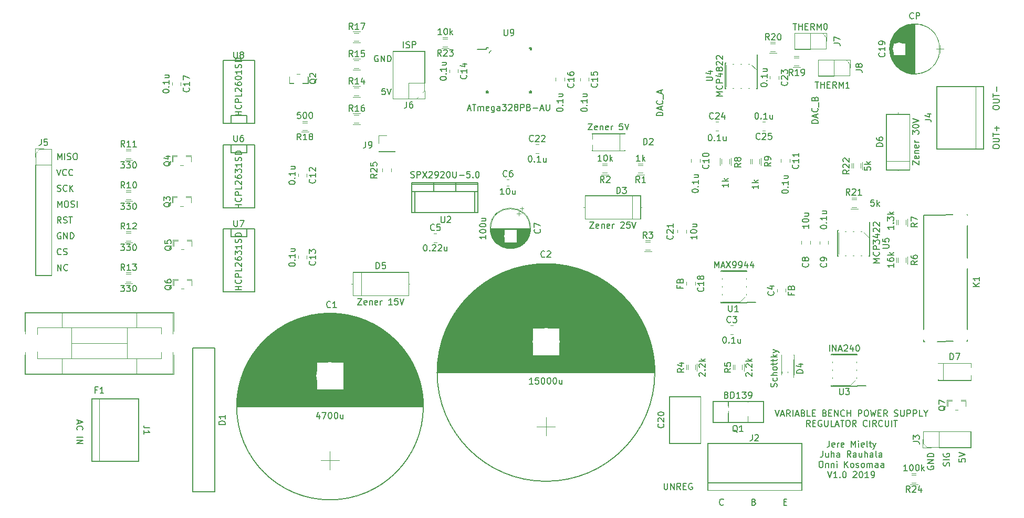
<source format=gto>
G04 #@! TF.GenerationSoftware,KiCad,Pcbnew,(5.1.4)-1*
G04 #@! TF.CreationDate,2019-11-18T22:26:11+02:00*
G04 #@! TF.ProjectId,pcb_1,7063625f-312e-46b6-9963-61645f706362,rev?*
G04 #@! TF.SameCoordinates,Original*
G04 #@! TF.FileFunction,Legend,Top*
G04 #@! TF.FilePolarity,Positive*
%FSLAX46Y46*%
G04 Gerber Fmt 4.6, Leading zero omitted, Abs format (unit mm)*
G04 Created by KiCad (PCBNEW (5.1.4)-1) date 2019-11-18 22:26:11*
%MOMM*%
%LPD*%
G04 APERTURE LIST*
%ADD10C,0.150000*%
%ADD11C,0.120000*%
%ADD12C,0.100000*%
%ADD13C,0.400000*%
%ADD14C,1.550000*%
%ADD15C,1.350000*%
%ADD16R,2.100000X2.100000*%
%ADD17C,4.700000*%
%ADD18C,2.000000*%
%ADD19R,2.000000X2.000000*%
%ADD20R,1.900000X1.700000*%
%ADD21O,4.400000X2.900000*%
%ADD22R,3.400000X3.400000*%
%ADD23C,3.400000*%
%ADD24C,4.400000*%
%ADD25R,4.400000X4.400000*%
%ADD26C,2.400000*%
%ADD27O,2.432000X2.940000*%
%ADD28R,2.432000X1.924000*%
%ADD29O,2.100000X2.100000*%
%ADD30R,2.000000X0.950000*%
%ADD31R,0.950000X2.000000*%
%ADD32R,1.950000X1.000000*%
%ADD33R,1.700000X1.900000*%
%ADD34R,1.900000X1.450000*%
%ADD35R,1.900000X2.800000*%
%ADD36R,1.000000X1.950000*%
%ADD37O,3.200000X3.200000*%
%ADD38R,3.200000X3.200000*%
%ADD39R,2.600000X2.600000*%
%ADD40O,2.600000X2.600000*%
%ADD41C,2.924000*%
%ADD42C,2.900000*%
%ADD43R,2.200000X2.200000*%
%ADD44O,2.200000X2.200000*%
%ADD45R,1.400000X1.800000*%
G04 APERTURE END LIST*
D10*
X166060380Y-48807428D02*
X165060380Y-48807428D01*
X165060380Y-48569333D01*
X165108000Y-48426476D01*
X165203238Y-48331238D01*
X165298476Y-48283619D01*
X165488952Y-48236000D01*
X165631809Y-48236000D01*
X165822285Y-48283619D01*
X165917523Y-48331238D01*
X166012761Y-48426476D01*
X166060380Y-48569333D01*
X166060380Y-48807428D01*
X165774666Y-47855047D02*
X165774666Y-47378857D01*
X166060380Y-47950285D02*
X165060380Y-47616952D01*
X166060380Y-47283619D01*
X165965142Y-46378857D02*
X166012761Y-46426476D01*
X166060380Y-46569333D01*
X166060380Y-46664571D01*
X166012761Y-46807428D01*
X165917523Y-46902666D01*
X165822285Y-46950285D01*
X165631809Y-46997904D01*
X165488952Y-46997904D01*
X165298476Y-46950285D01*
X165203238Y-46902666D01*
X165108000Y-46807428D01*
X165060380Y-46664571D01*
X165060380Y-46569333D01*
X165108000Y-46426476D01*
X165155619Y-46378857D01*
X166155619Y-46188380D02*
X166155619Y-45426476D01*
X165536571Y-44855047D02*
X165584190Y-44712190D01*
X165631809Y-44664571D01*
X165727047Y-44616952D01*
X165869904Y-44616952D01*
X165965142Y-44664571D01*
X166012761Y-44712190D01*
X166060380Y-44807428D01*
X166060380Y-45188380D01*
X165060380Y-45188380D01*
X165060380Y-44855047D01*
X165108000Y-44759809D01*
X165155619Y-44712190D01*
X165250857Y-44664571D01*
X165346095Y-44664571D01*
X165441333Y-44712190D01*
X165488952Y-44759809D01*
X165536571Y-44855047D01*
X165536571Y-45188380D01*
X141041380Y-47593000D02*
X140041380Y-47593000D01*
X140041380Y-47354904D01*
X140089000Y-47212047D01*
X140184238Y-47116809D01*
X140279476Y-47069190D01*
X140469952Y-47021571D01*
X140612809Y-47021571D01*
X140803285Y-47069190D01*
X140898523Y-47116809D01*
X140993761Y-47212047D01*
X141041380Y-47354904D01*
X141041380Y-47593000D01*
X140755666Y-46640619D02*
X140755666Y-46164428D01*
X141041380Y-46735857D02*
X140041380Y-46402523D01*
X141041380Y-46069190D01*
X140946142Y-45164428D02*
X140993761Y-45212047D01*
X141041380Y-45354904D01*
X141041380Y-45450142D01*
X140993761Y-45593000D01*
X140898523Y-45688238D01*
X140803285Y-45735857D01*
X140612809Y-45783476D01*
X140469952Y-45783476D01*
X140279476Y-45735857D01*
X140184238Y-45688238D01*
X140089000Y-45593000D01*
X140041380Y-45450142D01*
X140041380Y-45354904D01*
X140089000Y-45212047D01*
X140136619Y-45164428D01*
X141136619Y-44973952D02*
X141136619Y-44212047D01*
X140755666Y-44021571D02*
X140755666Y-43545380D01*
X141041380Y-44116809D02*
X140041380Y-43783476D01*
X141041380Y-43450142D01*
X141248095Y-106894380D02*
X141248095Y-107703904D01*
X141295714Y-107799142D01*
X141343333Y-107846761D01*
X141438571Y-107894380D01*
X141629047Y-107894380D01*
X141724285Y-107846761D01*
X141771904Y-107799142D01*
X141819523Y-107703904D01*
X141819523Y-106894380D01*
X142295714Y-107894380D02*
X142295714Y-106894380D01*
X142867142Y-107894380D01*
X142867142Y-106894380D01*
X143914761Y-107894380D02*
X143581428Y-107418190D01*
X143343333Y-107894380D02*
X143343333Y-106894380D01*
X143724285Y-106894380D01*
X143819523Y-106942000D01*
X143867142Y-106989619D01*
X143914761Y-107084857D01*
X143914761Y-107227714D01*
X143867142Y-107322952D01*
X143819523Y-107370571D01*
X143724285Y-107418190D01*
X143343333Y-107418190D01*
X144343333Y-107370571D02*
X144676666Y-107370571D01*
X144819523Y-107894380D02*
X144343333Y-107894380D01*
X144343333Y-106894380D01*
X144819523Y-106894380D01*
X145771904Y-106942000D02*
X145676666Y-106894380D01*
X145533809Y-106894380D01*
X145390952Y-106942000D01*
X145295714Y-107037238D01*
X145248095Y-107132476D01*
X145200476Y-107322952D01*
X145200476Y-107465809D01*
X145248095Y-107656285D01*
X145295714Y-107751523D01*
X145390952Y-107846761D01*
X145533809Y-107894380D01*
X145629047Y-107894380D01*
X145771904Y-107846761D01*
X145819523Y-107799142D01*
X145819523Y-107465809D01*
X145629047Y-107465809D01*
X46823333Y-96798047D02*
X46823333Y-97274238D01*
X46537619Y-96702809D02*
X47537619Y-97036142D01*
X46537619Y-97369476D01*
X46632857Y-98274238D02*
X46585238Y-98226619D01*
X46537619Y-98083761D01*
X46537619Y-97988523D01*
X46585238Y-97845666D01*
X46680476Y-97750428D01*
X46775714Y-97702809D01*
X46966190Y-97655190D01*
X47109047Y-97655190D01*
X47299523Y-97702809D01*
X47394761Y-97750428D01*
X47490000Y-97845666D01*
X47537619Y-97988523D01*
X47537619Y-98083761D01*
X47490000Y-98226619D01*
X47442380Y-98274238D01*
X46537619Y-99464714D02*
X47537619Y-99464714D01*
X46537619Y-99940904D02*
X47537619Y-99940904D01*
X46537619Y-100512333D01*
X47537619Y-100512333D01*
X188809380Y-102949428D02*
X188809380Y-103425618D01*
X189285571Y-103473237D01*
X189237952Y-103425618D01*
X189190333Y-103330380D01*
X189190333Y-103092285D01*
X189237952Y-102997047D01*
X189285571Y-102949428D01*
X189380809Y-102901809D01*
X189618904Y-102901809D01*
X189714142Y-102949428D01*
X189761761Y-102997047D01*
X189809380Y-103092285D01*
X189809380Y-103330380D01*
X189761761Y-103425618D01*
X189714142Y-103473237D01*
X188809380Y-102616094D02*
X189809380Y-102282761D01*
X188809380Y-101949428D01*
X187221761Y-104092285D02*
X187269380Y-103949428D01*
X187269380Y-103711333D01*
X187221761Y-103616095D01*
X187174142Y-103568476D01*
X187078904Y-103520856D01*
X186983666Y-103520856D01*
X186888428Y-103568476D01*
X186840809Y-103616095D01*
X186793190Y-103711333D01*
X186745571Y-103901809D01*
X186697952Y-103997047D01*
X186650333Y-104044666D01*
X186555095Y-104092285D01*
X186459857Y-104092285D01*
X186364619Y-104044666D01*
X186317000Y-103997047D01*
X186269380Y-103901809D01*
X186269380Y-103663714D01*
X186317000Y-103520856D01*
X187269380Y-103092285D02*
X186269380Y-103092285D01*
X186317000Y-102092285D02*
X186269380Y-102187523D01*
X186269380Y-102330380D01*
X186317000Y-102473237D01*
X186412238Y-102568476D01*
X186507476Y-102616095D01*
X186697952Y-102663714D01*
X186840809Y-102663714D01*
X187031285Y-102616095D01*
X187126523Y-102568476D01*
X187221761Y-102473237D01*
X187269380Y-102330380D01*
X187269380Y-102235142D01*
X187221761Y-102092285D01*
X187174142Y-102044666D01*
X186840809Y-102044666D01*
X186840809Y-102235142D01*
X183777000Y-104139904D02*
X183729380Y-104235142D01*
X183729380Y-104378000D01*
X183777000Y-104520857D01*
X183872238Y-104616095D01*
X183967476Y-104663714D01*
X184157952Y-104711333D01*
X184300809Y-104711333D01*
X184491285Y-104663714D01*
X184586523Y-104616095D01*
X184681761Y-104520857D01*
X184729380Y-104378000D01*
X184729380Y-104282761D01*
X184681761Y-104139904D01*
X184634142Y-104092285D01*
X184300809Y-104092285D01*
X184300809Y-104282761D01*
X184729380Y-103663714D02*
X183729380Y-103663714D01*
X184729380Y-103092285D01*
X183729380Y-103092285D01*
X184729380Y-102616095D02*
X183729380Y-102616095D01*
X183729380Y-102378000D01*
X183777000Y-102235142D01*
X183872238Y-102139904D01*
X183967476Y-102092285D01*
X184157952Y-102044666D01*
X184300809Y-102044666D01*
X184491285Y-102092285D01*
X184586523Y-102139904D01*
X184681761Y-102235142D01*
X184729380Y-102378000D01*
X184729380Y-102616095D01*
X43457904Y-72588380D02*
X43457904Y-71588380D01*
X44029333Y-72588380D01*
X44029333Y-71588380D01*
X45076952Y-72493142D02*
X45029333Y-72540761D01*
X44886476Y-72588380D01*
X44791238Y-72588380D01*
X44648380Y-72540761D01*
X44553142Y-72445523D01*
X44505523Y-72350285D01*
X44457904Y-72159809D01*
X44457904Y-72016952D01*
X44505523Y-71826476D01*
X44553142Y-71731238D01*
X44648380Y-71636000D01*
X44791238Y-71588380D01*
X44886476Y-71588380D01*
X45029333Y-71636000D01*
X45076952Y-71683619D01*
X44029333Y-69934994D02*
X43981714Y-69982613D01*
X43838857Y-70030232D01*
X43743619Y-70030232D01*
X43600761Y-69982613D01*
X43505523Y-69887375D01*
X43457904Y-69792137D01*
X43410285Y-69601661D01*
X43410285Y-69458804D01*
X43457904Y-69268328D01*
X43505523Y-69173090D01*
X43600761Y-69077852D01*
X43743619Y-69030232D01*
X43838857Y-69030232D01*
X43981714Y-69077852D01*
X44029333Y-69125471D01*
X44410285Y-69982613D02*
X44553142Y-70030232D01*
X44791238Y-70030232D01*
X44886476Y-69982613D01*
X44934095Y-69934994D01*
X44981714Y-69839756D01*
X44981714Y-69744518D01*
X44934095Y-69649280D01*
X44886476Y-69601661D01*
X44791238Y-69554042D01*
X44600761Y-69506423D01*
X44505523Y-69458804D01*
X44457904Y-69411185D01*
X44410285Y-69315947D01*
X44410285Y-69220709D01*
X44457904Y-69125471D01*
X44505523Y-69077852D01*
X44600761Y-69030232D01*
X44838857Y-69030232D01*
X44981714Y-69077852D01*
X43981714Y-66519710D02*
X43886476Y-66472090D01*
X43743619Y-66472090D01*
X43600761Y-66519710D01*
X43505523Y-66614948D01*
X43457904Y-66710186D01*
X43410285Y-66900662D01*
X43410285Y-67043519D01*
X43457904Y-67233995D01*
X43505523Y-67329233D01*
X43600761Y-67424471D01*
X43743619Y-67472090D01*
X43838857Y-67472090D01*
X43981714Y-67424471D01*
X44029333Y-67376852D01*
X44029333Y-67043519D01*
X43838857Y-67043519D01*
X44457904Y-67472090D02*
X44457904Y-66472090D01*
X45029333Y-67472090D01*
X45029333Y-66472090D01*
X45505523Y-67472090D02*
X45505523Y-66472090D01*
X45743619Y-66472090D01*
X45886476Y-66519710D01*
X45981714Y-66614948D01*
X46029333Y-66710186D01*
X46076952Y-66900662D01*
X46076952Y-67043519D01*
X46029333Y-67233995D01*
X45981714Y-67329233D01*
X45886476Y-67424471D01*
X45743619Y-67472090D01*
X45505523Y-67472090D01*
X44029333Y-64913948D02*
X43696000Y-64437758D01*
X43457905Y-64913948D02*
X43457905Y-63913948D01*
X43838857Y-63913948D01*
X43934095Y-63961568D01*
X43981714Y-64009187D01*
X44029333Y-64104425D01*
X44029333Y-64247282D01*
X43981714Y-64342520D01*
X43934095Y-64390139D01*
X43838857Y-64437758D01*
X43457905Y-64437758D01*
X44410286Y-64866329D02*
X44553143Y-64913948D01*
X44791238Y-64913948D01*
X44886476Y-64866329D01*
X44934095Y-64818710D01*
X44981714Y-64723472D01*
X44981714Y-64628234D01*
X44934095Y-64532996D01*
X44886476Y-64485377D01*
X44791238Y-64437758D01*
X44600762Y-64390139D01*
X44505524Y-64342520D01*
X44457905Y-64294901D01*
X44410286Y-64199663D01*
X44410286Y-64104425D01*
X44457905Y-64009187D01*
X44505524Y-63961568D01*
X44600762Y-63913948D01*
X44838857Y-63913948D01*
X44981714Y-63961568D01*
X45267429Y-63913948D02*
X45838857Y-63913948D01*
X45553143Y-64913948D02*
X45553143Y-63913948D01*
X43457905Y-62355806D02*
X43457905Y-61355806D01*
X43791238Y-62070092D01*
X44124572Y-61355806D01*
X44124572Y-62355806D01*
X44791238Y-61355806D02*
X44981714Y-61355806D01*
X45076953Y-61403426D01*
X45172191Y-61498664D01*
X45219810Y-61689140D01*
X45219810Y-62022473D01*
X45172191Y-62212949D01*
X45076953Y-62308187D01*
X44981714Y-62355806D01*
X44791238Y-62355806D01*
X44696000Y-62308187D01*
X44600762Y-62212949D01*
X44553143Y-62022473D01*
X44553143Y-61689140D01*
X44600762Y-61498664D01*
X44696000Y-61403426D01*
X44791238Y-61355806D01*
X45600762Y-62308187D02*
X45743619Y-62355806D01*
X45981714Y-62355806D01*
X46076953Y-62308187D01*
X46124572Y-62260568D01*
X46172191Y-62165330D01*
X46172191Y-62070092D01*
X46124572Y-61974854D01*
X46076953Y-61927235D01*
X45981714Y-61879616D01*
X45791238Y-61831997D01*
X45696000Y-61784378D01*
X45648381Y-61736759D01*
X45600762Y-61641521D01*
X45600762Y-61546283D01*
X45648381Y-61451045D01*
X45696000Y-61403426D01*
X45791238Y-61355806D01*
X46029334Y-61355806D01*
X46172191Y-61403426D01*
X46600762Y-62355806D02*
X46600762Y-61355806D01*
X43410285Y-59750045D02*
X43553142Y-59797664D01*
X43791238Y-59797664D01*
X43886476Y-59750045D01*
X43934095Y-59702426D01*
X43981714Y-59607188D01*
X43981714Y-59511950D01*
X43934095Y-59416712D01*
X43886476Y-59369093D01*
X43791238Y-59321474D01*
X43600761Y-59273855D01*
X43505523Y-59226236D01*
X43457904Y-59178617D01*
X43410285Y-59083379D01*
X43410285Y-58988141D01*
X43457904Y-58892903D01*
X43505523Y-58845284D01*
X43600761Y-58797664D01*
X43838857Y-58797664D01*
X43981714Y-58845284D01*
X44981714Y-59702426D02*
X44934095Y-59750045D01*
X44791238Y-59797664D01*
X44696000Y-59797664D01*
X44553142Y-59750045D01*
X44457904Y-59654807D01*
X44410285Y-59559569D01*
X44362666Y-59369093D01*
X44362666Y-59226236D01*
X44410285Y-59035760D01*
X44457904Y-58940522D01*
X44553142Y-58845284D01*
X44696000Y-58797664D01*
X44791238Y-58797664D01*
X44934095Y-58845284D01*
X44981714Y-58892903D01*
X45410285Y-59797664D02*
X45410285Y-58797664D01*
X45981714Y-59797664D02*
X45553142Y-59226236D01*
X45981714Y-58797664D02*
X45410285Y-59369093D01*
X43315047Y-56239522D02*
X43648381Y-57239522D01*
X43981714Y-56239522D01*
X44886476Y-57144284D02*
X44838857Y-57191903D01*
X44696000Y-57239522D01*
X44600761Y-57239522D01*
X44457904Y-57191903D01*
X44362666Y-57096665D01*
X44315047Y-57001427D01*
X44267428Y-56810951D01*
X44267428Y-56668094D01*
X44315047Y-56477618D01*
X44362666Y-56382380D01*
X44457904Y-56287142D01*
X44600761Y-56239522D01*
X44696000Y-56239522D01*
X44838857Y-56287142D01*
X44886476Y-56334761D01*
X45886476Y-57144284D02*
X45838857Y-57191903D01*
X45696000Y-57239522D01*
X45600761Y-57239522D01*
X45457904Y-57191903D01*
X45362666Y-57096665D01*
X45315047Y-57001427D01*
X45267428Y-56810951D01*
X45267428Y-56668094D01*
X45315047Y-56477618D01*
X45362666Y-56382380D01*
X45457904Y-56287142D01*
X45600761Y-56239522D01*
X45696000Y-56239522D01*
X45838857Y-56287142D01*
X45886476Y-56334761D01*
X43457905Y-54681380D02*
X43457905Y-53681380D01*
X43791238Y-54395666D01*
X44124572Y-53681380D01*
X44124572Y-54681380D01*
X44600762Y-54681380D02*
X44600762Y-53681380D01*
X45029334Y-54633761D02*
X45172191Y-54681380D01*
X45410286Y-54681380D01*
X45505524Y-54633761D01*
X45553143Y-54586142D01*
X45600762Y-54490904D01*
X45600762Y-54395666D01*
X45553143Y-54300428D01*
X45505524Y-54252809D01*
X45410286Y-54205190D01*
X45219810Y-54157571D01*
X45124572Y-54109952D01*
X45076953Y-54062333D01*
X45029334Y-53967095D01*
X45029334Y-53871857D01*
X45076953Y-53776619D01*
X45124572Y-53729000D01*
X45219810Y-53681380D01*
X45457905Y-53681380D01*
X45600762Y-53729000D01*
X46219810Y-53681380D02*
X46410286Y-53681380D01*
X46505524Y-53729000D01*
X46600762Y-53824238D01*
X46648381Y-54014714D01*
X46648381Y-54348047D01*
X46600762Y-54538523D01*
X46505524Y-54633761D01*
X46410286Y-54681380D01*
X46219810Y-54681380D01*
X46124572Y-54633761D01*
X46029334Y-54538523D01*
X45981714Y-54348047D01*
X45981714Y-54014714D01*
X46029334Y-53824238D01*
X46124572Y-53729000D01*
X46219810Y-53681380D01*
X159140476Y-95086380D02*
X159473809Y-96086380D01*
X159807142Y-95086380D01*
X160092857Y-95800666D02*
X160569047Y-95800666D01*
X159997619Y-96086380D02*
X160330952Y-95086380D01*
X160664285Y-96086380D01*
X161569047Y-96086380D02*
X161235714Y-95610190D01*
X160997619Y-96086380D02*
X160997619Y-95086380D01*
X161378571Y-95086380D01*
X161473809Y-95134000D01*
X161521428Y-95181619D01*
X161569047Y-95276857D01*
X161569047Y-95419714D01*
X161521428Y-95514952D01*
X161473809Y-95562571D01*
X161378571Y-95610190D01*
X160997619Y-95610190D01*
X161997619Y-96086380D02*
X161997619Y-95086380D01*
X162426190Y-95800666D02*
X162902380Y-95800666D01*
X162330952Y-96086380D02*
X162664285Y-95086380D01*
X162997619Y-96086380D01*
X163664285Y-95562571D02*
X163807142Y-95610190D01*
X163854761Y-95657809D01*
X163902380Y-95753047D01*
X163902380Y-95895904D01*
X163854761Y-95991142D01*
X163807142Y-96038761D01*
X163711904Y-96086380D01*
X163330952Y-96086380D01*
X163330952Y-95086380D01*
X163664285Y-95086380D01*
X163759523Y-95134000D01*
X163807142Y-95181619D01*
X163854761Y-95276857D01*
X163854761Y-95372095D01*
X163807142Y-95467333D01*
X163759523Y-95514952D01*
X163664285Y-95562571D01*
X163330952Y-95562571D01*
X164807142Y-96086380D02*
X164330952Y-96086380D01*
X164330952Y-95086380D01*
X165140476Y-95562571D02*
X165473809Y-95562571D01*
X165616666Y-96086380D02*
X165140476Y-96086380D01*
X165140476Y-95086380D01*
X165616666Y-95086380D01*
X167140476Y-95562571D02*
X167283333Y-95610190D01*
X167330952Y-95657809D01*
X167378571Y-95753047D01*
X167378571Y-95895904D01*
X167330952Y-95991142D01*
X167283333Y-96038761D01*
X167188095Y-96086380D01*
X166807142Y-96086380D01*
X166807142Y-95086380D01*
X167140476Y-95086380D01*
X167235714Y-95134000D01*
X167283333Y-95181619D01*
X167330952Y-95276857D01*
X167330952Y-95372095D01*
X167283333Y-95467333D01*
X167235714Y-95514952D01*
X167140476Y-95562571D01*
X166807142Y-95562571D01*
X167807142Y-95562571D02*
X168140476Y-95562571D01*
X168283333Y-96086380D02*
X167807142Y-96086380D01*
X167807142Y-95086380D01*
X168283333Y-95086380D01*
X168711904Y-96086380D02*
X168711904Y-95086380D01*
X169283333Y-96086380D01*
X169283333Y-95086380D01*
X170330952Y-95991142D02*
X170283333Y-96038761D01*
X170140476Y-96086380D01*
X170045238Y-96086380D01*
X169902380Y-96038761D01*
X169807142Y-95943523D01*
X169759523Y-95848285D01*
X169711904Y-95657809D01*
X169711904Y-95514952D01*
X169759523Y-95324476D01*
X169807142Y-95229238D01*
X169902380Y-95134000D01*
X170045238Y-95086380D01*
X170140476Y-95086380D01*
X170283333Y-95134000D01*
X170330952Y-95181619D01*
X170759523Y-96086380D02*
X170759523Y-95086380D01*
X170759523Y-95562571D02*
X171330952Y-95562571D01*
X171330952Y-96086380D02*
X171330952Y-95086380D01*
X172569047Y-96086380D02*
X172569047Y-95086380D01*
X172950000Y-95086380D01*
X173045238Y-95134000D01*
X173092857Y-95181619D01*
X173140476Y-95276857D01*
X173140476Y-95419714D01*
X173092857Y-95514952D01*
X173045238Y-95562571D01*
X172950000Y-95610190D01*
X172569047Y-95610190D01*
X173759523Y-95086380D02*
X173950000Y-95086380D01*
X174045238Y-95134000D01*
X174140476Y-95229238D01*
X174188095Y-95419714D01*
X174188095Y-95753047D01*
X174140476Y-95943523D01*
X174045238Y-96038761D01*
X173950000Y-96086380D01*
X173759523Y-96086380D01*
X173664285Y-96038761D01*
X173569047Y-95943523D01*
X173521428Y-95753047D01*
X173521428Y-95419714D01*
X173569047Y-95229238D01*
X173664285Y-95134000D01*
X173759523Y-95086380D01*
X174521428Y-95086380D02*
X174759523Y-96086380D01*
X174950000Y-95372095D01*
X175140476Y-96086380D01*
X175378571Y-95086380D01*
X175759523Y-95562571D02*
X176092857Y-95562571D01*
X176235714Y-96086380D02*
X175759523Y-96086380D01*
X175759523Y-95086380D01*
X176235714Y-95086380D01*
X177235714Y-96086380D02*
X176902380Y-95610190D01*
X176664285Y-96086380D02*
X176664285Y-95086380D01*
X177045238Y-95086380D01*
X177140476Y-95134000D01*
X177188095Y-95181619D01*
X177235714Y-95276857D01*
X177235714Y-95419714D01*
X177188095Y-95514952D01*
X177140476Y-95562571D01*
X177045238Y-95610190D01*
X176664285Y-95610190D01*
X178378571Y-96038761D02*
X178521428Y-96086380D01*
X178759523Y-96086380D01*
X178854761Y-96038761D01*
X178902380Y-95991142D01*
X178950000Y-95895904D01*
X178950000Y-95800666D01*
X178902380Y-95705428D01*
X178854761Y-95657809D01*
X178759523Y-95610190D01*
X178569047Y-95562571D01*
X178473809Y-95514952D01*
X178426190Y-95467333D01*
X178378571Y-95372095D01*
X178378571Y-95276857D01*
X178426190Y-95181619D01*
X178473809Y-95134000D01*
X178569047Y-95086380D01*
X178807142Y-95086380D01*
X178950000Y-95134000D01*
X179378571Y-95086380D02*
X179378571Y-95895904D01*
X179426190Y-95991142D01*
X179473809Y-96038761D01*
X179569047Y-96086380D01*
X179759523Y-96086380D01*
X179854761Y-96038761D01*
X179902380Y-95991142D01*
X179950000Y-95895904D01*
X179950000Y-95086380D01*
X180426190Y-96086380D02*
X180426190Y-95086380D01*
X180807142Y-95086380D01*
X180902380Y-95134000D01*
X180950000Y-95181619D01*
X180997619Y-95276857D01*
X180997619Y-95419714D01*
X180950000Y-95514952D01*
X180902380Y-95562571D01*
X180807142Y-95610190D01*
X180426190Y-95610190D01*
X181426190Y-96086380D02*
X181426190Y-95086380D01*
X181807142Y-95086380D01*
X181902380Y-95134000D01*
X181950000Y-95181619D01*
X181997619Y-95276857D01*
X181997619Y-95419714D01*
X181950000Y-95514952D01*
X181902380Y-95562571D01*
X181807142Y-95610190D01*
X181426190Y-95610190D01*
X182902380Y-96086380D02*
X182426190Y-96086380D01*
X182426190Y-95086380D01*
X183426190Y-95610190D02*
X183426190Y-96086380D01*
X183092857Y-95086380D02*
X183426190Y-95610190D01*
X183759523Y-95086380D01*
X164783333Y-97736380D02*
X164450000Y-97260190D01*
X164211904Y-97736380D02*
X164211904Y-96736380D01*
X164592857Y-96736380D01*
X164688095Y-96784000D01*
X164735714Y-96831619D01*
X164783333Y-96926857D01*
X164783333Y-97069714D01*
X164735714Y-97164952D01*
X164688095Y-97212571D01*
X164592857Y-97260190D01*
X164211904Y-97260190D01*
X165211904Y-97212571D02*
X165545238Y-97212571D01*
X165688095Y-97736380D02*
X165211904Y-97736380D01*
X165211904Y-96736380D01*
X165688095Y-96736380D01*
X166640476Y-96784000D02*
X166545238Y-96736380D01*
X166402380Y-96736380D01*
X166259523Y-96784000D01*
X166164285Y-96879238D01*
X166116666Y-96974476D01*
X166069047Y-97164952D01*
X166069047Y-97307809D01*
X166116666Y-97498285D01*
X166164285Y-97593523D01*
X166259523Y-97688761D01*
X166402380Y-97736380D01*
X166497619Y-97736380D01*
X166640476Y-97688761D01*
X166688095Y-97641142D01*
X166688095Y-97307809D01*
X166497619Y-97307809D01*
X167116666Y-96736380D02*
X167116666Y-97545904D01*
X167164285Y-97641142D01*
X167211904Y-97688761D01*
X167307142Y-97736380D01*
X167497619Y-97736380D01*
X167592857Y-97688761D01*
X167640476Y-97641142D01*
X167688095Y-97545904D01*
X167688095Y-96736380D01*
X168640476Y-97736380D02*
X168164285Y-97736380D01*
X168164285Y-96736380D01*
X168926190Y-97450666D02*
X169402380Y-97450666D01*
X168830952Y-97736380D02*
X169164285Y-96736380D01*
X169497619Y-97736380D01*
X169688095Y-96736380D02*
X170259523Y-96736380D01*
X169973809Y-97736380D02*
X169973809Y-96736380D01*
X170783333Y-96736380D02*
X170973809Y-96736380D01*
X171069047Y-96784000D01*
X171164285Y-96879238D01*
X171211904Y-97069714D01*
X171211904Y-97403047D01*
X171164285Y-97593523D01*
X171069047Y-97688761D01*
X170973809Y-97736380D01*
X170783333Y-97736380D01*
X170688095Y-97688761D01*
X170592857Y-97593523D01*
X170545238Y-97403047D01*
X170545238Y-97069714D01*
X170592857Y-96879238D01*
X170688095Y-96784000D01*
X170783333Y-96736380D01*
X172211904Y-97736380D02*
X171878571Y-97260190D01*
X171640476Y-97736380D02*
X171640476Y-96736380D01*
X172021428Y-96736380D01*
X172116666Y-96784000D01*
X172164285Y-96831619D01*
X172211904Y-96926857D01*
X172211904Y-97069714D01*
X172164285Y-97164952D01*
X172116666Y-97212571D01*
X172021428Y-97260190D01*
X171640476Y-97260190D01*
X173973809Y-97641142D02*
X173926190Y-97688761D01*
X173783333Y-97736380D01*
X173688095Y-97736380D01*
X173545238Y-97688761D01*
X173450000Y-97593523D01*
X173402380Y-97498285D01*
X173354761Y-97307809D01*
X173354761Y-97164952D01*
X173402380Y-96974476D01*
X173450000Y-96879238D01*
X173545238Y-96784000D01*
X173688095Y-96736380D01*
X173783333Y-96736380D01*
X173926190Y-96784000D01*
X173973809Y-96831619D01*
X174402380Y-97736380D02*
X174402380Y-96736380D01*
X175450000Y-97736380D02*
X175116666Y-97260190D01*
X174878571Y-97736380D02*
X174878571Y-96736380D01*
X175259523Y-96736380D01*
X175354761Y-96784000D01*
X175402380Y-96831619D01*
X175450000Y-96926857D01*
X175450000Y-97069714D01*
X175402380Y-97164952D01*
X175354761Y-97212571D01*
X175259523Y-97260190D01*
X174878571Y-97260190D01*
X176450000Y-97641142D02*
X176402380Y-97688761D01*
X176259523Y-97736380D01*
X176164285Y-97736380D01*
X176021428Y-97688761D01*
X175926190Y-97593523D01*
X175878571Y-97498285D01*
X175830952Y-97307809D01*
X175830952Y-97164952D01*
X175878571Y-96974476D01*
X175926190Y-96879238D01*
X176021428Y-96784000D01*
X176164285Y-96736380D01*
X176259523Y-96736380D01*
X176402380Y-96784000D01*
X176450000Y-96831619D01*
X176878571Y-96736380D02*
X176878571Y-97545904D01*
X176926190Y-97641142D01*
X176973809Y-97688761D01*
X177069047Y-97736380D01*
X177259523Y-97736380D01*
X177354761Y-97688761D01*
X177402380Y-97641142D01*
X177450000Y-97545904D01*
X177450000Y-96736380D01*
X177926190Y-97736380D02*
X177926190Y-96736380D01*
X178259523Y-96736380D02*
X178830952Y-96736380D01*
X178545238Y-97736380D02*
X178545238Y-96736380D01*
X167878571Y-100036380D02*
X167878571Y-100750666D01*
X167830952Y-100893523D01*
X167735714Y-100988761D01*
X167592857Y-101036380D01*
X167497619Y-101036380D01*
X168735714Y-100988761D02*
X168640476Y-101036380D01*
X168450000Y-101036380D01*
X168354761Y-100988761D01*
X168307142Y-100893523D01*
X168307142Y-100512571D01*
X168354761Y-100417333D01*
X168450000Y-100369714D01*
X168640476Y-100369714D01*
X168735714Y-100417333D01*
X168783333Y-100512571D01*
X168783333Y-100607809D01*
X168307142Y-100703047D01*
X169211904Y-101036380D02*
X169211904Y-100369714D01*
X169211904Y-100560190D02*
X169259523Y-100464952D01*
X169307142Y-100417333D01*
X169402380Y-100369714D01*
X169497619Y-100369714D01*
X170211904Y-100988761D02*
X170116666Y-101036380D01*
X169926190Y-101036380D01*
X169830952Y-100988761D01*
X169783333Y-100893523D01*
X169783333Y-100512571D01*
X169830952Y-100417333D01*
X169926190Y-100369714D01*
X170116666Y-100369714D01*
X170211904Y-100417333D01*
X170259523Y-100512571D01*
X170259523Y-100607809D01*
X169783333Y-100703047D01*
X171450000Y-101036380D02*
X171450000Y-100036380D01*
X171783333Y-100750666D01*
X172116666Y-100036380D01*
X172116666Y-101036380D01*
X172592857Y-101036380D02*
X172592857Y-100369714D01*
X172592857Y-100036380D02*
X172545238Y-100084000D01*
X172592857Y-100131619D01*
X172640476Y-100084000D01*
X172592857Y-100036380D01*
X172592857Y-100131619D01*
X173450000Y-100988761D02*
X173354761Y-101036380D01*
X173164285Y-101036380D01*
X173069047Y-100988761D01*
X173021428Y-100893523D01*
X173021428Y-100512571D01*
X173069047Y-100417333D01*
X173164285Y-100369714D01*
X173354761Y-100369714D01*
X173450000Y-100417333D01*
X173497619Y-100512571D01*
X173497619Y-100607809D01*
X173021428Y-100703047D01*
X174069047Y-101036380D02*
X173973809Y-100988761D01*
X173926190Y-100893523D01*
X173926190Y-100036380D01*
X174307142Y-100369714D02*
X174688095Y-100369714D01*
X174450000Y-100036380D02*
X174450000Y-100893523D01*
X174497619Y-100988761D01*
X174592857Y-101036380D01*
X174688095Y-101036380D01*
X174926190Y-100369714D02*
X175164285Y-101036380D01*
X175402380Y-100369714D02*
X175164285Y-101036380D01*
X175069047Y-101274476D01*
X175021428Y-101322095D01*
X174926190Y-101369714D01*
X166830952Y-101686380D02*
X166830952Y-102400666D01*
X166783333Y-102543523D01*
X166688095Y-102638761D01*
X166545238Y-102686380D01*
X166450000Y-102686380D01*
X167735714Y-102019714D02*
X167735714Y-102686380D01*
X167307142Y-102019714D02*
X167307142Y-102543523D01*
X167354761Y-102638761D01*
X167450000Y-102686380D01*
X167592857Y-102686380D01*
X167688095Y-102638761D01*
X167735714Y-102591142D01*
X168211904Y-102686380D02*
X168211904Y-101686380D01*
X168640476Y-102686380D02*
X168640476Y-102162571D01*
X168592857Y-102067333D01*
X168497619Y-102019714D01*
X168354761Y-102019714D01*
X168259523Y-102067333D01*
X168211904Y-102114952D01*
X169545238Y-102686380D02*
X169545238Y-102162571D01*
X169497619Y-102067333D01*
X169402380Y-102019714D01*
X169211904Y-102019714D01*
X169116666Y-102067333D01*
X169545238Y-102638761D02*
X169450000Y-102686380D01*
X169211904Y-102686380D01*
X169116666Y-102638761D01*
X169069047Y-102543523D01*
X169069047Y-102448285D01*
X169116666Y-102353047D01*
X169211904Y-102305428D01*
X169450000Y-102305428D01*
X169545238Y-102257809D01*
X171354761Y-102686380D02*
X171021428Y-102210190D01*
X170783333Y-102686380D02*
X170783333Y-101686380D01*
X171164285Y-101686380D01*
X171259523Y-101734000D01*
X171307142Y-101781619D01*
X171354761Y-101876857D01*
X171354761Y-102019714D01*
X171307142Y-102114952D01*
X171259523Y-102162571D01*
X171164285Y-102210190D01*
X170783333Y-102210190D01*
X172211904Y-102686380D02*
X172211904Y-102162571D01*
X172164285Y-102067333D01*
X172069047Y-102019714D01*
X171878571Y-102019714D01*
X171783333Y-102067333D01*
X172211904Y-102638761D02*
X172116666Y-102686380D01*
X171878571Y-102686380D01*
X171783333Y-102638761D01*
X171735714Y-102543523D01*
X171735714Y-102448285D01*
X171783333Y-102353047D01*
X171878571Y-102305428D01*
X172116666Y-102305428D01*
X172211904Y-102257809D01*
X173116666Y-102019714D02*
X173116666Y-102686380D01*
X172688095Y-102019714D02*
X172688095Y-102543523D01*
X172735714Y-102638761D01*
X172830952Y-102686380D01*
X172973809Y-102686380D01*
X173069047Y-102638761D01*
X173116666Y-102591142D01*
X173592857Y-102686380D02*
X173592857Y-101686380D01*
X174021428Y-102686380D02*
X174021428Y-102162571D01*
X173973809Y-102067333D01*
X173878571Y-102019714D01*
X173735714Y-102019714D01*
X173640476Y-102067333D01*
X173592857Y-102114952D01*
X174926190Y-102686380D02*
X174926190Y-102162571D01*
X174878571Y-102067333D01*
X174783333Y-102019714D01*
X174592857Y-102019714D01*
X174497619Y-102067333D01*
X174926190Y-102638761D02*
X174830952Y-102686380D01*
X174592857Y-102686380D01*
X174497619Y-102638761D01*
X174450000Y-102543523D01*
X174450000Y-102448285D01*
X174497619Y-102353047D01*
X174592857Y-102305428D01*
X174830952Y-102305428D01*
X174926190Y-102257809D01*
X175545238Y-102686380D02*
X175450000Y-102638761D01*
X175402380Y-102543523D01*
X175402380Y-101686380D01*
X176354761Y-102686380D02*
X176354761Y-102162571D01*
X176307142Y-102067333D01*
X176211904Y-102019714D01*
X176021428Y-102019714D01*
X175926190Y-102067333D01*
X176354761Y-102638761D02*
X176259523Y-102686380D01*
X176021428Y-102686380D01*
X175926190Y-102638761D01*
X175878571Y-102543523D01*
X175878571Y-102448285D01*
X175926190Y-102353047D01*
X176021428Y-102305428D01*
X176259523Y-102305428D01*
X176354761Y-102257809D01*
X166450000Y-103336380D02*
X166640476Y-103336380D01*
X166735714Y-103384000D01*
X166830952Y-103479238D01*
X166878571Y-103669714D01*
X166878571Y-104003047D01*
X166830952Y-104193523D01*
X166735714Y-104288761D01*
X166640476Y-104336380D01*
X166450000Y-104336380D01*
X166354761Y-104288761D01*
X166259523Y-104193523D01*
X166211904Y-104003047D01*
X166211904Y-103669714D01*
X166259523Y-103479238D01*
X166354761Y-103384000D01*
X166450000Y-103336380D01*
X167307142Y-103669714D02*
X167307142Y-104336380D01*
X167307142Y-103764952D02*
X167354761Y-103717333D01*
X167450000Y-103669714D01*
X167592857Y-103669714D01*
X167688095Y-103717333D01*
X167735714Y-103812571D01*
X167735714Y-104336380D01*
X168211904Y-103669714D02*
X168211904Y-104336380D01*
X168211904Y-103764952D02*
X168259523Y-103717333D01*
X168354761Y-103669714D01*
X168497619Y-103669714D01*
X168592857Y-103717333D01*
X168640476Y-103812571D01*
X168640476Y-104336380D01*
X169116666Y-104336380D02*
X169116666Y-103669714D01*
X169116666Y-103336380D02*
X169069047Y-103384000D01*
X169116666Y-103431619D01*
X169164285Y-103384000D01*
X169116666Y-103336380D01*
X169116666Y-103431619D01*
X170354761Y-104336380D02*
X170354761Y-103336380D01*
X170926190Y-104336380D02*
X170497619Y-103764952D01*
X170926190Y-103336380D02*
X170354761Y-103907809D01*
X171497619Y-104336380D02*
X171402380Y-104288761D01*
X171354761Y-104241142D01*
X171307142Y-104145904D01*
X171307142Y-103860190D01*
X171354761Y-103764952D01*
X171402380Y-103717333D01*
X171497619Y-103669714D01*
X171640476Y-103669714D01*
X171735714Y-103717333D01*
X171783333Y-103764952D01*
X171830952Y-103860190D01*
X171830952Y-104145904D01*
X171783333Y-104241142D01*
X171735714Y-104288761D01*
X171640476Y-104336380D01*
X171497619Y-104336380D01*
X172211904Y-104288761D02*
X172307142Y-104336380D01*
X172497619Y-104336380D01*
X172592857Y-104288761D01*
X172640476Y-104193523D01*
X172640476Y-104145904D01*
X172592857Y-104050666D01*
X172497619Y-104003047D01*
X172354761Y-104003047D01*
X172259523Y-103955428D01*
X172211904Y-103860190D01*
X172211904Y-103812571D01*
X172259523Y-103717333D01*
X172354761Y-103669714D01*
X172497619Y-103669714D01*
X172592857Y-103717333D01*
X173211904Y-104336380D02*
X173116666Y-104288761D01*
X173069047Y-104241142D01*
X173021428Y-104145904D01*
X173021428Y-103860190D01*
X173069047Y-103764952D01*
X173116666Y-103717333D01*
X173211904Y-103669714D01*
X173354761Y-103669714D01*
X173450000Y-103717333D01*
X173497619Y-103764952D01*
X173545238Y-103860190D01*
X173545238Y-104145904D01*
X173497619Y-104241142D01*
X173450000Y-104288761D01*
X173354761Y-104336380D01*
X173211904Y-104336380D01*
X173973809Y-104336380D02*
X173973809Y-103669714D01*
X173973809Y-103764952D02*
X174021428Y-103717333D01*
X174116666Y-103669714D01*
X174259523Y-103669714D01*
X174354761Y-103717333D01*
X174402380Y-103812571D01*
X174402380Y-104336380D01*
X174402380Y-103812571D02*
X174450000Y-103717333D01*
X174545238Y-103669714D01*
X174688095Y-103669714D01*
X174783333Y-103717333D01*
X174830952Y-103812571D01*
X174830952Y-104336380D01*
X175735714Y-104336380D02*
X175735714Y-103812571D01*
X175688095Y-103717333D01*
X175592857Y-103669714D01*
X175402380Y-103669714D01*
X175307142Y-103717333D01*
X175735714Y-104288761D02*
X175640476Y-104336380D01*
X175402380Y-104336380D01*
X175307142Y-104288761D01*
X175259523Y-104193523D01*
X175259523Y-104098285D01*
X175307142Y-104003047D01*
X175402380Y-103955428D01*
X175640476Y-103955428D01*
X175735714Y-103907809D01*
X176640476Y-104336380D02*
X176640476Y-103812571D01*
X176592857Y-103717333D01*
X176497619Y-103669714D01*
X176307142Y-103669714D01*
X176211904Y-103717333D01*
X176640476Y-104288761D02*
X176545238Y-104336380D01*
X176307142Y-104336380D01*
X176211904Y-104288761D01*
X176164285Y-104193523D01*
X176164285Y-104098285D01*
X176211904Y-104003047D01*
X176307142Y-103955428D01*
X176545238Y-103955428D01*
X176640476Y-103907809D01*
X167640476Y-104986380D02*
X167973809Y-105986380D01*
X168307142Y-104986380D01*
X169164285Y-105986380D02*
X168592857Y-105986380D01*
X168878571Y-105986380D02*
X168878571Y-104986380D01*
X168783333Y-105129238D01*
X168688095Y-105224476D01*
X168592857Y-105272095D01*
X169592857Y-105891142D02*
X169640476Y-105938761D01*
X169592857Y-105986380D01*
X169545238Y-105938761D01*
X169592857Y-105891142D01*
X169592857Y-105986380D01*
X170259523Y-104986380D02*
X170354761Y-104986380D01*
X170450000Y-105034000D01*
X170497619Y-105081619D01*
X170545238Y-105176857D01*
X170592857Y-105367333D01*
X170592857Y-105605428D01*
X170545238Y-105795904D01*
X170497619Y-105891142D01*
X170450000Y-105938761D01*
X170354761Y-105986380D01*
X170259523Y-105986380D01*
X170164285Y-105938761D01*
X170116666Y-105891142D01*
X170069047Y-105795904D01*
X170021428Y-105605428D01*
X170021428Y-105367333D01*
X170069047Y-105176857D01*
X170116666Y-105081619D01*
X170164285Y-105034000D01*
X170259523Y-104986380D01*
X171735714Y-105081619D02*
X171783333Y-105034000D01*
X171878571Y-104986380D01*
X172116666Y-104986380D01*
X172211904Y-105034000D01*
X172259523Y-105081619D01*
X172307142Y-105176857D01*
X172307142Y-105272095D01*
X172259523Y-105414952D01*
X171688095Y-105986380D01*
X172307142Y-105986380D01*
X172926190Y-104986380D02*
X173021428Y-104986380D01*
X173116666Y-105034000D01*
X173164285Y-105081619D01*
X173211904Y-105176857D01*
X173259523Y-105367333D01*
X173259523Y-105605428D01*
X173211904Y-105795904D01*
X173164285Y-105891142D01*
X173116666Y-105938761D01*
X173021428Y-105986380D01*
X172926190Y-105986380D01*
X172830952Y-105938761D01*
X172783333Y-105891142D01*
X172735714Y-105795904D01*
X172688095Y-105605428D01*
X172688095Y-105367333D01*
X172735714Y-105176857D01*
X172783333Y-105081619D01*
X172830952Y-105034000D01*
X172926190Y-104986380D01*
X174211904Y-105986380D02*
X173640476Y-105986380D01*
X173926190Y-105986380D02*
X173926190Y-104986380D01*
X173830952Y-105129238D01*
X173735714Y-105224476D01*
X173640476Y-105272095D01*
X174688095Y-105986380D02*
X174878571Y-105986380D01*
X174973809Y-105938761D01*
X175021428Y-105891142D01*
X175116666Y-105748285D01*
X175164285Y-105557809D01*
X175164285Y-105176857D01*
X175116666Y-105081619D01*
X175069047Y-105034000D01*
X174973809Y-104986380D01*
X174783333Y-104986380D01*
X174688095Y-105034000D01*
X174640476Y-105081619D01*
X174592857Y-105176857D01*
X174592857Y-105414952D01*
X174640476Y-105510190D01*
X174688095Y-105557809D01*
X174783333Y-105605428D01*
X174973809Y-105605428D01*
X175069047Y-105557809D01*
X175116666Y-105510190D01*
X175164285Y-105414952D01*
X194270380Y-46371065D02*
X194270380Y-46180589D01*
X194318000Y-46085351D01*
X194413238Y-45990113D01*
X194603714Y-45942494D01*
X194937047Y-45942494D01*
X195127523Y-45990113D01*
X195222761Y-46085351D01*
X195270380Y-46180589D01*
X195270380Y-46371065D01*
X195222761Y-46466303D01*
X195127523Y-46561541D01*
X194937047Y-46609160D01*
X194603714Y-46609160D01*
X194413238Y-46561541D01*
X194318000Y-46466303D01*
X194270380Y-46371065D01*
X194270380Y-45513922D02*
X195079904Y-45513922D01*
X195175142Y-45466303D01*
X195222761Y-45418684D01*
X195270380Y-45323446D01*
X195270380Y-45132970D01*
X195222761Y-45037732D01*
X195175142Y-44990113D01*
X195079904Y-44942494D01*
X194270380Y-44942494D01*
X194270380Y-44609160D02*
X194270380Y-44037732D01*
X195270380Y-44323446D02*
X194270380Y-44323446D01*
X194889428Y-43704398D02*
X194889428Y-42942494D01*
X194270380Y-52675829D02*
X194270380Y-52485353D01*
X194318000Y-52390115D01*
X194413238Y-52294877D01*
X194603714Y-52247258D01*
X194937047Y-52247258D01*
X195127523Y-52294877D01*
X195222761Y-52390115D01*
X195270380Y-52485353D01*
X195270380Y-52675829D01*
X195222761Y-52771067D01*
X195127523Y-52866305D01*
X194937047Y-52913924D01*
X194603714Y-52913924D01*
X194413238Y-52866305D01*
X194318000Y-52771067D01*
X194270380Y-52675829D01*
X194270380Y-51818686D02*
X195079904Y-51818686D01*
X195175142Y-51771067D01*
X195222761Y-51723448D01*
X195270380Y-51628210D01*
X195270380Y-51437734D01*
X195222761Y-51342496D01*
X195175142Y-51294877D01*
X195079904Y-51247258D01*
X194270380Y-51247258D01*
X194270380Y-50913924D02*
X194270380Y-50342496D01*
X195270380Y-50628210D02*
X194270380Y-50628210D01*
X194889428Y-50009162D02*
X194889428Y-49247258D01*
X195270380Y-49628210D02*
X194508476Y-49628210D01*
X160567714Y-109910571D02*
X160901047Y-109910571D01*
X161043904Y-110434380D02*
X160567714Y-110434380D01*
X160567714Y-109434380D01*
X161043904Y-109434380D01*
X155733737Y-109910571D02*
X155876594Y-109958190D01*
X155924213Y-110005809D01*
X155971832Y-110101047D01*
X155971832Y-110243904D01*
X155924213Y-110339142D01*
X155876594Y-110386761D01*
X155781356Y-110434380D01*
X155400404Y-110434380D01*
X155400404Y-109434380D01*
X155733737Y-109434380D01*
X155828975Y-109482000D01*
X155876594Y-109529619D01*
X155924213Y-109624857D01*
X155924213Y-109720095D01*
X155876594Y-109815333D01*
X155828975Y-109862952D01*
X155733737Y-109910571D01*
X155400404Y-109910571D01*
X150804523Y-110339142D02*
X150756904Y-110386761D01*
X150614047Y-110434380D01*
X150518809Y-110434380D01*
X150375952Y-110386761D01*
X150280714Y-110291523D01*
X150233095Y-110196285D01*
X150185476Y-110005809D01*
X150185476Y-109862952D01*
X150233095Y-109672476D01*
X150280714Y-109577238D01*
X150375952Y-109482000D01*
X150518809Y-109434380D01*
X150614047Y-109434380D01*
X150756904Y-109482000D01*
X150804523Y-109529619D01*
X99226809Y-36647380D02*
X99226809Y-35647380D01*
X99655380Y-36599761D02*
X99798238Y-36647380D01*
X100036333Y-36647380D01*
X100131571Y-36599761D01*
X100179190Y-36552142D01*
X100226809Y-36456904D01*
X100226809Y-36361666D01*
X100179190Y-36266428D01*
X100131571Y-36218809D01*
X100036333Y-36171190D01*
X99845857Y-36123571D01*
X99750619Y-36075952D01*
X99703000Y-36028333D01*
X99655380Y-35933095D01*
X99655380Y-35837857D01*
X99703000Y-35742619D01*
X99750619Y-35695000D01*
X99845857Y-35647380D01*
X100083952Y-35647380D01*
X100226809Y-35695000D01*
X100655380Y-36647380D02*
X100655380Y-35647380D01*
X101036333Y-35647380D01*
X101131571Y-35695000D01*
X101179190Y-35742619D01*
X101226809Y-35837857D01*
X101226809Y-35980714D01*
X101179190Y-36075952D01*
X101131571Y-36123571D01*
X101036333Y-36171190D01*
X100655380Y-36171190D01*
X96266023Y-43203880D02*
X95789833Y-43203880D01*
X95742214Y-43680071D01*
X95789833Y-43632452D01*
X95885071Y-43584833D01*
X96123166Y-43584833D01*
X96218404Y-43632452D01*
X96266023Y-43680071D01*
X96313642Y-43775309D01*
X96313642Y-44013404D01*
X96266023Y-44108642D01*
X96218404Y-44156261D01*
X96123166Y-44203880D01*
X95885071Y-44203880D01*
X95789833Y-44156261D01*
X95742214Y-44108642D01*
X96599357Y-43203880D02*
X96932690Y-44203880D01*
X97266023Y-43203880D01*
X95123095Y-37917500D02*
X95027857Y-37869880D01*
X94885000Y-37869880D01*
X94742142Y-37917500D01*
X94646904Y-38012738D01*
X94599285Y-38107976D01*
X94551666Y-38298452D01*
X94551666Y-38441309D01*
X94599285Y-38631785D01*
X94646904Y-38727023D01*
X94742142Y-38822261D01*
X94885000Y-38869880D01*
X94980238Y-38869880D01*
X95123095Y-38822261D01*
X95170714Y-38774642D01*
X95170714Y-38441309D01*
X94980238Y-38441309D01*
X95599285Y-38869880D02*
X95599285Y-37869880D01*
X96170714Y-38869880D01*
X96170714Y-37869880D01*
X96646904Y-38869880D02*
X96646904Y-37869880D01*
X96885000Y-37869880D01*
X97027857Y-37917500D01*
X97123095Y-38012738D01*
X97170714Y-38107976D01*
X97218333Y-38298452D01*
X97218333Y-38441309D01*
X97170714Y-38631785D01*
X97123095Y-38727023D01*
X97027857Y-38822261D01*
X96885000Y-38869880D01*
X96646904Y-38869880D01*
D11*
X157600352Y-48604100D02*
X157077848Y-48604100D01*
X157600352Y-50024100D02*
X157077848Y-50024100D01*
X149561848Y-50024100D02*
X150084352Y-50024100D01*
X149561848Y-48604100D02*
X150084352Y-48604100D01*
X158332100Y-41198848D02*
X158332100Y-41721352D01*
X159752100Y-41198848D02*
X159752100Y-41721352D01*
X120535748Y-53669000D02*
X121058252Y-53669000D01*
X120535748Y-52249000D02*
X121058252Y-52249000D01*
X144791500Y-66546252D02*
X144791500Y-66023748D01*
X143371500Y-66546252D02*
X143371500Y-66023748D01*
X144832000Y-74434748D02*
X144832000Y-74957252D01*
X146252000Y-74434748D02*
X146252000Y-74957252D01*
X61901000Y-42211248D02*
X61901000Y-42733752D01*
X63321000Y-42211248D02*
X63321000Y-42733752D01*
X125170000Y-42024252D02*
X125170000Y-41501748D01*
X123750000Y-42024252D02*
X123750000Y-41501748D01*
X127687000Y-41501748D02*
X127687000Y-42024252D01*
X129107000Y-41501748D02*
X129107000Y-42024252D01*
X106605000Y-40144748D02*
X106605000Y-40667252D01*
X108025000Y-40144748D02*
X108025000Y-40667252D01*
X82221000Y-70180248D02*
X82221000Y-70702752D01*
X83641000Y-70180248D02*
X83641000Y-70702752D01*
X82221000Y-56952248D02*
X82221000Y-57474752D01*
X83641000Y-56952248D02*
X83641000Y-57474752D01*
X160110100Y-54620848D02*
X160110100Y-55143352D01*
X161530100Y-54620848D02*
X161530100Y-55143352D01*
X145632100Y-54620848D02*
X145632100Y-55143352D01*
X147052100Y-54620848D02*
X147052100Y-55143352D01*
X167715000Y-68353252D02*
X167715000Y-67830748D01*
X166295000Y-68353252D02*
X166295000Y-67830748D01*
X163374000Y-67810748D02*
X163374000Y-68333252D01*
X164794000Y-67810748D02*
X164794000Y-68333252D01*
X115906733Y-58930000D02*
X116249267Y-58930000D01*
X115906733Y-57910000D02*
X116249267Y-57910000D01*
X104112748Y-68020000D02*
X104635252Y-68020000D01*
X104112748Y-66600000D02*
X104635252Y-66600000D01*
X160857000Y-76060252D02*
X160857000Y-75537748D01*
X159437000Y-76060252D02*
X159437000Y-75537748D01*
X151904748Y-82879000D02*
X152427252Y-82879000D01*
X151904748Y-81459000D02*
X152427252Y-81459000D01*
X95810000Y-56135748D02*
X95810000Y-56658252D01*
X97230000Y-56135748D02*
X97230000Y-56658252D01*
X95190000Y-50740000D02*
X96520000Y-50740000D01*
X95190000Y-52070000D02*
X95190000Y-50740000D01*
X95190000Y-53340000D02*
X97850000Y-53340000D01*
X97850000Y-53340000D02*
X97850000Y-53400000D01*
X95190000Y-53340000D02*
X95190000Y-53400000D01*
X95190000Y-53400000D02*
X97850000Y-53400000D01*
X118613000Y-62580759D02*
X117983000Y-62580759D01*
X118298000Y-62265759D02*
X118298000Y-62895759D01*
X116861000Y-69007000D02*
X116057000Y-69007000D01*
X117092000Y-68967000D02*
X115826000Y-68967000D01*
X117261000Y-68927000D02*
X115657000Y-68927000D01*
X117399000Y-68887000D02*
X115519000Y-68887000D01*
X117518000Y-68847000D02*
X115400000Y-68847000D01*
X117624000Y-68807000D02*
X115294000Y-68807000D01*
X117721000Y-68767000D02*
X115197000Y-68767000D01*
X117809000Y-68727000D02*
X115109000Y-68727000D01*
X117891000Y-68687000D02*
X115027000Y-68687000D01*
X117968000Y-68647000D02*
X114950000Y-68647000D01*
X118040000Y-68607000D02*
X114878000Y-68607000D01*
X118109000Y-68567000D02*
X114809000Y-68567000D01*
X118173000Y-68527000D02*
X114745000Y-68527000D01*
X118235000Y-68487000D02*
X114683000Y-68487000D01*
X118293000Y-68447000D02*
X114625000Y-68447000D01*
X118349000Y-68407000D02*
X114569000Y-68407000D01*
X118403000Y-68367000D02*
X114515000Y-68367000D01*
X118454000Y-68327000D02*
X114464000Y-68327000D01*
X118503000Y-68287000D02*
X114415000Y-68287000D01*
X118551000Y-68247000D02*
X114367000Y-68247000D01*
X118596000Y-68207000D02*
X114322000Y-68207000D01*
X118641000Y-68167000D02*
X114277000Y-68167000D01*
X118683000Y-68127000D02*
X114235000Y-68127000D01*
X118724000Y-68087000D02*
X114194000Y-68087000D01*
X115419000Y-68047000D02*
X114154000Y-68047000D01*
X118764000Y-68047000D02*
X117499000Y-68047000D01*
X115419000Y-68007000D02*
X114116000Y-68007000D01*
X118802000Y-68007000D02*
X117499000Y-68007000D01*
X115419000Y-67967000D02*
X114079000Y-67967000D01*
X118839000Y-67967000D02*
X117499000Y-67967000D01*
X115419000Y-67927000D02*
X114043000Y-67927000D01*
X118875000Y-67927000D02*
X117499000Y-67927000D01*
X115419000Y-67887000D02*
X114009000Y-67887000D01*
X118909000Y-67887000D02*
X117499000Y-67887000D01*
X115419000Y-67847000D02*
X113975000Y-67847000D01*
X118943000Y-67847000D02*
X117499000Y-67847000D01*
X115419000Y-67807000D02*
X113943000Y-67807000D01*
X118975000Y-67807000D02*
X117499000Y-67807000D01*
X115419000Y-67767000D02*
X113911000Y-67767000D01*
X119007000Y-67767000D02*
X117499000Y-67767000D01*
X115419000Y-67727000D02*
X113881000Y-67727000D01*
X119037000Y-67727000D02*
X117499000Y-67727000D01*
X115419000Y-67687000D02*
X113852000Y-67687000D01*
X119066000Y-67687000D02*
X117499000Y-67687000D01*
X115419000Y-67647000D02*
X113823000Y-67647000D01*
X119095000Y-67647000D02*
X117499000Y-67647000D01*
X115419000Y-67607000D02*
X113795000Y-67607000D01*
X119123000Y-67607000D02*
X117499000Y-67607000D01*
X115419000Y-67567000D02*
X113769000Y-67567000D01*
X119149000Y-67567000D02*
X117499000Y-67567000D01*
X115419000Y-67527000D02*
X113743000Y-67527000D01*
X119175000Y-67527000D02*
X117499000Y-67527000D01*
X115419000Y-67487000D02*
X113717000Y-67487000D01*
X119201000Y-67487000D02*
X117499000Y-67487000D01*
X115419000Y-67447000D02*
X113693000Y-67447000D01*
X119225000Y-67447000D02*
X117499000Y-67447000D01*
X115419000Y-67407000D02*
X113669000Y-67407000D01*
X119249000Y-67407000D02*
X117499000Y-67407000D01*
X115419000Y-67367000D02*
X113647000Y-67367000D01*
X119271000Y-67367000D02*
X117499000Y-67367000D01*
X115419000Y-67327000D02*
X113625000Y-67327000D01*
X119293000Y-67327000D02*
X117499000Y-67327000D01*
X115419000Y-67287000D02*
X113603000Y-67287000D01*
X119315000Y-67287000D02*
X117499000Y-67287000D01*
X115419000Y-67247000D02*
X113583000Y-67247000D01*
X119335000Y-67247000D02*
X117499000Y-67247000D01*
X115419000Y-67207000D02*
X113563000Y-67207000D01*
X119355000Y-67207000D02*
X117499000Y-67207000D01*
X115419000Y-67167000D02*
X113543000Y-67167000D01*
X119375000Y-67167000D02*
X117499000Y-67167000D01*
X115419000Y-67127000D02*
X113525000Y-67127000D01*
X119393000Y-67127000D02*
X117499000Y-67127000D01*
X115419000Y-67087000D02*
X113507000Y-67087000D01*
X119411000Y-67087000D02*
X117499000Y-67087000D01*
X115419000Y-67047000D02*
X113489000Y-67047000D01*
X119429000Y-67047000D02*
X117499000Y-67047000D01*
X115419000Y-67007000D02*
X113473000Y-67007000D01*
X119445000Y-67007000D02*
X117499000Y-67007000D01*
X115419000Y-66967000D02*
X113457000Y-66967000D01*
X119461000Y-66967000D02*
X117499000Y-66967000D01*
X115419000Y-66927000D02*
X113441000Y-66927000D01*
X119477000Y-66927000D02*
X117499000Y-66927000D01*
X115419000Y-66887000D02*
X113426000Y-66887000D01*
X119492000Y-66887000D02*
X117499000Y-66887000D01*
X115419000Y-66847000D02*
X113412000Y-66847000D01*
X119506000Y-66847000D02*
X117499000Y-66847000D01*
X115419000Y-66807000D02*
X113398000Y-66807000D01*
X119520000Y-66807000D02*
X117499000Y-66807000D01*
X115419000Y-66767000D02*
X113385000Y-66767000D01*
X119533000Y-66767000D02*
X117499000Y-66767000D01*
X115419000Y-66727000D02*
X113373000Y-66727000D01*
X119545000Y-66727000D02*
X117499000Y-66727000D01*
X115419000Y-66687000D02*
X113361000Y-66687000D01*
X119557000Y-66687000D02*
X117499000Y-66687000D01*
X115419000Y-66647000D02*
X113349000Y-66647000D01*
X119569000Y-66647000D02*
X117499000Y-66647000D01*
X115419000Y-66607000D02*
X113338000Y-66607000D01*
X119580000Y-66607000D02*
X117499000Y-66607000D01*
X115419000Y-66567000D02*
X113328000Y-66567000D01*
X119590000Y-66567000D02*
X117499000Y-66567000D01*
X115419000Y-66527000D02*
X113318000Y-66527000D01*
X119600000Y-66527000D02*
X117499000Y-66527000D01*
X115419000Y-66487000D02*
X113309000Y-66487000D01*
X119609000Y-66487000D02*
X117499000Y-66487000D01*
X115419000Y-66446000D02*
X113300000Y-66446000D01*
X119618000Y-66446000D02*
X117499000Y-66446000D01*
X115419000Y-66406000D02*
X113292000Y-66406000D01*
X119626000Y-66406000D02*
X117499000Y-66406000D01*
X115419000Y-66366000D02*
X113284000Y-66366000D01*
X119634000Y-66366000D02*
X117499000Y-66366000D01*
X115419000Y-66326000D02*
X113277000Y-66326000D01*
X119641000Y-66326000D02*
X117499000Y-66326000D01*
X115419000Y-66286000D02*
X113270000Y-66286000D01*
X119648000Y-66286000D02*
X117499000Y-66286000D01*
X115419000Y-66246000D02*
X113264000Y-66246000D01*
X119654000Y-66246000D02*
X117499000Y-66246000D01*
X115419000Y-66206000D02*
X113258000Y-66206000D01*
X119660000Y-66206000D02*
X117499000Y-66206000D01*
X115419000Y-66166000D02*
X113253000Y-66166000D01*
X119665000Y-66166000D02*
X117499000Y-66166000D01*
X115419000Y-66126000D02*
X113248000Y-66126000D01*
X119670000Y-66126000D02*
X117499000Y-66126000D01*
X115419000Y-66086000D02*
X113244000Y-66086000D01*
X119674000Y-66086000D02*
X117499000Y-66086000D01*
X115419000Y-66046000D02*
X113241000Y-66046000D01*
X119677000Y-66046000D02*
X117499000Y-66046000D01*
X115419000Y-66006000D02*
X113237000Y-66006000D01*
X119681000Y-66006000D02*
X117499000Y-66006000D01*
X119683000Y-65966000D02*
X113235000Y-65966000D01*
X119686000Y-65926000D02*
X113232000Y-65926000D01*
X119687000Y-65886000D02*
X113231000Y-65886000D01*
X119689000Y-65846000D02*
X113229000Y-65846000D01*
X119689000Y-65806000D02*
X113229000Y-65806000D01*
X119689000Y-65766000D02*
X113229000Y-65766000D01*
D12*
X118147500Y-63387028D02*
X117517500Y-63387028D01*
X117832500Y-63072028D02*
X117832500Y-63702028D01*
D11*
X119729000Y-65766000D02*
G75*
G03X119729000Y-65766000I-3270000J0D01*
G01*
D12*
X119609000Y-65766000D02*
G75*
G03X119609000Y-65766000I-3150000J0D01*
G01*
X182530000Y-105552000D02*
X182530000Y-106792000D01*
X180530000Y-105552000D02*
X182530000Y-105552000D01*
X180530000Y-106792000D02*
X180530000Y-105552000D01*
X182530000Y-106792000D02*
X180530000Y-106792000D01*
D11*
X180930000Y-105292000D02*
X182130000Y-105292000D01*
X182130000Y-107052000D02*
X180930000Y-107052000D01*
X62163200Y-89277200D02*
X62163200Y-86177200D01*
X38163200Y-89277200D02*
X62163200Y-89277200D01*
X38163200Y-79277200D02*
X38163200Y-82377200D01*
X62163200Y-79277200D02*
X38163200Y-79277200D01*
X62163200Y-82377200D02*
X62163200Y-79277200D01*
X38163200Y-86177200D02*
X38163200Y-89277200D01*
X60163200Y-86777200D02*
X60163200Y-86177200D01*
X40163200Y-86777200D02*
X60163200Y-86777200D01*
X40163200Y-81777200D02*
X40163200Y-82377200D01*
X60163200Y-81777200D02*
X40163200Y-81777200D01*
X60163200Y-82377200D02*
X60163200Y-81777200D01*
X40163200Y-86177200D02*
X40163200Y-86777200D01*
X45663200Y-86777200D02*
X45663200Y-81777200D01*
X54663200Y-86777200D02*
X54663200Y-81777200D01*
X54663200Y-84277200D02*
X45663200Y-84277200D01*
X44163200Y-89277200D02*
X44163200Y-86777200D01*
X44163200Y-79277200D02*
X44163200Y-81777200D01*
X56163200Y-79277200D02*
X56163200Y-81777200D01*
X56163200Y-86777200D02*
X56163200Y-89277200D01*
D12*
X38263200Y-89177200D02*
X62063200Y-89177200D01*
X38263200Y-79377200D02*
X38263200Y-89177200D01*
X62063200Y-79377200D02*
X38263200Y-79377200D01*
X62063200Y-89177200D02*
X62063200Y-79377200D01*
X40163200Y-86777200D02*
X60163200Y-86777200D01*
X40163200Y-81777200D02*
X40163200Y-86777200D01*
X60163200Y-81777200D02*
X40163200Y-81777200D01*
X60163200Y-86777200D02*
X60163200Y-81777200D01*
X56163200Y-89177200D02*
X56163200Y-86777200D01*
X54663200Y-86777200D02*
X54663200Y-81777200D01*
X54663200Y-84277200D02*
X45663200Y-84277200D01*
X45663200Y-86777200D02*
X45663200Y-81777200D01*
X44163200Y-81777200D02*
X44163200Y-79327200D01*
X44163200Y-86777200D02*
X44163200Y-89177200D01*
X56163200Y-81777200D02*
X56163200Y-79377200D01*
X50155000Y-93348000D02*
X50155000Y-103248000D01*
X56455000Y-93298000D02*
X48955000Y-93298000D01*
X48955000Y-93298000D02*
X48955000Y-103298000D01*
X48955000Y-103298000D02*
X56455000Y-103298000D01*
X56455000Y-103298000D02*
X56455000Y-93298000D01*
D11*
X50165000Y-103378000D02*
X50165000Y-93218000D01*
X48895000Y-103378000D02*
X56515000Y-103378000D01*
X56515000Y-103378000D02*
X56515000Y-93218000D01*
X56515000Y-93218000D02*
X48895000Y-93218000D01*
X48895000Y-93218000D02*
X48895000Y-103378000D01*
X85876000Y-103217200D02*
X88876000Y-103217200D01*
X87376000Y-104717200D02*
X87376000Y-101717200D01*
X86866000Y-79437200D02*
X87886000Y-79437200D01*
X86188000Y-79477200D02*
X88564000Y-79477200D01*
X85770000Y-79517200D02*
X88982000Y-79517200D01*
X85439000Y-79557200D02*
X89313000Y-79557200D01*
X85157000Y-79597200D02*
X89595000Y-79597200D01*
X84907000Y-79637200D02*
X89845000Y-79637200D01*
X84680000Y-79677200D02*
X90072000Y-79677200D01*
X84471000Y-79717200D02*
X90281000Y-79717200D01*
X84277000Y-79757200D02*
X90475000Y-79757200D01*
X84094000Y-79797200D02*
X90658000Y-79797200D01*
X83922000Y-79837200D02*
X90830000Y-79837200D01*
X83758000Y-79877200D02*
X90994000Y-79877200D01*
X83601000Y-79917200D02*
X91151000Y-79917200D01*
X83451000Y-79957200D02*
X91301000Y-79957200D01*
X83307000Y-79997200D02*
X91445000Y-79997200D01*
X83168000Y-80037200D02*
X91584000Y-80037200D01*
X83034000Y-80077200D02*
X91718000Y-80077200D01*
X82905000Y-80117200D02*
X91847000Y-80117200D01*
X82779000Y-80157200D02*
X91973000Y-80157200D01*
X82657000Y-80197200D02*
X92095000Y-80197200D01*
X82538000Y-80237200D02*
X92214000Y-80237200D01*
X82422000Y-80277200D02*
X92330000Y-80277200D01*
X82310000Y-80317200D02*
X92442000Y-80317200D01*
X82200000Y-80357200D02*
X92552000Y-80357200D01*
X82093000Y-80397200D02*
X92659000Y-80397200D01*
X81988000Y-80437200D02*
X92764000Y-80437200D01*
X81885000Y-80477200D02*
X92867000Y-80477200D01*
X81785000Y-80517200D02*
X92967000Y-80517200D01*
X81686000Y-80557200D02*
X93066000Y-80557200D01*
X81590000Y-80597200D02*
X93162000Y-80597200D01*
X81495000Y-80637200D02*
X93257000Y-80637200D01*
X81402000Y-80677200D02*
X93350000Y-80677200D01*
X81311000Y-80717200D02*
X93441000Y-80717200D01*
X81221000Y-80757200D02*
X93531000Y-80757200D01*
X81133000Y-80797200D02*
X93619000Y-80797200D01*
X81046000Y-80837200D02*
X93706000Y-80837200D01*
X80961000Y-80877200D02*
X93791000Y-80877200D01*
X80877000Y-80917200D02*
X93875000Y-80917200D01*
X80795000Y-80957200D02*
X93957000Y-80957200D01*
X80713000Y-80997200D02*
X94039000Y-80997200D01*
X80633000Y-81037200D02*
X94119000Y-81037200D01*
X80554000Y-81077200D02*
X94198000Y-81077200D01*
X80477000Y-81117200D02*
X94275000Y-81117200D01*
X80400000Y-81157200D02*
X94352000Y-81157200D01*
X80324000Y-81197200D02*
X94428000Y-81197200D01*
X80250000Y-81237200D02*
X94502000Y-81237200D01*
X80176000Y-81277200D02*
X94576000Y-81277200D01*
X80103000Y-81317200D02*
X94649000Y-81317200D01*
X80032000Y-81357200D02*
X94720000Y-81357200D01*
X79961000Y-81397200D02*
X94791000Y-81397200D01*
X79891000Y-81437200D02*
X94861000Y-81437200D01*
X79822000Y-81477200D02*
X94930000Y-81477200D01*
X79753000Y-81517200D02*
X94999000Y-81517200D01*
X79686000Y-81557200D02*
X95066000Y-81557200D01*
X79619000Y-81597200D02*
X95133000Y-81597200D01*
X79553000Y-81637200D02*
X95199000Y-81637200D01*
X79488000Y-81677200D02*
X95264000Y-81677200D01*
X79424000Y-81717200D02*
X95328000Y-81717200D01*
X79360000Y-81757200D02*
X95392000Y-81757200D01*
X79297000Y-81797200D02*
X95455000Y-81797200D01*
X79235000Y-81837200D02*
X95517000Y-81837200D01*
X79173000Y-81877200D02*
X95579000Y-81877200D01*
X79112000Y-81917200D02*
X95640000Y-81917200D01*
X79052000Y-81957200D02*
X95700000Y-81957200D01*
X78992000Y-81997200D02*
X95760000Y-81997200D01*
X78933000Y-82037200D02*
X95819000Y-82037200D01*
X78874000Y-82077200D02*
X95878000Y-82077200D01*
X78816000Y-82117200D02*
X95936000Y-82117200D01*
X78759000Y-82157200D02*
X95993000Y-82157200D01*
X78702000Y-82197200D02*
X96050000Y-82197200D01*
X78646000Y-82237200D02*
X96106000Y-82237200D01*
X78590000Y-82277200D02*
X96162000Y-82277200D01*
X78535000Y-82317200D02*
X96217000Y-82317200D01*
X78480000Y-82357200D02*
X96272000Y-82357200D01*
X78426000Y-82397200D02*
X96326000Y-82397200D01*
X78372000Y-82437200D02*
X96380000Y-82437200D01*
X78319000Y-82477200D02*
X96433000Y-82477200D01*
X78266000Y-82517200D02*
X96486000Y-82517200D01*
X78214000Y-82557200D02*
X96538000Y-82557200D01*
X78162000Y-82597200D02*
X96590000Y-82597200D01*
X78111000Y-82637200D02*
X96641000Y-82637200D01*
X78060000Y-82677200D02*
X96692000Y-82677200D01*
X78010000Y-82717200D02*
X96742000Y-82717200D01*
X77960000Y-82757200D02*
X96792000Y-82757200D01*
X77910000Y-82797200D02*
X96842000Y-82797200D01*
X77861000Y-82837200D02*
X96891000Y-82837200D01*
X77812000Y-82877200D02*
X96940000Y-82877200D01*
X77764000Y-82917200D02*
X96988000Y-82917200D01*
X77716000Y-82957200D02*
X97036000Y-82957200D01*
X77669000Y-82997200D02*
X97083000Y-82997200D01*
X77622000Y-83037200D02*
X97130000Y-83037200D01*
X77575000Y-83077200D02*
X97177000Y-83077200D01*
X77529000Y-83117200D02*
X97223000Y-83117200D01*
X77483000Y-83157200D02*
X97269000Y-83157200D01*
X77437000Y-83197200D02*
X97315000Y-83197200D01*
X77392000Y-83237200D02*
X97360000Y-83237200D01*
X77347000Y-83277200D02*
X97405000Y-83277200D01*
X77303000Y-83317200D02*
X97449000Y-83317200D01*
X77259000Y-83357200D02*
X97493000Y-83357200D01*
X77215000Y-83397200D02*
X97537000Y-83397200D01*
X77171000Y-83437200D02*
X97581000Y-83437200D01*
X77128000Y-83477200D02*
X97624000Y-83477200D01*
X77086000Y-83517200D02*
X97666000Y-83517200D01*
X77043000Y-83557200D02*
X97709000Y-83557200D01*
X77001000Y-83597200D02*
X97751000Y-83597200D01*
X76959000Y-83637200D02*
X97793000Y-83637200D01*
X76918000Y-83677200D02*
X97834000Y-83677200D01*
X76877000Y-83717200D02*
X97875000Y-83717200D01*
X76836000Y-83757200D02*
X97916000Y-83757200D01*
X76795000Y-83797200D02*
X97957000Y-83797200D01*
X76755000Y-83837200D02*
X97997000Y-83837200D01*
X76715000Y-83877200D02*
X98037000Y-83877200D01*
X76675000Y-83917200D02*
X98077000Y-83917200D01*
X76636000Y-83957200D02*
X98116000Y-83957200D01*
X76597000Y-83997200D02*
X98155000Y-83997200D01*
X76558000Y-84037200D02*
X98194000Y-84037200D01*
X76520000Y-84077200D02*
X98232000Y-84077200D01*
X76482000Y-84117200D02*
X98270000Y-84117200D01*
X76444000Y-84157200D02*
X98308000Y-84157200D01*
X76406000Y-84197200D02*
X98346000Y-84197200D01*
X76369000Y-84237200D02*
X98383000Y-84237200D01*
X76332000Y-84277200D02*
X98420000Y-84277200D01*
X76295000Y-84317200D02*
X98457000Y-84317200D01*
X76258000Y-84357200D02*
X98494000Y-84357200D01*
X76222000Y-84397200D02*
X98530000Y-84397200D01*
X76186000Y-84437200D02*
X98566000Y-84437200D01*
X76150000Y-84477200D02*
X98602000Y-84477200D01*
X76115000Y-84517200D02*
X98637000Y-84517200D01*
X76079000Y-84557200D02*
X98673000Y-84557200D01*
X76044000Y-84597200D02*
X98708000Y-84597200D01*
X76010000Y-84637200D02*
X98742000Y-84637200D01*
X75975000Y-84677200D02*
X98777000Y-84677200D01*
X75941000Y-84717200D02*
X98811000Y-84717200D01*
X75907000Y-84757200D02*
X98845000Y-84757200D01*
X75873000Y-84797200D02*
X98879000Y-84797200D01*
X75839000Y-84837200D02*
X98913000Y-84837200D01*
X75806000Y-84877200D02*
X98946000Y-84877200D01*
X75773000Y-84917200D02*
X98979000Y-84917200D01*
X75740000Y-84957200D02*
X99012000Y-84957200D01*
X75707000Y-84997200D02*
X99045000Y-84997200D01*
X75675000Y-85037200D02*
X99077000Y-85037200D01*
X75643000Y-85077200D02*
X99109000Y-85077200D01*
X75611000Y-85117200D02*
X99141000Y-85117200D01*
X75579000Y-85157200D02*
X99173000Y-85157200D01*
X75548000Y-85197200D02*
X99204000Y-85197200D01*
X75516000Y-85237200D02*
X99236000Y-85237200D01*
X75485000Y-85277200D02*
X99267000Y-85277200D01*
X75454000Y-85317200D02*
X99298000Y-85317200D01*
X75424000Y-85357200D02*
X99328000Y-85357200D01*
X75393000Y-85397200D02*
X99359000Y-85397200D01*
X75363000Y-85437200D02*
X99389000Y-85437200D01*
X75333000Y-85477200D02*
X99419000Y-85477200D01*
X75303000Y-85517200D02*
X99449000Y-85517200D01*
X75274000Y-85557200D02*
X99478000Y-85557200D01*
X75244000Y-85597200D02*
X99508000Y-85597200D01*
X75215000Y-85637200D02*
X99537000Y-85637200D01*
X75186000Y-85677200D02*
X99566000Y-85677200D01*
X75157000Y-85717200D02*
X99595000Y-85717200D01*
X75128000Y-85757200D02*
X99624000Y-85757200D01*
X75100000Y-85797200D02*
X99652000Y-85797200D01*
X75072000Y-85837200D02*
X99680000Y-85837200D01*
X75044000Y-85877200D02*
X99708000Y-85877200D01*
X75016000Y-85917200D02*
X99736000Y-85917200D01*
X74988000Y-85957200D02*
X99764000Y-85957200D01*
X74961000Y-85997200D02*
X99791000Y-85997200D01*
X74934000Y-86037200D02*
X99818000Y-86037200D01*
X74907000Y-86077200D02*
X99845000Y-86077200D01*
X74880000Y-86117200D02*
X99872000Y-86117200D01*
X74853000Y-86157200D02*
X99899000Y-86157200D01*
X74826000Y-86197200D02*
X99926000Y-86197200D01*
X74800000Y-86237200D02*
X99952000Y-86237200D01*
X74774000Y-86277200D02*
X99978000Y-86277200D01*
X74748000Y-86317200D02*
X100004000Y-86317200D01*
X74722000Y-86356200D02*
X100030000Y-86356200D01*
X74696000Y-86396200D02*
X100056000Y-86396200D01*
X74671000Y-86436200D02*
X100081000Y-86436200D01*
X74646000Y-86476200D02*
X100106000Y-86476200D01*
X74621000Y-86516200D02*
X100131000Y-86516200D01*
X74596000Y-86556200D02*
X100156000Y-86556200D01*
X74571000Y-86596200D02*
X100181000Y-86596200D01*
X74546000Y-86636200D02*
X100206000Y-86636200D01*
X74522000Y-86676200D02*
X100230000Y-86676200D01*
X74498000Y-86716200D02*
X100254000Y-86716200D01*
X74474000Y-86756200D02*
X100278000Y-86756200D01*
X74450000Y-86796200D02*
X100302000Y-86796200D01*
X74426000Y-86836200D02*
X100326000Y-86836200D01*
X74402000Y-86876200D02*
X100350000Y-86876200D01*
X74379000Y-86916200D02*
X100373000Y-86916200D01*
X74356000Y-86956200D02*
X100396000Y-86956200D01*
X74333000Y-86996200D02*
X100419000Y-86996200D01*
X74310000Y-87036200D02*
X100442000Y-87036200D01*
X74287000Y-87076200D02*
X100465000Y-87076200D01*
X74265000Y-87116200D02*
X100487000Y-87116200D01*
X74242000Y-87156200D02*
X100510000Y-87156200D01*
X74220000Y-87196200D02*
X100532000Y-87196200D01*
X74198000Y-87236200D02*
X100554000Y-87236200D01*
X74176000Y-87276200D02*
X100576000Y-87276200D01*
X74154000Y-87316200D02*
X100598000Y-87316200D01*
X89556000Y-87356200D02*
X100620000Y-87356200D01*
X74132000Y-87356200D02*
X85196000Y-87356200D01*
X89556000Y-87396200D02*
X100641000Y-87396200D01*
X74111000Y-87396200D02*
X85196000Y-87396200D01*
X89556000Y-87436200D02*
X100662000Y-87436200D01*
X74090000Y-87436200D02*
X85196000Y-87436200D01*
X89556000Y-87476200D02*
X100684000Y-87476200D01*
X74068000Y-87476200D02*
X85196000Y-87476200D01*
X89556000Y-87516200D02*
X100705000Y-87516200D01*
X74047000Y-87516200D02*
X85196000Y-87516200D01*
X89556000Y-87556200D02*
X100726000Y-87556200D01*
X74026000Y-87556200D02*
X85196000Y-87556200D01*
X89556000Y-87596200D02*
X100746000Y-87596200D01*
X74006000Y-87596200D02*
X85196000Y-87596200D01*
X89556000Y-87636200D02*
X100767000Y-87636200D01*
X73985000Y-87636200D02*
X85196000Y-87636200D01*
X89556000Y-87676200D02*
X100787000Y-87676200D01*
X73965000Y-87676200D02*
X85196000Y-87676200D01*
X89556000Y-87716200D02*
X100808000Y-87716200D01*
X73944000Y-87716200D02*
X85196000Y-87716200D01*
X89556000Y-87756200D02*
X100828000Y-87756200D01*
X73924000Y-87756200D02*
X85196000Y-87756200D01*
X89556000Y-87796200D02*
X100848000Y-87796200D01*
X73904000Y-87796200D02*
X85196000Y-87796200D01*
X89556000Y-87836200D02*
X100867000Y-87836200D01*
X73885000Y-87836200D02*
X85196000Y-87836200D01*
X89556000Y-87876200D02*
X100887000Y-87876200D01*
X73865000Y-87876200D02*
X85196000Y-87876200D01*
X89556000Y-87916200D02*
X100907000Y-87916200D01*
X73845000Y-87916200D02*
X85196000Y-87916200D01*
X89556000Y-87956200D02*
X100926000Y-87956200D01*
X73826000Y-87956200D02*
X85196000Y-87956200D01*
X89556000Y-87996200D02*
X100945000Y-87996200D01*
X73807000Y-87996200D02*
X85196000Y-87996200D01*
X89556000Y-88036200D02*
X100964000Y-88036200D01*
X73788000Y-88036200D02*
X85196000Y-88036200D01*
X89556000Y-88076200D02*
X100983000Y-88076200D01*
X73769000Y-88076200D02*
X85196000Y-88076200D01*
X89556000Y-88116200D02*
X101002000Y-88116200D01*
X73750000Y-88116200D02*
X85196000Y-88116200D01*
X89556000Y-88156200D02*
X101021000Y-88156200D01*
X73731000Y-88156200D02*
X85196000Y-88156200D01*
X89556000Y-88196200D02*
X101039000Y-88196200D01*
X73713000Y-88196200D02*
X85196000Y-88196200D01*
X89556000Y-88236200D02*
X101058000Y-88236200D01*
X73694000Y-88236200D02*
X85196000Y-88236200D01*
X89556000Y-88276200D02*
X101076000Y-88276200D01*
X73676000Y-88276200D02*
X85196000Y-88276200D01*
X89556000Y-88316200D02*
X101094000Y-88316200D01*
X73658000Y-88316200D02*
X85196000Y-88316200D01*
X89556000Y-88356200D02*
X101112000Y-88356200D01*
X73640000Y-88356200D02*
X85196000Y-88356200D01*
X89556000Y-88396200D02*
X101130000Y-88396200D01*
X73622000Y-88396200D02*
X85196000Y-88396200D01*
X89556000Y-88436200D02*
X101147000Y-88436200D01*
X73605000Y-88436200D02*
X85196000Y-88436200D01*
X89556000Y-88476200D02*
X101165000Y-88476200D01*
X73587000Y-88476200D02*
X85196000Y-88476200D01*
X89556000Y-88516200D02*
X101182000Y-88516200D01*
X73570000Y-88516200D02*
X85196000Y-88516200D01*
X89556000Y-88556200D02*
X101200000Y-88556200D01*
X73552000Y-88556200D02*
X85196000Y-88556200D01*
X89556000Y-88596200D02*
X101217000Y-88596200D01*
X73535000Y-88596200D02*
X85196000Y-88596200D01*
X89556000Y-88636200D02*
X101234000Y-88636200D01*
X73518000Y-88636200D02*
X85196000Y-88636200D01*
X89556000Y-88676200D02*
X101251000Y-88676200D01*
X73501000Y-88676200D02*
X85196000Y-88676200D01*
X89556000Y-88716200D02*
X101267000Y-88716200D01*
X73485000Y-88716200D02*
X85196000Y-88716200D01*
X89556000Y-88756200D02*
X101284000Y-88756200D01*
X73468000Y-88756200D02*
X85196000Y-88756200D01*
X89556000Y-88796200D02*
X101300000Y-88796200D01*
X73452000Y-88796200D02*
X85196000Y-88796200D01*
X89556000Y-88836200D02*
X101317000Y-88836200D01*
X73435000Y-88836200D02*
X85196000Y-88836200D01*
X89556000Y-88876200D02*
X101333000Y-88876200D01*
X73419000Y-88876200D02*
X85196000Y-88876200D01*
X89556000Y-88916200D02*
X101349000Y-88916200D01*
X73403000Y-88916200D02*
X85196000Y-88916200D01*
X89556000Y-88956200D02*
X101365000Y-88956200D01*
X73387000Y-88956200D02*
X85196000Y-88956200D01*
X89556000Y-88996200D02*
X101381000Y-88996200D01*
X73371000Y-88996200D02*
X85196000Y-88996200D01*
X89556000Y-89036200D02*
X101396000Y-89036200D01*
X73356000Y-89036200D02*
X85196000Y-89036200D01*
X89556000Y-89076200D02*
X101412000Y-89076200D01*
X73340000Y-89076200D02*
X85196000Y-89076200D01*
X89556000Y-89116200D02*
X101427000Y-89116200D01*
X73325000Y-89116200D02*
X85196000Y-89116200D01*
X89556000Y-89156200D02*
X101442000Y-89156200D01*
X73310000Y-89156200D02*
X85196000Y-89156200D01*
X89556000Y-89196200D02*
X101458000Y-89196200D01*
X73294000Y-89196200D02*
X85196000Y-89196200D01*
X89556000Y-89236200D02*
X101473000Y-89236200D01*
X73279000Y-89236200D02*
X85196000Y-89236200D01*
X89556000Y-89276200D02*
X101487000Y-89276200D01*
X73265000Y-89276200D02*
X85196000Y-89276200D01*
X89556000Y-89316200D02*
X101502000Y-89316200D01*
X73250000Y-89316200D02*
X85196000Y-89316200D01*
X89556000Y-89356200D02*
X101517000Y-89356200D01*
X73235000Y-89356200D02*
X85196000Y-89356200D01*
X89556000Y-89396200D02*
X101531000Y-89396200D01*
X73221000Y-89396200D02*
X85196000Y-89396200D01*
X89556000Y-89436200D02*
X101546000Y-89436200D01*
X73206000Y-89436200D02*
X85196000Y-89436200D01*
X89556000Y-89476200D02*
X101560000Y-89476200D01*
X73192000Y-89476200D02*
X85196000Y-89476200D01*
X89556000Y-89516200D02*
X101574000Y-89516200D01*
X73178000Y-89516200D02*
X85196000Y-89516200D01*
X89556000Y-89556200D02*
X101588000Y-89556200D01*
X73164000Y-89556200D02*
X85196000Y-89556200D01*
X89556000Y-89596200D02*
X101602000Y-89596200D01*
X73150000Y-89596200D02*
X85196000Y-89596200D01*
X89556000Y-89636200D02*
X101616000Y-89636200D01*
X73136000Y-89636200D02*
X85196000Y-89636200D01*
X89556000Y-89676200D02*
X101629000Y-89676200D01*
X73123000Y-89676200D02*
X85196000Y-89676200D01*
X89556000Y-89716200D02*
X101643000Y-89716200D01*
X73109000Y-89716200D02*
X85196000Y-89716200D01*
X89556000Y-89756200D02*
X101656000Y-89756200D01*
X73096000Y-89756200D02*
X85196000Y-89756200D01*
X89556000Y-89796200D02*
X101669000Y-89796200D01*
X73083000Y-89796200D02*
X85196000Y-89796200D01*
X89556000Y-89836200D02*
X101682000Y-89836200D01*
X73070000Y-89836200D02*
X85196000Y-89836200D01*
X89556000Y-89876200D02*
X101695000Y-89876200D01*
X73057000Y-89876200D02*
X85196000Y-89876200D01*
X89556000Y-89916200D02*
X101708000Y-89916200D01*
X73044000Y-89916200D02*
X85196000Y-89916200D01*
X89556000Y-89956200D02*
X101721000Y-89956200D01*
X73031000Y-89956200D02*
X85196000Y-89956200D01*
X89556000Y-89996200D02*
X101734000Y-89996200D01*
X73018000Y-89996200D02*
X85196000Y-89996200D01*
X89556000Y-90036200D02*
X101746000Y-90036200D01*
X73006000Y-90036200D02*
X85196000Y-90036200D01*
X89556000Y-90076200D02*
X101759000Y-90076200D01*
X72993000Y-90076200D02*
X85196000Y-90076200D01*
X89556000Y-90116200D02*
X101771000Y-90116200D01*
X72981000Y-90116200D02*
X85196000Y-90116200D01*
X89556000Y-90156200D02*
X101783000Y-90156200D01*
X72969000Y-90156200D02*
X85196000Y-90156200D01*
X89556000Y-90196200D02*
X101795000Y-90196200D01*
X72957000Y-90196200D02*
X85196000Y-90196200D01*
X89556000Y-90236200D02*
X101807000Y-90236200D01*
X72945000Y-90236200D02*
X85196000Y-90236200D01*
X89556000Y-90276200D02*
X101819000Y-90276200D01*
X72933000Y-90276200D02*
X85196000Y-90276200D01*
X89556000Y-90316200D02*
X101830000Y-90316200D01*
X72922000Y-90316200D02*
X85196000Y-90316200D01*
X89556000Y-90356200D02*
X101842000Y-90356200D01*
X72910000Y-90356200D02*
X85196000Y-90356200D01*
X89556000Y-90396200D02*
X101853000Y-90396200D01*
X72899000Y-90396200D02*
X85196000Y-90396200D01*
X89556000Y-90436200D02*
X101864000Y-90436200D01*
X72888000Y-90436200D02*
X85196000Y-90436200D01*
X89556000Y-90476200D02*
X101876000Y-90476200D01*
X72876000Y-90476200D02*
X85196000Y-90476200D01*
X89556000Y-90516200D02*
X101887000Y-90516200D01*
X72865000Y-90516200D02*
X85196000Y-90516200D01*
X89556000Y-90556200D02*
X101898000Y-90556200D01*
X72854000Y-90556200D02*
X85196000Y-90556200D01*
X89556000Y-90596200D02*
X101908000Y-90596200D01*
X72844000Y-90596200D02*
X85196000Y-90596200D01*
X89556000Y-90636200D02*
X101919000Y-90636200D01*
X72833000Y-90636200D02*
X85196000Y-90636200D01*
X89556000Y-90676200D02*
X101930000Y-90676200D01*
X72822000Y-90676200D02*
X85196000Y-90676200D01*
X89556000Y-90716200D02*
X101940000Y-90716200D01*
X72812000Y-90716200D02*
X85196000Y-90716200D01*
X89556000Y-90756200D02*
X101951000Y-90756200D01*
X72801000Y-90756200D02*
X85196000Y-90756200D01*
X89556000Y-90796200D02*
X101961000Y-90796200D01*
X72791000Y-90796200D02*
X85196000Y-90796200D01*
X89556000Y-90836200D02*
X101971000Y-90836200D01*
X72781000Y-90836200D02*
X85196000Y-90836200D01*
X89556000Y-90876200D02*
X101981000Y-90876200D01*
X72771000Y-90876200D02*
X85196000Y-90876200D01*
X89556000Y-90916200D02*
X101991000Y-90916200D01*
X72761000Y-90916200D02*
X85196000Y-90916200D01*
X89556000Y-90956200D02*
X102001000Y-90956200D01*
X72751000Y-90956200D02*
X85196000Y-90956200D01*
X89556000Y-90996200D02*
X102010000Y-90996200D01*
X72742000Y-90996200D02*
X85196000Y-90996200D01*
X89556000Y-91036200D02*
X102020000Y-91036200D01*
X72732000Y-91036200D02*
X85196000Y-91036200D01*
X89556000Y-91076200D02*
X102029000Y-91076200D01*
X72723000Y-91076200D02*
X85196000Y-91076200D01*
X89556000Y-91116200D02*
X102038000Y-91116200D01*
X72714000Y-91116200D02*
X85196000Y-91116200D01*
X89556000Y-91156200D02*
X102048000Y-91156200D01*
X72704000Y-91156200D02*
X85196000Y-91156200D01*
X89556000Y-91196200D02*
X102057000Y-91196200D01*
X72695000Y-91196200D02*
X85196000Y-91196200D01*
X89556000Y-91236200D02*
X102066000Y-91236200D01*
X72686000Y-91236200D02*
X85196000Y-91236200D01*
X89556000Y-91276200D02*
X102075000Y-91276200D01*
X72677000Y-91276200D02*
X85196000Y-91276200D01*
X89556000Y-91316200D02*
X102083000Y-91316200D01*
X72669000Y-91316200D02*
X85196000Y-91316200D01*
X89556000Y-91356200D02*
X102092000Y-91356200D01*
X72660000Y-91356200D02*
X85196000Y-91356200D01*
X89556000Y-91396200D02*
X102100000Y-91396200D01*
X72652000Y-91396200D02*
X85196000Y-91396200D01*
X89556000Y-91436200D02*
X102109000Y-91436200D01*
X72643000Y-91436200D02*
X85196000Y-91436200D01*
X89556000Y-91476200D02*
X102117000Y-91476200D01*
X72635000Y-91476200D02*
X85196000Y-91476200D01*
X89556000Y-91516200D02*
X102125000Y-91516200D01*
X72627000Y-91516200D02*
X85196000Y-91516200D01*
X89556000Y-91556200D02*
X102133000Y-91556200D01*
X72619000Y-91556200D02*
X85196000Y-91556200D01*
X89556000Y-91596200D02*
X102141000Y-91596200D01*
X72611000Y-91596200D02*
X85196000Y-91596200D01*
X89556000Y-91636200D02*
X102149000Y-91636200D01*
X72603000Y-91636200D02*
X85196000Y-91636200D01*
X89556000Y-91676200D02*
X102157000Y-91676200D01*
X72595000Y-91676200D02*
X85196000Y-91676200D01*
X72588000Y-91716200D02*
X102164000Y-91716200D01*
X72580000Y-91756200D02*
X102172000Y-91756200D01*
X72573000Y-91796200D02*
X102179000Y-91796200D01*
X72565000Y-91836200D02*
X102187000Y-91836200D01*
X72558000Y-91876200D02*
X102194000Y-91876200D01*
X72551000Y-91916200D02*
X102201000Y-91916200D01*
X72544000Y-91956200D02*
X102208000Y-91956200D01*
X72537000Y-91996200D02*
X102215000Y-91996200D01*
X72531000Y-92036200D02*
X102221000Y-92036200D01*
X72524000Y-92076200D02*
X102228000Y-92076200D01*
X72518000Y-92116200D02*
X102234000Y-92116200D01*
X72511000Y-92156200D02*
X102241000Y-92156200D01*
X72505000Y-92196200D02*
X102247000Y-92196200D01*
X72499000Y-92236200D02*
X102253000Y-92236200D01*
X72493000Y-92276200D02*
X102259000Y-92276200D01*
X72487000Y-92316200D02*
X102265000Y-92316200D01*
X72481000Y-92356200D02*
X102271000Y-92356200D01*
X72475000Y-92396200D02*
X102277000Y-92396200D01*
X72470000Y-92436200D02*
X102282000Y-92436200D01*
X72464000Y-92476200D02*
X102288000Y-92476200D01*
X72459000Y-92516200D02*
X102293000Y-92516200D01*
X72453000Y-92556200D02*
X102299000Y-92556200D01*
X72448000Y-92596200D02*
X102304000Y-92596200D01*
X72443000Y-92636200D02*
X102309000Y-92636200D01*
X72438000Y-92676200D02*
X102314000Y-92676200D01*
X72433000Y-92716200D02*
X102319000Y-92716200D01*
X72428000Y-92756200D02*
X102324000Y-92756200D01*
X72424000Y-92796200D02*
X102328000Y-92796200D01*
X72419000Y-92836200D02*
X102333000Y-92836200D01*
X72415000Y-92876200D02*
X102337000Y-92876200D01*
X72411000Y-92916200D02*
X102341000Y-92916200D01*
X72406000Y-92956200D02*
X102346000Y-92956200D01*
X72402000Y-92996200D02*
X102350000Y-92996200D01*
X72398000Y-93036200D02*
X102354000Y-93036200D01*
X72394000Y-93076200D02*
X102358000Y-93076200D01*
X72391000Y-93116200D02*
X102361000Y-93116200D01*
X72387000Y-93156200D02*
X102365000Y-93156200D01*
X72383000Y-93196200D02*
X102369000Y-93196200D01*
X72380000Y-93236200D02*
X102372000Y-93236200D01*
X72377000Y-93276200D02*
X102375000Y-93276200D01*
X72373000Y-93316200D02*
X102379000Y-93316200D01*
X72370000Y-93356200D02*
X102382000Y-93356200D01*
X72367000Y-93396200D02*
X102385000Y-93396200D01*
X72364000Y-93436200D02*
X102388000Y-93436200D01*
X72361000Y-93476200D02*
X102391000Y-93476200D01*
X72359000Y-93516200D02*
X102393000Y-93516200D01*
X72356000Y-93556200D02*
X102396000Y-93556200D01*
X72354000Y-93596200D02*
X102398000Y-93596200D01*
X72351000Y-93636200D02*
X102401000Y-93636200D01*
X72349000Y-93676200D02*
X102403000Y-93676200D01*
X72347000Y-93716200D02*
X102405000Y-93716200D01*
X72345000Y-93756200D02*
X102407000Y-93756200D01*
X72343000Y-93796200D02*
X102409000Y-93796200D01*
X72341000Y-93837200D02*
X102411000Y-93837200D01*
X72339000Y-93877200D02*
X102413000Y-93877200D01*
X72337000Y-93917200D02*
X102415000Y-93917200D01*
X72336000Y-93957200D02*
X102416000Y-93957200D01*
X72334000Y-93997200D02*
X102418000Y-93997200D01*
X72333000Y-94037200D02*
X102419000Y-94037200D01*
X72332000Y-94077200D02*
X102420000Y-94077200D01*
X72331000Y-94117200D02*
X102421000Y-94117200D01*
X72330000Y-94157200D02*
X102422000Y-94157200D01*
X72329000Y-94197200D02*
X102423000Y-94197200D01*
X72328000Y-94237200D02*
X102424000Y-94237200D01*
X72327000Y-94277200D02*
X102425000Y-94277200D01*
X72327000Y-94317200D02*
X102425000Y-94317200D01*
X72326000Y-94357200D02*
X102426000Y-94357200D01*
X72326000Y-94397200D02*
X102426000Y-94397200D01*
X72326000Y-94437200D02*
X102426000Y-94437200D01*
X72326000Y-94477200D02*
X102426000Y-94477200D01*
X72326000Y-94517200D02*
X102426000Y-94517200D01*
D12*
X85876000Y-103217200D02*
X88876000Y-103217200D01*
X87376000Y-104717200D02*
X87376000Y-101717200D01*
D11*
X102466000Y-94517200D02*
G75*
G03X102466000Y-94517200I-15090000J0D01*
G01*
D12*
X102376000Y-94517200D02*
G75*
G03X102376000Y-94517200I-15000000J0D01*
G01*
X142089500Y-100420500D02*
X147089500Y-100420500D01*
X147089500Y-100420500D02*
X147089500Y-92920500D01*
X147089500Y-92920500D02*
X142089500Y-92920500D01*
X142089500Y-92920500D02*
X142089500Y-100420500D01*
D11*
X142029500Y-100480500D02*
X142029500Y-92860500D01*
X147149500Y-100480500D02*
X147149500Y-92860500D01*
X142029500Y-100480500D02*
X147149500Y-100480500D01*
X142029500Y-92860500D02*
X147149500Y-92860500D01*
X177733149Y-38007445D02*
G75*
G03X185566082Y-38010000I3916851J1177445D01*
G01*
X177733149Y-35652555D02*
G75*
G02X185566082Y-35650000I3916851J-1177445D01*
G01*
X177733149Y-35652555D02*
G75*
G03X177733918Y-38010000I3916851J-1177445D01*
G01*
D12*
X185650000Y-36830000D02*
G75*
G03X185650000Y-36830000I-4000000J0D01*
G01*
X186350000Y-36830000D02*
X185150000Y-36830000D01*
X185750000Y-37480000D02*
X185750000Y-36180000D01*
D11*
X181650000Y-40880000D02*
X181650000Y-32780000D01*
X181610000Y-40880000D02*
X181610000Y-32780000D01*
X181570000Y-40880000D02*
X181570000Y-32780000D01*
X181530000Y-40879000D02*
X181530000Y-32781000D01*
X181490000Y-40877000D02*
X181490000Y-32783000D01*
X181450000Y-40876000D02*
X181450000Y-32784000D01*
X181410000Y-40873000D02*
X181410000Y-32787000D01*
X181370000Y-40871000D02*
X181370000Y-32789000D01*
X181330000Y-40868000D02*
X181330000Y-32792000D01*
X181290000Y-40865000D02*
X181290000Y-32795000D01*
X181250000Y-40861000D02*
X181250000Y-32799000D01*
X181210000Y-40857000D02*
X181210000Y-32803000D01*
X181170000Y-40852000D02*
X181170000Y-32808000D01*
X181130000Y-40847000D02*
X181130000Y-32813000D01*
X181090000Y-40842000D02*
X181090000Y-32818000D01*
X181050000Y-40836000D02*
X181050000Y-32824000D01*
X181010000Y-40830000D02*
X181010000Y-32830000D01*
X180970000Y-40824000D02*
X180970000Y-32836000D01*
X180929000Y-40817000D02*
X180929000Y-32843000D01*
X180889000Y-40809000D02*
X180889000Y-32851000D01*
X180849000Y-40801000D02*
X180849000Y-32859000D01*
X180809000Y-40793000D02*
X180809000Y-32867000D01*
X180769000Y-40785000D02*
X180769000Y-32875000D01*
X180729000Y-40776000D02*
X180729000Y-32884000D01*
X180689000Y-40766000D02*
X180689000Y-32894000D01*
X180649000Y-40756000D02*
X180649000Y-32904000D01*
X180609000Y-40746000D02*
X180609000Y-32914000D01*
X180569000Y-40735000D02*
X180569000Y-32925000D01*
X180529000Y-40724000D02*
X180529000Y-32936000D01*
X180489000Y-40713000D02*
X180489000Y-32947000D01*
X180449000Y-40700000D02*
X180449000Y-32960000D01*
X180409000Y-40688000D02*
X180409000Y-32972000D01*
X180369000Y-40675000D02*
X180369000Y-32985000D01*
X180329000Y-40662000D02*
X180329000Y-32998000D01*
X180289000Y-40648000D02*
X180289000Y-33012000D01*
X180249000Y-40633000D02*
X180249000Y-33027000D01*
X180209000Y-40619000D02*
X180209000Y-33041000D01*
X180169000Y-40603000D02*
X180169000Y-33057000D01*
X180129000Y-40588000D02*
X180129000Y-37810000D01*
X180129000Y-35850000D02*
X180129000Y-33072000D01*
X180089000Y-40571000D02*
X180089000Y-37810000D01*
X180089000Y-35850000D02*
X180089000Y-33089000D01*
X180049000Y-40555000D02*
X180049000Y-37810000D01*
X180049000Y-35850000D02*
X180049000Y-33105000D01*
X180009000Y-40537000D02*
X180009000Y-37810000D01*
X180009000Y-35850000D02*
X180009000Y-33123000D01*
X179969000Y-40520000D02*
X179969000Y-37810000D01*
X179969000Y-35850000D02*
X179969000Y-33140000D01*
X179929000Y-40501000D02*
X179929000Y-37810000D01*
X179929000Y-35850000D02*
X179929000Y-33159000D01*
X179889000Y-40482000D02*
X179889000Y-37810000D01*
X179889000Y-35850000D02*
X179889000Y-33178000D01*
X179849000Y-40463000D02*
X179849000Y-37810000D01*
X179849000Y-35850000D02*
X179849000Y-33197000D01*
X179809000Y-40443000D02*
X179809000Y-37810000D01*
X179809000Y-35850000D02*
X179809000Y-33217000D01*
X179769000Y-40423000D02*
X179769000Y-37810000D01*
X179769000Y-35850000D02*
X179769000Y-33237000D01*
X179729000Y-40402000D02*
X179729000Y-37810000D01*
X179729000Y-35850000D02*
X179729000Y-33258000D01*
X179689000Y-40380000D02*
X179689000Y-37810000D01*
X179689000Y-35850000D02*
X179689000Y-33280000D01*
X179649000Y-40358000D02*
X179649000Y-37810000D01*
X179649000Y-35850000D02*
X179649000Y-33302000D01*
X179609000Y-40335000D02*
X179609000Y-37810000D01*
X179609000Y-35850000D02*
X179609000Y-33325000D01*
X179569000Y-40312000D02*
X179569000Y-37810000D01*
X179569000Y-35850000D02*
X179569000Y-33348000D01*
X179529000Y-40288000D02*
X179529000Y-37810000D01*
X179529000Y-35850000D02*
X179529000Y-33372000D01*
X179489000Y-40264000D02*
X179489000Y-37810000D01*
X179489000Y-35850000D02*
X179489000Y-33396000D01*
X179449000Y-40238000D02*
X179449000Y-37810000D01*
X179449000Y-35850000D02*
X179449000Y-33422000D01*
X179409000Y-40213000D02*
X179409000Y-37810000D01*
X179409000Y-35850000D02*
X179409000Y-33447000D01*
X179369000Y-40186000D02*
X179369000Y-37810000D01*
X179369000Y-35850000D02*
X179369000Y-33474000D01*
X179329000Y-40159000D02*
X179329000Y-37810000D01*
X179329000Y-35850000D02*
X179329000Y-33501000D01*
X179289000Y-40131000D02*
X179289000Y-37810000D01*
X179289000Y-35850000D02*
X179289000Y-33529000D01*
X179249000Y-40102000D02*
X179249000Y-37810000D01*
X179249000Y-35850000D02*
X179249000Y-33558000D01*
X179209000Y-40073000D02*
X179209000Y-37810000D01*
X179209000Y-35850000D02*
X179209000Y-33587000D01*
X179169000Y-40043000D02*
X179169000Y-37810000D01*
X179169000Y-35850000D02*
X179169000Y-33617000D01*
X179129000Y-40012000D02*
X179129000Y-37810000D01*
X179129000Y-35850000D02*
X179129000Y-33648000D01*
X179089000Y-39980000D02*
X179089000Y-37810000D01*
X179089000Y-35850000D02*
X179089000Y-33680000D01*
X179049000Y-39948000D02*
X179049000Y-37810000D01*
X179049000Y-35850000D02*
X179049000Y-33712000D01*
X179009000Y-39914000D02*
X179009000Y-37810000D01*
X179009000Y-35850000D02*
X179009000Y-33746000D01*
X178969000Y-39880000D02*
X178969000Y-37810000D01*
X178969000Y-35850000D02*
X178969000Y-33780000D01*
X178929000Y-39845000D02*
X178929000Y-37810000D01*
X178929000Y-35850000D02*
X178929000Y-33815000D01*
X178889000Y-39809000D02*
X178889000Y-37810000D01*
X178889000Y-35850000D02*
X178889000Y-33851000D01*
X178849000Y-39772000D02*
X178849000Y-37810000D01*
X178849000Y-35850000D02*
X178849000Y-33888000D01*
X178809000Y-39734000D02*
X178809000Y-37810000D01*
X178809000Y-35850000D02*
X178809000Y-33926000D01*
X178769000Y-39695000D02*
X178769000Y-37810000D01*
X178769000Y-35850000D02*
X178769000Y-33965000D01*
X178729000Y-39654000D02*
X178729000Y-37810000D01*
X178729000Y-35850000D02*
X178729000Y-34006000D01*
X178689000Y-39613000D02*
X178689000Y-37810000D01*
X178689000Y-35850000D02*
X178689000Y-34047000D01*
X178649000Y-39570000D02*
X178649000Y-37810000D01*
X178649000Y-35850000D02*
X178649000Y-34090000D01*
X178609000Y-39527000D02*
X178609000Y-37810000D01*
X178609000Y-35850000D02*
X178609000Y-34133000D01*
X178569000Y-39482000D02*
X178569000Y-37810000D01*
X178569000Y-35850000D02*
X178569000Y-34178000D01*
X178529000Y-39435000D02*
X178529000Y-37810000D01*
X178529000Y-35850000D02*
X178529000Y-34225000D01*
X178489000Y-39387000D02*
X178489000Y-37810000D01*
X178489000Y-35850000D02*
X178489000Y-34273000D01*
X178449000Y-39338000D02*
X178449000Y-37810000D01*
X178449000Y-35850000D02*
X178449000Y-34322000D01*
X178409000Y-39287000D02*
X178409000Y-37810000D01*
X178409000Y-35850000D02*
X178409000Y-34373000D01*
X178369000Y-39234000D02*
X178369000Y-37810000D01*
X178369000Y-35850000D02*
X178369000Y-34426000D01*
X178329000Y-39179000D02*
X178329000Y-37810000D01*
X178329000Y-35850000D02*
X178329000Y-34481000D01*
X178289000Y-39123000D02*
X178289000Y-37810000D01*
X178289000Y-35850000D02*
X178289000Y-34537000D01*
X178249000Y-39064000D02*
X178249000Y-37810000D01*
X178249000Y-35850000D02*
X178249000Y-34596000D01*
X178209000Y-39003000D02*
X178209000Y-37810000D01*
X178209000Y-35850000D02*
X178209000Y-34657000D01*
X178169000Y-38939000D02*
X178169000Y-34721000D01*
X178129000Y-38873000D02*
X178129000Y-34787000D01*
X178089000Y-38804000D02*
X178089000Y-34856000D01*
X178049000Y-38732000D02*
X178049000Y-34928000D01*
X178009000Y-38656000D02*
X178009000Y-35004000D01*
X177969000Y-38575000D02*
X177969000Y-35085000D01*
X177929000Y-38490000D02*
X177929000Y-35170000D01*
X177889000Y-38400000D02*
X177889000Y-35260000D01*
X177849000Y-38303000D02*
X177849000Y-35357000D01*
X177809000Y-38199000D02*
X177809000Y-35461000D01*
X177769000Y-38084000D02*
X177769000Y-35576000D01*
X177729000Y-37957000D02*
X177729000Y-35703000D01*
X177689000Y-37813000D02*
X177689000Y-35847000D01*
X177649000Y-37644000D02*
X177649000Y-36016000D01*
X177609000Y-37428000D02*
X177609000Y-36232000D01*
X177569000Y-37076000D02*
X177569000Y-36584000D01*
X186350000Y-36830000D02*
X185150000Y-36830000D01*
X185750000Y-37480000D02*
X185750000Y-36180000D01*
D10*
X111252000Y-58420000D02*
X100584000Y-58420000D01*
X111252000Y-58420000D02*
X111252000Y-63246000D01*
X100584000Y-58420000D02*
X100584000Y-63246000D01*
X111252000Y-63246000D02*
X100584000Y-63246000D01*
X100584000Y-59817000D02*
X111252000Y-59817000D01*
X104140000Y-59690000D02*
X104140000Y-58420000D01*
X107696000Y-59690000D02*
X107696000Y-58420000D01*
X111252000Y-58674000D02*
X100584000Y-58674000D01*
X101092000Y-59817000D02*
X101092000Y-63246000D01*
X110744000Y-59817000D02*
X110744000Y-63246000D01*
X71437500Y-53568600D02*
X71437500Y-52298600D01*
X73977500Y-53568600D02*
X71437500Y-53568600D01*
X73977500Y-52298600D02*
X73977500Y-53568600D01*
X75247500Y-62458600D02*
X75247500Y-52298600D01*
X70167500Y-62458600D02*
X75247500Y-62458600D01*
X70167500Y-52298600D02*
X70167500Y-62458600D01*
X75247500Y-52298600D02*
X70167500Y-52298600D01*
X71437500Y-67132200D02*
X71437500Y-65862200D01*
X73977500Y-67132200D02*
X71437500Y-67132200D01*
X73977500Y-65862200D02*
X73977500Y-67132200D01*
X75247500Y-76022200D02*
X75247500Y-65862200D01*
X70167500Y-76022200D02*
X75247500Y-76022200D01*
X70167500Y-65862200D02*
X70167500Y-76022200D01*
X75247500Y-65862200D02*
X70167500Y-65862200D01*
D11*
X54305900Y-59629777D02*
X55505900Y-59629777D01*
X55505900Y-61389777D02*
X54305900Y-61389777D01*
D12*
X53905900Y-59889777D02*
X55905900Y-59889777D01*
X55905900Y-59889777D02*
X55905900Y-61129777D01*
X55905900Y-61129777D02*
X53905900Y-61129777D01*
X53905900Y-61129777D02*
X53905900Y-59889777D01*
X53905900Y-54468000D02*
X53905900Y-53228000D01*
X55905900Y-54468000D02*
X53905900Y-54468000D01*
X55905900Y-53228000D02*
X55905900Y-54468000D01*
X53905900Y-53228000D02*
X55905900Y-53228000D01*
D11*
X55505900Y-54728000D02*
X54305900Y-54728000D01*
X54305900Y-52968000D02*
X55505900Y-52968000D01*
X54305900Y-66256888D02*
X55505900Y-66256888D01*
X55505900Y-68016888D02*
X54305900Y-68016888D01*
D12*
X53905900Y-66516888D02*
X55905900Y-66516888D01*
X55905900Y-66516888D02*
X55905900Y-67756888D01*
X55905900Y-67756888D02*
X53905900Y-67756888D01*
X53905900Y-67756888D02*
X53905900Y-66516888D01*
X53905900Y-74384000D02*
X53905900Y-73144000D01*
X55905900Y-74384000D02*
X53905900Y-74384000D01*
X55905900Y-73144000D02*
X55905900Y-74384000D01*
X53905900Y-73144000D02*
X55905900Y-73144000D01*
D11*
X55505900Y-74644000D02*
X54305900Y-74644000D01*
X54305900Y-72884000D02*
X55505900Y-72884000D01*
X39830700Y-52931001D02*
X41160700Y-52931001D01*
X39830700Y-54261001D02*
X39830700Y-52931001D01*
X39830700Y-55531001D02*
X42490700Y-55531001D01*
X42490700Y-55531001D02*
X42490700Y-73371001D01*
X39830700Y-55531001D02*
X39830700Y-73371001D01*
X39830700Y-73371001D02*
X42490700Y-73371001D01*
D12*
X39890700Y-53626001D02*
X40525700Y-52991001D01*
X39890700Y-73311001D02*
X39890700Y-53626001D01*
X42430700Y-73311001D02*
X39890700Y-73311001D01*
X42430700Y-52991001D02*
X42430700Y-73311001D01*
X40525700Y-52991001D02*
X42430700Y-52991001D01*
D10*
X70167500Y-48831500D02*
X75247500Y-48831500D01*
X75247500Y-48831500D02*
X75247500Y-38671500D01*
X75247500Y-38671500D02*
X70167500Y-38671500D01*
X70167500Y-38671500D02*
X70167500Y-48831500D01*
X71437500Y-48831500D02*
X71437500Y-47561500D01*
X71437500Y-47561500D02*
X73977500Y-47561500D01*
X73977500Y-47561500D02*
X73977500Y-48831500D01*
D11*
X102676000Y-44891000D02*
X101346000Y-44891000D01*
X102676000Y-43561000D02*
X102676000Y-44891000D01*
X100076000Y-44891000D02*
X97476000Y-44891000D01*
X100076000Y-42291000D02*
X100076000Y-44891000D01*
X102676000Y-42291000D02*
X100076000Y-42291000D01*
X97476000Y-44891000D02*
X97476000Y-37151000D01*
X102676000Y-42291000D02*
X102676000Y-37151000D01*
X102676000Y-37151000D02*
X97476000Y-37151000D01*
D12*
X102616000Y-43561000D02*
X101346000Y-44831000D01*
X102616000Y-37211000D02*
X102616000Y-43561000D01*
X97536000Y-37211000D02*
X102616000Y-37211000D01*
X97536000Y-44831000D02*
X97536000Y-37211000D01*
X101346000Y-44831000D02*
X97536000Y-44831000D01*
D11*
X91094000Y-47253000D02*
X92294000Y-47253000D01*
X92294000Y-49013000D02*
X91094000Y-49013000D01*
D12*
X90694000Y-47513000D02*
X92694000Y-47513000D01*
X92694000Y-47513000D02*
X92694000Y-48753000D01*
X92694000Y-48753000D02*
X90694000Y-48753000D01*
X90694000Y-48753000D02*
X90694000Y-47513000D01*
D11*
X91094000Y-38447666D02*
X92294000Y-38447666D01*
X92294000Y-40207666D02*
X91094000Y-40207666D01*
D12*
X90694000Y-38707666D02*
X92694000Y-38707666D01*
X92694000Y-38707666D02*
X92694000Y-39947666D01*
X92694000Y-39947666D02*
X90694000Y-39947666D01*
X90694000Y-39947666D02*
X90694000Y-38707666D01*
X90694000Y-35545000D02*
X90694000Y-34305000D01*
X92694000Y-35545000D02*
X90694000Y-35545000D01*
X92694000Y-34305000D02*
X92694000Y-35545000D01*
X90694000Y-34305000D02*
X92694000Y-34305000D01*
D11*
X92294000Y-35805000D02*
X91094000Y-35805000D01*
X91094000Y-34045000D02*
X92294000Y-34045000D01*
X91094000Y-42850332D02*
X92294000Y-42850332D01*
X92294000Y-44610332D02*
X91094000Y-44610332D01*
D12*
X90694000Y-43110332D02*
X92694000Y-43110332D01*
X92694000Y-43110332D02*
X92694000Y-44350332D01*
X92694000Y-44350332D02*
X90694000Y-44350332D01*
X90694000Y-44350332D02*
X90694000Y-43110332D01*
D10*
X113705000Y-36759000D02*
X119705000Y-36759000D01*
X119705000Y-36759000D02*
X119705000Y-43759000D01*
X119705000Y-43759000D02*
X112705000Y-43759000D01*
X112705000Y-43759000D02*
X112705000Y-37759000D01*
X112705000Y-37759000D02*
X113705000Y-36759000D01*
X112580000Y-36634000D02*
X112580000Y-36859000D01*
X119830000Y-36634000D02*
X119830000Y-36959000D01*
X119830000Y-43884000D02*
X119830000Y-43559000D01*
X112580000Y-43884000D02*
X112580000Y-43559000D01*
X112580000Y-36634000D02*
X112905000Y-36634000D01*
X112580000Y-43884000D02*
X112905000Y-43884000D01*
X119830000Y-43884000D02*
X119505000Y-43884000D01*
X119830000Y-36634000D02*
X119505000Y-36634000D01*
X112580000Y-36859000D02*
X111155000Y-36859000D01*
D12*
X153477000Y-77634000D02*
X150577000Y-77634000D01*
X150577000Y-77634000D02*
X150577000Y-72734000D01*
X150577000Y-72734000D02*
X154477000Y-72734000D01*
X154477000Y-72734000D02*
X154477000Y-76634000D01*
X154477000Y-76634000D02*
X153477000Y-77634000D01*
D10*
X154602000Y-77759000D02*
X154602000Y-77709000D01*
X150452000Y-77759000D02*
X150452000Y-77614000D01*
X150452000Y-72609000D02*
X150452000Y-72754000D01*
X154602000Y-72609000D02*
X154602000Y-72754000D01*
X154602000Y-77759000D02*
X150452000Y-77759000D01*
X154602000Y-72609000D02*
X150452000Y-72609000D01*
X154602000Y-77709000D02*
X156002000Y-77709000D01*
D11*
X178698000Y-71513000D02*
X178698000Y-70313000D01*
X180458000Y-70313000D02*
X180458000Y-71513000D01*
D12*
X178958000Y-71913000D02*
X178958000Y-69913000D01*
X178958000Y-69913000D02*
X180198000Y-69913000D01*
X180198000Y-69913000D02*
X180198000Y-71913000D01*
X180198000Y-71913000D02*
X178958000Y-71913000D01*
D11*
X152343500Y-88818000D02*
X152343500Y-87618000D01*
X154103500Y-87618000D02*
X154103500Y-88818000D01*
D12*
X152603500Y-89218000D02*
X152603500Y-87218000D01*
X152603500Y-87218000D02*
X153843500Y-87218000D01*
X153843500Y-87218000D02*
X153843500Y-89218000D01*
X153843500Y-89218000D02*
X152603500Y-89218000D01*
X146289000Y-89218000D02*
X145049000Y-89218000D01*
X146289000Y-87218000D02*
X146289000Y-89218000D01*
X145049000Y-87218000D02*
X146289000Y-87218000D01*
X145049000Y-89218000D02*
X145049000Y-87218000D01*
D11*
X146549000Y-87618000D02*
X146549000Y-88818000D01*
X144789000Y-88818000D02*
X144789000Y-87618000D01*
X160163000Y-86168000D02*
X162163000Y-86168000D01*
X160163000Y-86168000D02*
X160163000Y-89368000D01*
X162163000Y-89368000D02*
X162163000Y-86168000D01*
D12*
X162063000Y-86968000D02*
X162063000Y-89768000D01*
X162063000Y-89768000D02*
X160263000Y-89768000D01*
X160263000Y-89768000D02*
X160263000Y-86968000D01*
X160263000Y-86968000D02*
X162063000Y-86968000D01*
X161163000Y-87568000D02*
X161163000Y-87868000D01*
X161163000Y-87868000D02*
X161663000Y-87868000D01*
X161163000Y-87868000D02*
X160663000Y-87868000D01*
X161163000Y-87868000D02*
X160663000Y-88668000D01*
X160663000Y-88668000D02*
X161663000Y-88668000D01*
X161663000Y-88668000D02*
X161163000Y-87868000D01*
X161163000Y-88668000D02*
X161163000Y-89068000D01*
X174281000Y-67249000D02*
X174281000Y-70149000D01*
X174281000Y-70149000D02*
X169381000Y-70149000D01*
X169381000Y-70149000D02*
X169381000Y-66249000D01*
X169381000Y-66249000D02*
X173281000Y-66249000D01*
X173281000Y-66249000D02*
X174281000Y-67249000D01*
D10*
X174406000Y-66124000D02*
X174356000Y-66124000D01*
X174406000Y-70274000D02*
X174261000Y-70274000D01*
X169256000Y-70274000D02*
X169401000Y-70274000D01*
X169256000Y-66124000D02*
X169401000Y-66124000D01*
X174406000Y-66124000D02*
X174406000Y-70274000D01*
X169256000Y-66124000D02*
X169256000Y-70274000D01*
X174356000Y-66124000D02*
X174356000Y-64724000D01*
D11*
X177033000Y-54931000D02*
X180853000Y-54931000D01*
X178943000Y-47046000D02*
X178943000Y-47306000D01*
X178943000Y-56586000D02*
X178943000Y-56326000D01*
X177033000Y-47306000D02*
X177033000Y-56326000D01*
X180853000Y-47306000D02*
X177033000Y-47306000D01*
X180853000Y-56326000D02*
X180853000Y-47306000D01*
X177033000Y-56326000D02*
X180853000Y-56326000D01*
D12*
X177093000Y-54931000D02*
X180793000Y-54931000D01*
X178943000Y-45466000D02*
X178943000Y-47366000D01*
X178943000Y-58166000D02*
X178943000Y-56266000D01*
X177093000Y-47366000D02*
X177093000Y-56266000D01*
X180793000Y-47366000D02*
X177093000Y-47366000D01*
X180793000Y-56266000D02*
X180793000Y-47366000D01*
X177093000Y-56266000D02*
X180793000Y-56266000D01*
D10*
X172382000Y-91171000D02*
X173782000Y-91171000D01*
X172382000Y-86071000D02*
X168232000Y-86071000D01*
X172382000Y-91221000D02*
X168232000Y-91221000D01*
X172382000Y-86071000D02*
X172382000Y-86216000D01*
X168232000Y-86071000D02*
X168232000Y-86216000D01*
X168232000Y-91221000D02*
X168232000Y-91076000D01*
X172382000Y-91221000D02*
X172382000Y-91171000D01*
D12*
X172257000Y-90096000D02*
X171257000Y-91096000D01*
X172257000Y-86196000D02*
X172257000Y-90096000D01*
X168357000Y-86196000D02*
X172257000Y-86196000D01*
X168357000Y-91096000D02*
X168357000Y-86196000D01*
X171257000Y-91096000D02*
X168357000Y-91096000D01*
X183007000Y-100457000D02*
X183007000Y-98552000D01*
X183007000Y-98552000D02*
X190627000Y-98552000D01*
X190627000Y-98552000D02*
X190627000Y-101092000D01*
X190627000Y-101092000D02*
X183642000Y-101092000D01*
X183642000Y-101092000D02*
X183007000Y-100457000D01*
D11*
X190687000Y-101152000D02*
X190687000Y-98492000D01*
X185547000Y-101152000D02*
X190687000Y-101152000D01*
X185547000Y-98492000D02*
X190687000Y-98492000D01*
X185547000Y-101152000D02*
X185547000Y-98492000D01*
X184277000Y-101152000D02*
X182947000Y-101152000D01*
X182947000Y-101152000D02*
X182947000Y-99822000D01*
D12*
X185487000Y-87550000D02*
X185487000Y-90250000D01*
X185487000Y-90250000D02*
X190687000Y-90250000D01*
X190687000Y-90250000D02*
X190687000Y-87550000D01*
X190687000Y-87550000D02*
X185487000Y-87550000D01*
X184277000Y-88900000D02*
X185487000Y-88900000D01*
X191897000Y-88900000D02*
X190687000Y-88900000D01*
X186267000Y-87550000D02*
X186267000Y-90250000D01*
D11*
X185427000Y-87620000D02*
X185427000Y-87490000D01*
X185427000Y-87490000D02*
X190747000Y-87490000D01*
X190747000Y-87490000D02*
X190747000Y-87620000D01*
X185427000Y-90180000D02*
X185427000Y-90310000D01*
X185427000Y-90310000D02*
X190747000Y-90310000D01*
X190747000Y-90310000D02*
X190747000Y-90180000D01*
X186267000Y-87490000D02*
X186267000Y-90310000D01*
X120699400Y-97730800D02*
X123699400Y-97730800D01*
X122199400Y-99230800D02*
X122199400Y-96230800D01*
X121212400Y-71470800D02*
X123186400Y-71470800D01*
X120671400Y-71510800D02*
X123727400Y-71510800D01*
X120274400Y-71550800D02*
X124124400Y-71550800D01*
X119946400Y-71590800D02*
X124452400Y-71590800D01*
X119660400Y-71630800D02*
X124738400Y-71630800D01*
X119403400Y-71670800D02*
X124995400Y-71670800D01*
X119168400Y-71710800D02*
X125230400Y-71710800D01*
X118951400Y-71750800D02*
X125447400Y-71750800D01*
X118747400Y-71790800D02*
X125651400Y-71790800D01*
X118555400Y-71830800D02*
X125843400Y-71830800D01*
X118373400Y-71870800D02*
X126025400Y-71870800D01*
X118199400Y-71910800D02*
X126199400Y-71910800D01*
X118034400Y-71950800D02*
X126364400Y-71950800D01*
X117874400Y-71990800D02*
X126524400Y-71990800D01*
X117721400Y-72030800D02*
X126677400Y-72030800D01*
X117573400Y-72070800D02*
X126825400Y-72070800D01*
X117430400Y-72110800D02*
X126968400Y-72110800D01*
X117291400Y-72150800D02*
X127107400Y-72150800D01*
X117157400Y-72190800D02*
X127241400Y-72190800D01*
X117026400Y-72230800D02*
X127372400Y-72230800D01*
X116899400Y-72270800D02*
X127499400Y-72270800D01*
X116775400Y-72310800D02*
X127623400Y-72310800D01*
X116654400Y-72350800D02*
X127744400Y-72350800D01*
X116536400Y-72390800D02*
X127862400Y-72390800D01*
X116421400Y-72430800D02*
X127977400Y-72430800D01*
X116308400Y-72470800D02*
X128090400Y-72470800D01*
X116197400Y-72510800D02*
X128201400Y-72510800D01*
X116089400Y-72550800D02*
X128309400Y-72550800D01*
X115983400Y-72590800D02*
X128415400Y-72590800D01*
X115879400Y-72630800D02*
X128519400Y-72630800D01*
X115776400Y-72670800D02*
X128622400Y-72670800D01*
X115676400Y-72710800D02*
X128722400Y-72710800D01*
X115577400Y-72750800D02*
X128821400Y-72750800D01*
X115481400Y-72790800D02*
X128917400Y-72790800D01*
X115385400Y-72830800D02*
X129013400Y-72830800D01*
X115291400Y-72870800D02*
X129107400Y-72870800D01*
X115199400Y-72910800D02*
X129199400Y-72910800D01*
X115108400Y-72950800D02*
X129290400Y-72950800D01*
X115019400Y-72990800D02*
X129379400Y-72990800D01*
X114930400Y-73030800D02*
X129468400Y-73030800D01*
X114843400Y-73070800D02*
X129555400Y-73070800D01*
X114758400Y-73110800D02*
X129640400Y-73110800D01*
X114673400Y-73150800D02*
X129725400Y-73150800D01*
X114590400Y-73190800D02*
X129808400Y-73190800D01*
X114508400Y-73230800D02*
X129890400Y-73230800D01*
X114426400Y-73270800D02*
X129972400Y-73270800D01*
X114346400Y-73310800D02*
X130052400Y-73310800D01*
X114267400Y-73350800D02*
X130131400Y-73350800D01*
X114189400Y-73390800D02*
X130209400Y-73390800D01*
X114112400Y-73430800D02*
X130286400Y-73430800D01*
X114035400Y-73470800D02*
X130363400Y-73470800D01*
X113960400Y-73510800D02*
X130438400Y-73510800D01*
X113885400Y-73550800D02*
X130513400Y-73550800D01*
X113811400Y-73590800D02*
X130587400Y-73590800D01*
X113739400Y-73630800D02*
X130659400Y-73630800D01*
X113667400Y-73670800D02*
X130731400Y-73670800D01*
X113595400Y-73710800D02*
X130803400Y-73710800D01*
X113525400Y-73750800D02*
X130873400Y-73750800D01*
X113455400Y-73790800D02*
X130943400Y-73790800D01*
X113386400Y-73830800D02*
X131012400Y-73830800D01*
X113318400Y-73870800D02*
X131080400Y-73870800D01*
X113250400Y-73910800D02*
X131148400Y-73910800D01*
X113183400Y-73950800D02*
X131215400Y-73950800D01*
X113117400Y-73990800D02*
X131281400Y-73990800D01*
X113051400Y-74030800D02*
X131347400Y-74030800D01*
X112986400Y-74070800D02*
X131412400Y-74070800D01*
X112922400Y-74110800D02*
X131476400Y-74110800D01*
X112858400Y-74150800D02*
X131540400Y-74150800D01*
X112795400Y-74190800D02*
X131603400Y-74190800D01*
X112732400Y-74230800D02*
X131666400Y-74230800D01*
X112670400Y-74270800D02*
X131728400Y-74270800D01*
X112609400Y-74310800D02*
X131789400Y-74310800D01*
X112548400Y-74350800D02*
X131850400Y-74350800D01*
X112488400Y-74390800D02*
X131910400Y-74390800D01*
X112428400Y-74430800D02*
X131970400Y-74430800D01*
X112369400Y-74470800D02*
X132029400Y-74470800D01*
X112310400Y-74510800D02*
X132088400Y-74510800D01*
X112252400Y-74550800D02*
X132146400Y-74550800D01*
X112194400Y-74590800D02*
X132204400Y-74590800D01*
X112137400Y-74630800D02*
X132261400Y-74630800D01*
X112080400Y-74670800D02*
X132318400Y-74670800D01*
X112024400Y-74710800D02*
X132374400Y-74710800D01*
X111968400Y-74750800D02*
X132430400Y-74750800D01*
X111912400Y-74790800D02*
X132486400Y-74790800D01*
X111857400Y-74830800D02*
X132541400Y-74830800D01*
X111803400Y-74870800D02*
X132595400Y-74870800D01*
X111749400Y-74910800D02*
X132649400Y-74910800D01*
X111695400Y-74950800D02*
X132703400Y-74950800D01*
X111642400Y-74990800D02*
X132756400Y-74990800D01*
X111589400Y-75030800D02*
X132809400Y-75030800D01*
X111537400Y-75070800D02*
X132861400Y-75070800D01*
X111485400Y-75110800D02*
X132913400Y-75110800D01*
X111433400Y-75150800D02*
X132965400Y-75150800D01*
X111382400Y-75190800D02*
X133016400Y-75190800D01*
X111331400Y-75230800D02*
X133067400Y-75230800D01*
X111281400Y-75270800D02*
X133117400Y-75270800D01*
X111231400Y-75310800D02*
X133167400Y-75310800D01*
X111181400Y-75350800D02*
X133217400Y-75350800D01*
X111132400Y-75390800D02*
X133266400Y-75390800D01*
X111083400Y-75430800D02*
X133315400Y-75430800D01*
X111034400Y-75470800D02*
X133364400Y-75470800D01*
X110986400Y-75510800D02*
X133412400Y-75510800D01*
X110938400Y-75550800D02*
X133460400Y-75550800D01*
X110891400Y-75590800D02*
X133507400Y-75590800D01*
X110843400Y-75630800D02*
X133555400Y-75630800D01*
X110797400Y-75670800D02*
X133601400Y-75670800D01*
X110750400Y-75710800D02*
X133648400Y-75710800D01*
X110704400Y-75750800D02*
X133694400Y-75750800D01*
X110658400Y-75790800D02*
X133740400Y-75790800D01*
X110612400Y-75830800D02*
X133786400Y-75830800D01*
X110567400Y-75870800D02*
X133831400Y-75870800D01*
X110522400Y-75910800D02*
X133876400Y-75910800D01*
X110477400Y-75950800D02*
X133921400Y-75950800D01*
X110433400Y-75990800D02*
X133965400Y-75990800D01*
X110389400Y-76030800D02*
X134009400Y-76030800D01*
X110345400Y-76070800D02*
X134053400Y-76070800D01*
X110302400Y-76110800D02*
X134096400Y-76110800D01*
X110259400Y-76150800D02*
X134139400Y-76150800D01*
X110216400Y-76190800D02*
X134182400Y-76190800D01*
X110173400Y-76230800D02*
X134225400Y-76230800D01*
X110131400Y-76270800D02*
X134267400Y-76270800D01*
X110089400Y-76310800D02*
X134309400Y-76310800D01*
X110047400Y-76350800D02*
X134351400Y-76350800D01*
X110006400Y-76390800D02*
X134392400Y-76390800D01*
X109965400Y-76430800D02*
X134433400Y-76430800D01*
X109924400Y-76470800D02*
X134474400Y-76470800D01*
X109883400Y-76510800D02*
X134515400Y-76510800D01*
X109843400Y-76550800D02*
X134555400Y-76550800D01*
X109802400Y-76590800D02*
X134596400Y-76590800D01*
X109763400Y-76630800D02*
X134635400Y-76630800D01*
X109723400Y-76670800D02*
X134675400Y-76670800D01*
X109684400Y-76710800D02*
X134714400Y-76710800D01*
X109644400Y-76750800D02*
X134754400Y-76750800D01*
X109606400Y-76790800D02*
X134792400Y-76790800D01*
X109567400Y-76830800D02*
X134831400Y-76830800D01*
X109529400Y-76870800D02*
X134869400Y-76870800D01*
X109490400Y-76910800D02*
X134908400Y-76910800D01*
X109453400Y-76950800D02*
X134945400Y-76950800D01*
X109415400Y-76990800D02*
X134983400Y-76990800D01*
X109377400Y-77030800D02*
X135021400Y-77030800D01*
X109340400Y-77070800D02*
X135058400Y-77070800D01*
X109303400Y-77110800D02*
X135095400Y-77110800D01*
X109266400Y-77150800D02*
X135132400Y-77150800D01*
X109230400Y-77190800D02*
X135168400Y-77190800D01*
X109194400Y-77230800D02*
X135204400Y-77230800D01*
X109158400Y-77270800D02*
X135240400Y-77270800D01*
X109122400Y-77310800D02*
X135276400Y-77310800D01*
X109086400Y-77350800D02*
X135312400Y-77350800D01*
X109051400Y-77390800D02*
X135347400Y-77390800D01*
X109015400Y-77430800D02*
X135383400Y-77430800D01*
X108981400Y-77470800D02*
X135417400Y-77470800D01*
X108946400Y-77510800D02*
X135452400Y-77510800D01*
X108911400Y-77550800D02*
X135487400Y-77550800D01*
X108877400Y-77590800D02*
X135521400Y-77590800D01*
X108843400Y-77630800D02*
X135555400Y-77630800D01*
X108809400Y-77670800D02*
X135589400Y-77670800D01*
X108775400Y-77710800D02*
X135623400Y-77710800D01*
X108741400Y-77750800D02*
X135657400Y-77750800D01*
X108708400Y-77790800D02*
X135690400Y-77790800D01*
X108675400Y-77830800D02*
X135723400Y-77830800D01*
X108642400Y-77870800D02*
X135756400Y-77870800D01*
X108609400Y-77910800D02*
X135789400Y-77910800D01*
X108577400Y-77950800D02*
X135821400Y-77950800D01*
X108544400Y-77990800D02*
X135854400Y-77990800D01*
X108512400Y-78030800D02*
X135886400Y-78030800D01*
X108480400Y-78070800D02*
X135918400Y-78070800D01*
X108449400Y-78110800D02*
X135949400Y-78110800D01*
X108417400Y-78150800D02*
X135981400Y-78150800D01*
X108386400Y-78190800D02*
X136012400Y-78190800D01*
X108354400Y-78230800D02*
X136044400Y-78230800D01*
X108323400Y-78270800D02*
X136075400Y-78270800D01*
X108293400Y-78310800D02*
X136105400Y-78310800D01*
X108262400Y-78350800D02*
X136136400Y-78350800D01*
X108231400Y-78390800D02*
X136167400Y-78390800D01*
X108201400Y-78430800D02*
X136197400Y-78430800D01*
X108171400Y-78470800D02*
X136227400Y-78470800D01*
X108141400Y-78510800D02*
X136257400Y-78510800D01*
X108111400Y-78550800D02*
X136287400Y-78550800D01*
X108082400Y-78590800D02*
X136316400Y-78590800D01*
X108052400Y-78630800D02*
X136346400Y-78630800D01*
X108023400Y-78670800D02*
X136375400Y-78670800D01*
X107994400Y-78710800D02*
X136404400Y-78710800D01*
X107965400Y-78750800D02*
X136433400Y-78750800D01*
X107936400Y-78790800D02*
X136462400Y-78790800D01*
X107908400Y-78830800D02*
X136490400Y-78830800D01*
X107879400Y-78870800D02*
X136519400Y-78870800D01*
X107851400Y-78910800D02*
X136547400Y-78910800D01*
X107823400Y-78950800D02*
X136575400Y-78950800D01*
X107795400Y-78990800D02*
X136603400Y-78990800D01*
X107768400Y-79030800D02*
X136630400Y-79030800D01*
X107740400Y-79070800D02*
X136658400Y-79070800D01*
X107713400Y-79110800D02*
X136685400Y-79110800D01*
X107685400Y-79150800D02*
X136713400Y-79150800D01*
X107658400Y-79190800D02*
X136740400Y-79190800D01*
X107631400Y-79230800D02*
X136767400Y-79230800D01*
X107605400Y-79270800D02*
X136793400Y-79270800D01*
X107578400Y-79310800D02*
X136820400Y-79310800D01*
X107552400Y-79350800D02*
X136846400Y-79350800D01*
X107525400Y-79390800D02*
X136873400Y-79390800D01*
X107499400Y-79430800D02*
X136899400Y-79430800D01*
X107473400Y-79470800D02*
X136925400Y-79470800D01*
X107447400Y-79510800D02*
X136951400Y-79510800D01*
X107422400Y-79550800D02*
X136976400Y-79550800D01*
X107396400Y-79590800D02*
X137002400Y-79590800D01*
X107371400Y-79630800D02*
X137027400Y-79630800D01*
X107346400Y-79670800D02*
X137052400Y-79670800D01*
X107321400Y-79710800D02*
X137077400Y-79710800D01*
X107296400Y-79750800D02*
X137102400Y-79750800D01*
X107271400Y-79790800D02*
X137127400Y-79790800D01*
X107246400Y-79830800D02*
X137152400Y-79830800D01*
X107222400Y-79870800D02*
X137176400Y-79870800D01*
X107197400Y-79910800D02*
X137201400Y-79910800D01*
X107173400Y-79950800D02*
X137225400Y-79950800D01*
X107149400Y-79990800D02*
X137249400Y-79990800D01*
X107125400Y-80030800D02*
X137273400Y-80030800D01*
X107102400Y-80070800D02*
X137296400Y-80070800D01*
X107078400Y-80110800D02*
X137320400Y-80110800D01*
X107055400Y-80150800D02*
X137343400Y-80150800D01*
X107031400Y-80190800D02*
X137367400Y-80190800D01*
X107008400Y-80230800D02*
X137390400Y-80230800D01*
X106985400Y-80270800D02*
X137413400Y-80270800D01*
X106962400Y-80310800D02*
X137436400Y-80310800D01*
X106939400Y-80350800D02*
X137459400Y-80350800D01*
X106917400Y-80390800D02*
X137481400Y-80390800D01*
X106894400Y-80430800D02*
X137504400Y-80430800D01*
X106872400Y-80470800D02*
X137526400Y-80470800D01*
X106850400Y-80510800D02*
X137548400Y-80510800D01*
X106828400Y-80550800D02*
X137570400Y-80550800D01*
X106806400Y-80590800D02*
X137592400Y-80590800D01*
X106784400Y-80630800D02*
X137614400Y-80630800D01*
X106762400Y-80670800D02*
X137636400Y-80670800D01*
X106741400Y-80710800D02*
X137657400Y-80710800D01*
X106719400Y-80750800D02*
X137679400Y-80750800D01*
X106698400Y-80790800D02*
X137700400Y-80790800D01*
X106677400Y-80830800D02*
X137721400Y-80830800D01*
X106656400Y-80869800D02*
X137742400Y-80869800D01*
X106635400Y-80909800D02*
X137763400Y-80909800D01*
X106614400Y-80949800D02*
X137784400Y-80949800D01*
X106593400Y-80989800D02*
X137805400Y-80989800D01*
X106573400Y-81029800D02*
X137825400Y-81029800D01*
X106553400Y-81069800D02*
X137845400Y-81069800D01*
X106532400Y-81109800D02*
X137866400Y-81109800D01*
X106512400Y-81149800D02*
X137886400Y-81149800D01*
X106492400Y-81189800D02*
X137906400Y-81189800D01*
X106472400Y-81229800D02*
X137926400Y-81229800D01*
X106453400Y-81269800D02*
X137945400Y-81269800D01*
X106433400Y-81309800D02*
X137965400Y-81309800D01*
X106414400Y-81349800D02*
X137984400Y-81349800D01*
X106394400Y-81389800D02*
X138004400Y-81389800D01*
X106375400Y-81429800D02*
X138023400Y-81429800D01*
X106356400Y-81469800D02*
X138042400Y-81469800D01*
X106337400Y-81509800D02*
X138061400Y-81509800D01*
X106318400Y-81549800D02*
X138080400Y-81549800D01*
X106299400Y-81589800D02*
X138099400Y-81589800D01*
X106281400Y-81629800D02*
X138117400Y-81629800D01*
X106262400Y-81669800D02*
X138136400Y-81669800D01*
X106244400Y-81709800D02*
X138154400Y-81709800D01*
X106226400Y-81749800D02*
X138172400Y-81749800D01*
X106208400Y-81789800D02*
X138190400Y-81789800D01*
X106190400Y-81829800D02*
X138208400Y-81829800D01*
X124379400Y-81869800D02*
X138226400Y-81869800D01*
X106172400Y-81869800D02*
X120019400Y-81869800D01*
X124379400Y-81909800D02*
X138244400Y-81909800D01*
X106154400Y-81909800D02*
X120019400Y-81909800D01*
X124379400Y-81949800D02*
X138262400Y-81949800D01*
X106136400Y-81949800D02*
X120019400Y-81949800D01*
X124379400Y-81989800D02*
X138279400Y-81989800D01*
X106119400Y-81989800D02*
X120019400Y-81989800D01*
X124379400Y-82029800D02*
X138297400Y-82029800D01*
X106101400Y-82029800D02*
X120019400Y-82029800D01*
X124379400Y-82069800D02*
X138314400Y-82069800D01*
X106084400Y-82069800D02*
X120019400Y-82069800D01*
X124379400Y-82109800D02*
X138331400Y-82109800D01*
X106067400Y-82109800D02*
X120019400Y-82109800D01*
X124379400Y-82149800D02*
X138348400Y-82149800D01*
X106050400Y-82149800D02*
X120019400Y-82149800D01*
X124379400Y-82189800D02*
X138365400Y-82189800D01*
X106033400Y-82189800D02*
X120019400Y-82189800D01*
X124379400Y-82229800D02*
X138382400Y-82229800D01*
X106016400Y-82229800D02*
X120019400Y-82229800D01*
X124379400Y-82269800D02*
X138399400Y-82269800D01*
X105999400Y-82269800D02*
X120019400Y-82269800D01*
X124379400Y-82309800D02*
X138415400Y-82309800D01*
X105983400Y-82309800D02*
X120019400Y-82309800D01*
X124379400Y-82349800D02*
X138432400Y-82349800D01*
X105966400Y-82349800D02*
X120019400Y-82349800D01*
X124379400Y-82389800D02*
X138448400Y-82389800D01*
X105950400Y-82389800D02*
X120019400Y-82389800D01*
X124379400Y-82429800D02*
X138464400Y-82429800D01*
X105934400Y-82429800D02*
X120019400Y-82429800D01*
X124379400Y-82469800D02*
X138480400Y-82469800D01*
X105918400Y-82469800D02*
X120019400Y-82469800D01*
X124379400Y-82509800D02*
X138497400Y-82509800D01*
X105901400Y-82509800D02*
X120019400Y-82509800D01*
X124379400Y-82549800D02*
X138512400Y-82549800D01*
X105886400Y-82549800D02*
X120019400Y-82549800D01*
X124379400Y-82589800D02*
X138528400Y-82589800D01*
X105870400Y-82589800D02*
X120019400Y-82589800D01*
X124379400Y-82629800D02*
X138544400Y-82629800D01*
X105854400Y-82629800D02*
X120019400Y-82629800D01*
X124379400Y-82669800D02*
X138559400Y-82669800D01*
X105839400Y-82669800D02*
X120019400Y-82669800D01*
X124379400Y-82709800D02*
X138575400Y-82709800D01*
X105823400Y-82709800D02*
X120019400Y-82709800D01*
X124379400Y-82749800D02*
X138590400Y-82749800D01*
X105808400Y-82749800D02*
X120019400Y-82749800D01*
X124379400Y-82789800D02*
X138605400Y-82789800D01*
X105793400Y-82789800D02*
X120019400Y-82789800D01*
X124379400Y-82829800D02*
X138621400Y-82829800D01*
X105777400Y-82829800D02*
X120019400Y-82829800D01*
X124379400Y-82869800D02*
X138636400Y-82869800D01*
X105762400Y-82869800D02*
X120019400Y-82869800D01*
X124379400Y-82909800D02*
X138651400Y-82909800D01*
X105747400Y-82909800D02*
X120019400Y-82909800D01*
X124379400Y-82949800D02*
X138665400Y-82949800D01*
X105733400Y-82949800D02*
X120019400Y-82949800D01*
X124379400Y-82989800D02*
X138680400Y-82989800D01*
X105718400Y-82989800D02*
X120019400Y-82989800D01*
X124379400Y-83029800D02*
X138695400Y-83029800D01*
X105703400Y-83029800D02*
X120019400Y-83029800D01*
X124379400Y-83069800D02*
X138709400Y-83069800D01*
X105689400Y-83069800D02*
X120019400Y-83069800D01*
X124379400Y-83109800D02*
X138723400Y-83109800D01*
X105675400Y-83109800D02*
X120019400Y-83109800D01*
X124379400Y-83149800D02*
X138738400Y-83149800D01*
X105660400Y-83149800D02*
X120019400Y-83149800D01*
X124379400Y-83189800D02*
X138752400Y-83189800D01*
X105646400Y-83189800D02*
X120019400Y-83189800D01*
X124379400Y-83229800D02*
X138766400Y-83229800D01*
X105632400Y-83229800D02*
X120019400Y-83229800D01*
X124379400Y-83269800D02*
X138780400Y-83269800D01*
X105618400Y-83269800D02*
X120019400Y-83269800D01*
X124379400Y-83309800D02*
X138793400Y-83309800D01*
X105605400Y-83309800D02*
X120019400Y-83309800D01*
X124379400Y-83349800D02*
X138807400Y-83349800D01*
X105591400Y-83349800D02*
X120019400Y-83349800D01*
X124379400Y-83389800D02*
X138821400Y-83389800D01*
X105577400Y-83389800D02*
X120019400Y-83389800D01*
X124379400Y-83429800D02*
X138834400Y-83429800D01*
X105564400Y-83429800D02*
X120019400Y-83429800D01*
X124379400Y-83469800D02*
X138848400Y-83469800D01*
X105550400Y-83469800D02*
X120019400Y-83469800D01*
X124379400Y-83509800D02*
X138861400Y-83509800D01*
X105537400Y-83509800D02*
X120019400Y-83509800D01*
X124379400Y-83549800D02*
X138874400Y-83549800D01*
X105524400Y-83549800D02*
X120019400Y-83549800D01*
X124379400Y-83589800D02*
X138887400Y-83589800D01*
X105511400Y-83589800D02*
X120019400Y-83589800D01*
X124379400Y-83629800D02*
X138900400Y-83629800D01*
X105498400Y-83629800D02*
X120019400Y-83629800D01*
X124379400Y-83669800D02*
X138913400Y-83669800D01*
X105485400Y-83669800D02*
X120019400Y-83669800D01*
X124379400Y-83709800D02*
X138926400Y-83709800D01*
X105472400Y-83709800D02*
X120019400Y-83709800D01*
X124379400Y-83749800D02*
X138938400Y-83749800D01*
X105460400Y-83749800D02*
X120019400Y-83749800D01*
X124379400Y-83789800D02*
X138951400Y-83789800D01*
X105447400Y-83789800D02*
X120019400Y-83789800D01*
X124379400Y-83829800D02*
X138963400Y-83829800D01*
X105435400Y-83829800D02*
X120019400Y-83829800D01*
X124379400Y-83869800D02*
X138976400Y-83869800D01*
X105422400Y-83869800D02*
X120019400Y-83869800D01*
X124379400Y-83909800D02*
X138988400Y-83909800D01*
X105410400Y-83909800D02*
X120019400Y-83909800D01*
X124379400Y-83949800D02*
X139000400Y-83949800D01*
X105398400Y-83949800D02*
X120019400Y-83949800D01*
X124379400Y-83989800D02*
X139012400Y-83989800D01*
X105386400Y-83989800D02*
X120019400Y-83989800D01*
X124379400Y-84029800D02*
X139024400Y-84029800D01*
X105374400Y-84029800D02*
X120019400Y-84029800D01*
X124379400Y-84069800D02*
X139036400Y-84069800D01*
X105362400Y-84069800D02*
X120019400Y-84069800D01*
X124379400Y-84109800D02*
X139047400Y-84109800D01*
X105351400Y-84109800D02*
X120019400Y-84109800D01*
X124379400Y-84149800D02*
X139059400Y-84149800D01*
X105339400Y-84149800D02*
X120019400Y-84149800D01*
X124379400Y-84189800D02*
X139071400Y-84189800D01*
X105327400Y-84189800D02*
X120019400Y-84189800D01*
X124379400Y-84229800D02*
X139082400Y-84229800D01*
X105316400Y-84229800D02*
X120019400Y-84229800D01*
X124379400Y-84269800D02*
X139093400Y-84269800D01*
X105305400Y-84269800D02*
X120019400Y-84269800D01*
X124379400Y-84309800D02*
X139104400Y-84309800D01*
X105294400Y-84309800D02*
X120019400Y-84309800D01*
X124379400Y-84349800D02*
X139115400Y-84349800D01*
X105283400Y-84349800D02*
X120019400Y-84349800D01*
X124379400Y-84389800D02*
X139126400Y-84389800D01*
X105272400Y-84389800D02*
X120019400Y-84389800D01*
X124379400Y-84429800D02*
X139137400Y-84429800D01*
X105261400Y-84429800D02*
X120019400Y-84429800D01*
X124379400Y-84469800D02*
X139148400Y-84469800D01*
X105250400Y-84469800D02*
X120019400Y-84469800D01*
X124379400Y-84509800D02*
X139159400Y-84509800D01*
X105239400Y-84509800D02*
X120019400Y-84509800D01*
X124379400Y-84549800D02*
X139169400Y-84549800D01*
X105229400Y-84549800D02*
X120019400Y-84549800D01*
X124379400Y-84589800D02*
X139180400Y-84589800D01*
X105218400Y-84589800D02*
X120019400Y-84589800D01*
X124379400Y-84629800D02*
X139190400Y-84629800D01*
X105208400Y-84629800D02*
X120019400Y-84629800D01*
X124379400Y-84669800D02*
X139201400Y-84669800D01*
X105197400Y-84669800D02*
X120019400Y-84669800D01*
X124379400Y-84709800D02*
X139211400Y-84709800D01*
X105187400Y-84709800D02*
X120019400Y-84709800D01*
X124379400Y-84749800D02*
X139221400Y-84749800D01*
X105177400Y-84749800D02*
X120019400Y-84749800D01*
X124379400Y-84789800D02*
X139231400Y-84789800D01*
X105167400Y-84789800D02*
X120019400Y-84789800D01*
X124379400Y-84829800D02*
X139241400Y-84829800D01*
X105157400Y-84829800D02*
X120019400Y-84829800D01*
X124379400Y-84869800D02*
X139251400Y-84869800D01*
X105147400Y-84869800D02*
X120019400Y-84869800D01*
X124379400Y-84909800D02*
X139260400Y-84909800D01*
X105138400Y-84909800D02*
X120019400Y-84909800D01*
X124379400Y-84949800D02*
X139270400Y-84949800D01*
X105128400Y-84949800D02*
X120019400Y-84949800D01*
X124379400Y-84989800D02*
X139279400Y-84989800D01*
X105119400Y-84989800D02*
X120019400Y-84989800D01*
X124379400Y-85029800D02*
X139289400Y-85029800D01*
X105109400Y-85029800D02*
X120019400Y-85029800D01*
X124379400Y-85069800D02*
X139298400Y-85069800D01*
X105100400Y-85069800D02*
X120019400Y-85069800D01*
X124379400Y-85109800D02*
X139307400Y-85109800D01*
X105091400Y-85109800D02*
X120019400Y-85109800D01*
X124379400Y-85149800D02*
X139316400Y-85149800D01*
X105082400Y-85149800D02*
X120019400Y-85149800D01*
X124379400Y-85189800D02*
X139325400Y-85189800D01*
X105073400Y-85189800D02*
X120019400Y-85189800D01*
X124379400Y-85229800D02*
X139334400Y-85229800D01*
X105064400Y-85229800D02*
X120019400Y-85229800D01*
X124379400Y-85269800D02*
X139343400Y-85269800D01*
X105055400Y-85269800D02*
X120019400Y-85269800D01*
X124379400Y-85309800D02*
X139352400Y-85309800D01*
X105046400Y-85309800D02*
X120019400Y-85309800D01*
X124379400Y-85349800D02*
X139360400Y-85349800D01*
X105038400Y-85349800D02*
X120019400Y-85349800D01*
X124379400Y-85389800D02*
X139369400Y-85389800D01*
X105029400Y-85389800D02*
X120019400Y-85389800D01*
X124379400Y-85429800D02*
X139377400Y-85429800D01*
X105021400Y-85429800D02*
X120019400Y-85429800D01*
X124379400Y-85469800D02*
X139385400Y-85469800D01*
X105013400Y-85469800D02*
X120019400Y-85469800D01*
X124379400Y-85509800D02*
X139394400Y-85509800D01*
X105004400Y-85509800D02*
X120019400Y-85509800D01*
X124379400Y-85549800D02*
X139402400Y-85549800D01*
X104996400Y-85549800D02*
X120019400Y-85549800D01*
X124379400Y-85589800D02*
X139410400Y-85589800D01*
X104988400Y-85589800D02*
X120019400Y-85589800D01*
X124379400Y-85629800D02*
X139418400Y-85629800D01*
X104980400Y-85629800D02*
X120019400Y-85629800D01*
X124379400Y-85669800D02*
X139426400Y-85669800D01*
X104972400Y-85669800D02*
X120019400Y-85669800D01*
X124379400Y-85709800D02*
X139433400Y-85709800D01*
X104965400Y-85709800D02*
X120019400Y-85709800D01*
X124379400Y-85749800D02*
X139441400Y-85749800D01*
X104957400Y-85749800D02*
X120019400Y-85749800D01*
X124379400Y-85789800D02*
X139449400Y-85789800D01*
X104949400Y-85789800D02*
X120019400Y-85789800D01*
X124379400Y-85829800D02*
X139456400Y-85829800D01*
X104942400Y-85829800D02*
X120019400Y-85829800D01*
X124379400Y-85869800D02*
X139463400Y-85869800D01*
X104935400Y-85869800D02*
X120019400Y-85869800D01*
X124379400Y-85909800D02*
X139471400Y-85909800D01*
X104927400Y-85909800D02*
X120019400Y-85909800D01*
X124379400Y-85949800D02*
X139478400Y-85949800D01*
X104920400Y-85949800D02*
X120019400Y-85949800D01*
X124379400Y-85989800D02*
X139485400Y-85989800D01*
X104913400Y-85989800D02*
X120019400Y-85989800D01*
X124379400Y-86029800D02*
X139492400Y-86029800D01*
X104906400Y-86029800D02*
X120019400Y-86029800D01*
X124379400Y-86069800D02*
X139499400Y-86069800D01*
X104899400Y-86069800D02*
X120019400Y-86069800D01*
X124379400Y-86109800D02*
X139505400Y-86109800D01*
X104893400Y-86109800D02*
X120019400Y-86109800D01*
X124379400Y-86149800D02*
X139512400Y-86149800D01*
X104886400Y-86149800D02*
X120019400Y-86149800D01*
X124379400Y-86189800D02*
X139519400Y-86189800D01*
X104879400Y-86189800D02*
X120019400Y-86189800D01*
X104873400Y-86229800D02*
X139525400Y-86229800D01*
X104866400Y-86269800D02*
X139532400Y-86269800D01*
X104860400Y-86309800D02*
X139538400Y-86309800D01*
X104854400Y-86349800D02*
X139544400Y-86349800D01*
X104848400Y-86389800D02*
X139550400Y-86389800D01*
X104842400Y-86429800D02*
X139556400Y-86429800D01*
X104836400Y-86469800D02*
X139562400Y-86469800D01*
X104830400Y-86509800D02*
X139568400Y-86509800D01*
X104824400Y-86549800D02*
X139574400Y-86549800D01*
X104819400Y-86589800D02*
X139579400Y-86589800D01*
X104813400Y-86629800D02*
X139585400Y-86629800D01*
X104808400Y-86669800D02*
X139590400Y-86669800D01*
X104802400Y-86709800D02*
X139596400Y-86709800D01*
X104797400Y-86749800D02*
X139601400Y-86749800D01*
X104792400Y-86789800D02*
X139606400Y-86789800D01*
X104787400Y-86829800D02*
X139611400Y-86829800D01*
X104782400Y-86869800D02*
X139616400Y-86869800D01*
X104777400Y-86909800D02*
X139621400Y-86909800D01*
X104772400Y-86949800D02*
X139626400Y-86949800D01*
X104767400Y-86989800D02*
X139631400Y-86989800D01*
X104763400Y-87029800D02*
X139635400Y-87029800D01*
X104758400Y-87069800D02*
X139640400Y-87069800D01*
X104754400Y-87109800D02*
X139644400Y-87109800D01*
X104749400Y-87149800D02*
X139649400Y-87149800D01*
X104745400Y-87189800D02*
X139653400Y-87189800D01*
X104741400Y-87229800D02*
X139657400Y-87229800D01*
X104737400Y-87269800D02*
X139661400Y-87269800D01*
X104733400Y-87309800D02*
X139665400Y-87309800D01*
X104729400Y-87349800D02*
X139669400Y-87349800D01*
X104725400Y-87389800D02*
X139673400Y-87389800D01*
X104721400Y-87429800D02*
X139677400Y-87429800D01*
X104718400Y-87469800D02*
X139680400Y-87469800D01*
X104714400Y-87509800D02*
X139684400Y-87509800D01*
X104711400Y-87549800D02*
X139687400Y-87549800D01*
X104708400Y-87589800D02*
X139690400Y-87589800D01*
X104704400Y-87629800D02*
X139694400Y-87629800D01*
X104701400Y-87669800D02*
X139697400Y-87669800D01*
X104698400Y-87709800D02*
X139700400Y-87709800D01*
X104695400Y-87749800D02*
X139703400Y-87749800D01*
X104692400Y-87789800D02*
X139706400Y-87789800D01*
X104689400Y-87829800D02*
X139709400Y-87829800D01*
X104687400Y-87869800D02*
X139711400Y-87869800D01*
X104684400Y-87909800D02*
X139714400Y-87909800D01*
X104682400Y-87949800D02*
X139716400Y-87949800D01*
X104679400Y-87989800D02*
X139719400Y-87989800D01*
X104677400Y-88029800D02*
X139721400Y-88029800D01*
X104675400Y-88069800D02*
X139723400Y-88069800D01*
X104673400Y-88109800D02*
X139725400Y-88109800D01*
X104671400Y-88149800D02*
X139727400Y-88149800D01*
X104669400Y-88189800D02*
X139729400Y-88189800D01*
X104667400Y-88229800D02*
X139731400Y-88229800D01*
X104665400Y-88269800D02*
X139733400Y-88269800D01*
X104663400Y-88309800D02*
X139735400Y-88309800D01*
X104662400Y-88350800D02*
X139736400Y-88350800D01*
X104660400Y-88390800D02*
X139738400Y-88390800D01*
X104659400Y-88430800D02*
X139739400Y-88430800D01*
X104657400Y-88470800D02*
X139741400Y-88470800D01*
X104656400Y-88510800D02*
X139742400Y-88510800D01*
X104655400Y-88550800D02*
X139743400Y-88550800D01*
X104654400Y-88590800D02*
X139744400Y-88590800D01*
X104653400Y-88630800D02*
X139745400Y-88630800D01*
X104652400Y-88670800D02*
X139746400Y-88670800D01*
X104651400Y-88710800D02*
X139747400Y-88710800D01*
X104651400Y-88750800D02*
X139747400Y-88750800D01*
X104650400Y-88790800D02*
X139748400Y-88790800D01*
X104650400Y-88830800D02*
X139748400Y-88830800D01*
X104649400Y-88870800D02*
X139749400Y-88870800D01*
X104649400Y-88910800D02*
X139749400Y-88910800D01*
X104649400Y-88950800D02*
X139749400Y-88950800D01*
X104649400Y-88990800D02*
X139749400Y-88990800D01*
X104649400Y-89030800D02*
X139749400Y-89030800D01*
D12*
X120699400Y-97730800D02*
X123699400Y-97730800D01*
X122199400Y-99230800D02*
X122199400Y-96230800D01*
D11*
X139789400Y-89030800D02*
G75*
G03X139789400Y-89030800I-17590000J0D01*
G01*
D12*
X139699400Y-89030800D02*
G75*
G03X139699400Y-89030800I-17500000J0D01*
G01*
D10*
X68805200Y-85072400D02*
X68805200Y-108272400D01*
X68805200Y-108272400D02*
X65205200Y-108272400D01*
X65205200Y-108272400D02*
X65205200Y-85072400D01*
X65205200Y-85072400D02*
X68805200Y-85072400D01*
D11*
X134090500Y-53251400D02*
X134090500Y-50431400D01*
X129610500Y-50431400D02*
X129610500Y-50561400D01*
X134930500Y-50431400D02*
X129610500Y-50431400D01*
X134930500Y-50561400D02*
X134930500Y-50431400D01*
X129610500Y-53251400D02*
X129610500Y-53121400D01*
X134930500Y-53251400D02*
X129610500Y-53251400D01*
X134930500Y-53121400D02*
X134930500Y-53251400D01*
D12*
X134090500Y-53191400D02*
X134090500Y-50491400D01*
X128460500Y-51841400D02*
X129670500Y-51841400D01*
X136080500Y-51841400D02*
X134870500Y-51841400D01*
X129670500Y-53191400D02*
X134870500Y-53191400D01*
X129670500Y-50491400D02*
X129670500Y-53191400D01*
X134870500Y-50491400D02*
X129670500Y-50491400D01*
X134870500Y-53191400D02*
X134870500Y-50491400D01*
D11*
X136084000Y-64267000D02*
X136084000Y-60447000D01*
X128199000Y-62357000D02*
X128459000Y-62357000D01*
X137739000Y-62357000D02*
X137479000Y-62357000D01*
X128459000Y-64267000D02*
X137479000Y-64267000D01*
X128459000Y-60447000D02*
X128459000Y-64267000D01*
X137479000Y-60447000D02*
X128459000Y-60447000D01*
X137479000Y-64267000D02*
X137479000Y-60447000D01*
D12*
X136084000Y-64207000D02*
X136084000Y-60507000D01*
X126619000Y-62357000D02*
X128519000Y-62357000D01*
X139319000Y-62357000D02*
X137419000Y-62357000D01*
X128519000Y-64207000D02*
X137419000Y-64207000D01*
X128519000Y-60507000D02*
X128519000Y-64207000D01*
X137419000Y-60507000D02*
X128519000Y-60507000D01*
X137419000Y-64207000D02*
X137419000Y-60507000D01*
X91104800Y-72876800D02*
X91104800Y-76576800D01*
X91104800Y-76576800D02*
X100004800Y-76576800D01*
X100004800Y-76576800D02*
X100004800Y-72876800D01*
X100004800Y-72876800D02*
X91104800Y-72876800D01*
X89204800Y-74726800D02*
X91104800Y-74726800D01*
X101904800Y-74726800D02*
X100004800Y-74726800D01*
X92439800Y-72876800D02*
X92439800Y-76576800D01*
D11*
X91044800Y-72816800D02*
X91044800Y-76636800D01*
X91044800Y-76636800D02*
X100064800Y-76636800D01*
X100064800Y-76636800D02*
X100064800Y-72816800D01*
X100064800Y-72816800D02*
X91044800Y-72816800D01*
X90784800Y-74726800D02*
X91044800Y-74726800D01*
X100324800Y-74726800D02*
X100064800Y-74726800D01*
X92439800Y-72816800D02*
X92439800Y-76636800D01*
X167446000Y-34230000D02*
X167446000Y-35560000D01*
X166116000Y-34230000D02*
X167446000Y-34230000D01*
X164846000Y-34230000D02*
X164846000Y-36890000D01*
X164846000Y-36890000D02*
X162246000Y-36890000D01*
X164846000Y-34230000D02*
X162246000Y-34230000D01*
X162246000Y-34230000D02*
X162246000Y-36890000D01*
D12*
X166751000Y-34290000D02*
X167386000Y-34925000D01*
X162306000Y-34290000D02*
X166751000Y-34290000D01*
X162306000Y-36830000D02*
X162306000Y-34290000D01*
X167386000Y-36830000D02*
X162306000Y-36830000D01*
X167386000Y-34925000D02*
X167386000Y-36830000D01*
X171196000Y-39243000D02*
X171196000Y-41148000D01*
X171196000Y-41148000D02*
X166116000Y-41148000D01*
X166116000Y-41148000D02*
X166116000Y-38608000D01*
X166116000Y-38608000D02*
X170561000Y-38608000D01*
X170561000Y-38608000D02*
X171196000Y-39243000D01*
D11*
X166056000Y-38548000D02*
X166056000Y-41208000D01*
X168656000Y-38548000D02*
X166056000Y-38548000D01*
X168656000Y-41208000D02*
X166056000Y-41208000D01*
X168656000Y-38548000D02*
X168656000Y-41208000D01*
X169926000Y-38548000D02*
X171256000Y-38548000D01*
X171256000Y-38548000D02*
X171256000Y-39878000D01*
D10*
X190126000Y-84006400D02*
X190126000Y-63606400D01*
X183111000Y-84031140D02*
X183111000Y-63631140D01*
X190129160Y-84007960D02*
X183098440Y-84023200D01*
X190139320Y-63596520D02*
X183108600Y-63611760D01*
D12*
X157162000Y-96996000D02*
X157162000Y-93746000D01*
X157162000Y-93746000D02*
X149162000Y-93746000D01*
X149162000Y-93746000D02*
X149162000Y-96996000D01*
X149162000Y-96996000D02*
X157162000Y-96996000D01*
X154762000Y-96996000D02*
X154762000Y-93746000D01*
X151562000Y-96996000D02*
X151562000Y-93746000D01*
D11*
X157282000Y-97116000D02*
X149042000Y-97116000D01*
X157282000Y-93626000D02*
X149042000Y-93626000D01*
X157282000Y-97116000D02*
X157282000Y-93626000D01*
X149042000Y-97116000D02*
X149042000Y-93626000D01*
X154762000Y-97116000D02*
X154762000Y-96046000D01*
X154762000Y-93946000D02*
X154762000Y-93626000D01*
X151561000Y-97116000D02*
X151561000Y-95536000D01*
X151561000Y-94456000D02*
X151561000Y-93626000D01*
X138081300Y-57090200D02*
X136881300Y-57090200D01*
X136881300Y-55330200D02*
X138081300Y-55330200D01*
D12*
X138481300Y-56830200D02*
X136481300Y-56830200D01*
X136481300Y-56830200D02*
X136481300Y-55590200D01*
X136481300Y-55590200D02*
X138481300Y-55590200D01*
X138481300Y-55590200D02*
X138481300Y-56830200D01*
X132740900Y-55590200D02*
X132740900Y-56830200D01*
X130740900Y-55590200D02*
X132740900Y-55590200D01*
X130740900Y-56830200D02*
X130740900Y-55590200D01*
X132740900Y-56830200D02*
X130740900Y-56830200D01*
D11*
X131140900Y-55330200D02*
X132340900Y-55330200D01*
X132340900Y-57090200D02*
X131140900Y-57090200D01*
X138019000Y-67700000D02*
X139219000Y-67700000D01*
X139219000Y-69460000D02*
X138019000Y-69460000D01*
D12*
X137619000Y-67960000D02*
X139619000Y-67960000D01*
X139619000Y-67960000D02*
X139619000Y-69200000D01*
X139619000Y-69200000D02*
X137619000Y-69200000D01*
X137619000Y-69200000D02*
X137619000Y-67960000D01*
X180198000Y-65817000D02*
X178958000Y-65817000D01*
X180198000Y-63817000D02*
X180198000Y-65817000D01*
X178958000Y-63817000D02*
X180198000Y-63817000D01*
X178958000Y-65817000D02*
X178958000Y-63817000D01*
D11*
X180458000Y-64217000D02*
X180458000Y-65417000D01*
X178698000Y-65417000D02*
X178698000Y-64217000D01*
X150278100Y-55582100D02*
X150278100Y-54382100D01*
X152038100Y-54382100D02*
X152038100Y-55582100D01*
D12*
X150538100Y-55982100D02*
X150538100Y-53982100D01*
X150538100Y-53982100D02*
X151778100Y-53982100D01*
X151778100Y-53982100D02*
X151778100Y-55982100D01*
X151778100Y-55982100D02*
X150538100Y-55982100D01*
D11*
X155124100Y-55582100D02*
X155124100Y-54382100D01*
X156884100Y-54382100D02*
X156884100Y-55582100D01*
D12*
X155384100Y-55982100D02*
X155384100Y-53982100D01*
X155384100Y-53982100D02*
X156624100Y-53982100D01*
X156624100Y-53982100D02*
X156624100Y-55982100D01*
X156624100Y-55982100D02*
X155384100Y-55982100D01*
X84328500Y-48719500D02*
X84328500Y-49959500D01*
X82328500Y-48719500D02*
X84328500Y-48719500D01*
X82328500Y-49959500D02*
X82328500Y-48719500D01*
X84328500Y-49959500D02*
X82328500Y-49959500D01*
D11*
X82728500Y-48459500D02*
X83928500Y-48459500D01*
X83928500Y-50219500D02*
X82728500Y-50219500D01*
X162040000Y-37982000D02*
X163240000Y-37982000D01*
X163240000Y-39742000D02*
X162040000Y-39742000D01*
D12*
X161640000Y-38242000D02*
X163640000Y-38242000D01*
X163640000Y-38242000D02*
X163640000Y-39482000D01*
X163640000Y-39482000D02*
X161640000Y-39482000D01*
X161640000Y-39482000D02*
X161640000Y-38242000D01*
X157830000Y-37196000D02*
X157830000Y-35956000D01*
X159830000Y-37196000D02*
X157830000Y-37196000D01*
X159830000Y-35956000D02*
X159830000Y-37196000D01*
X157830000Y-35956000D02*
X159830000Y-35956000D01*
D11*
X159430000Y-37456000D02*
X158230000Y-37456000D01*
X158230000Y-35696000D02*
X159430000Y-35696000D01*
D12*
X172911000Y-61102000D02*
X172911000Y-62342000D01*
X170911000Y-61102000D02*
X172911000Y-61102000D01*
X170911000Y-62342000D02*
X170911000Y-61102000D01*
X172911000Y-62342000D02*
X170911000Y-62342000D01*
D11*
X171311000Y-60842000D02*
X172511000Y-60842000D01*
X172511000Y-62602000D02*
X171311000Y-62602000D01*
X171459000Y-56306000D02*
X171459000Y-55106000D01*
X173219000Y-55106000D02*
X173219000Y-56306000D01*
D12*
X171719000Y-56706000D02*
X171719000Y-54706000D01*
X171719000Y-54706000D02*
X172959000Y-54706000D01*
X172959000Y-54706000D02*
X172959000Y-56706000D01*
X172959000Y-56706000D02*
X171719000Y-56706000D01*
D11*
X106565000Y-36694000D02*
X105365000Y-36694000D01*
X105365000Y-34934000D02*
X106565000Y-34934000D01*
D12*
X106965000Y-36434000D02*
X104965000Y-36434000D01*
X104965000Y-36434000D02*
X104965000Y-35194000D01*
X104965000Y-35194000D02*
X106965000Y-35194000D01*
X106965000Y-35194000D02*
X106965000Y-36434000D01*
D10*
X156233100Y-39111100D02*
X156233100Y-37711100D01*
X151133100Y-39111100D02*
X151133100Y-43261100D01*
X156283100Y-39111100D02*
X156283100Y-43261100D01*
X151133100Y-39111100D02*
X151278100Y-39111100D01*
X151133100Y-43261100D02*
X151278100Y-43261100D01*
X156283100Y-43261100D02*
X156138100Y-43261100D01*
X156283100Y-39111100D02*
X156233100Y-39111100D01*
D12*
X155158100Y-39236100D02*
X156158100Y-40236100D01*
X151258100Y-39236100D02*
X155158100Y-39236100D01*
X151258100Y-43136100D02*
X151258100Y-39236100D01*
X156158100Y-43136100D02*
X151258100Y-43136100D01*
X156158100Y-40236100D02*
X156158100Y-43136100D01*
D11*
X192760600Y-52984400D02*
X192760600Y-42824400D01*
X185140600Y-52984400D02*
X192760600Y-52984400D01*
X185140600Y-42824400D02*
X185140600Y-52984400D01*
X192760600Y-42824400D02*
X185140600Y-42824400D01*
X191490600Y-42824400D02*
X191490600Y-52984400D01*
D12*
X185200600Y-42904400D02*
X185200600Y-52904400D01*
X192700600Y-42904400D02*
X185200600Y-42904400D01*
X192700600Y-52904400D02*
X192700600Y-42904400D01*
X185200600Y-52904400D02*
X192700600Y-52904400D01*
X191500600Y-52854400D02*
X191500600Y-42954400D01*
D11*
X148209000Y-108051600D02*
X163449000Y-108051600D01*
X148209000Y-100431600D02*
X163449000Y-100431600D01*
X148209000Y-106781600D02*
X163449000Y-106781600D01*
X163449000Y-108051600D02*
X163449000Y-100431600D01*
X148209000Y-108051600D02*
X148209000Y-100431600D01*
D12*
X148279000Y-107991600D02*
X148279000Y-100491600D01*
X163379000Y-107991600D02*
X148279000Y-107991600D01*
X163379000Y-100491600D02*
X163379000Y-107991600D01*
X148279000Y-100491600D02*
X163379000Y-100491600D01*
X148279000Y-106791600D02*
X163379000Y-106791600D01*
D11*
X83746000Y-41422000D02*
X83746000Y-42272000D01*
X83196000Y-40872000D02*
X83746000Y-41422000D01*
X80846000Y-40872000D02*
X83196000Y-40872000D01*
X80846000Y-42272000D02*
X80846000Y-40872000D01*
X83746000Y-42272000D02*
X80846000Y-42272000D01*
X83896000Y-42422000D02*
X82946000Y-42422000D01*
X83896000Y-39822000D02*
X83896000Y-42422000D01*
X81646000Y-42422000D02*
X80846000Y-42422000D01*
X62050000Y-61618000D02*
X62050000Y-60768000D01*
X62600000Y-62168000D02*
X62050000Y-61618000D01*
X64950000Y-62168000D02*
X62600000Y-62168000D01*
X64950000Y-60768000D02*
X64950000Y-62168000D01*
X62050000Y-60768000D02*
X64950000Y-60768000D01*
X61900000Y-60618000D02*
X62850000Y-60618000D01*
X61900000Y-63218000D02*
X61900000Y-60618000D01*
X64150000Y-60618000D02*
X64950000Y-60618000D01*
X62050000Y-55014000D02*
X62050000Y-54164000D01*
X62600000Y-55564000D02*
X62050000Y-55014000D01*
X64950000Y-55564000D02*
X62600000Y-55564000D01*
X64950000Y-54164000D02*
X64950000Y-55564000D01*
X62050000Y-54164000D02*
X64950000Y-54164000D01*
X61900000Y-54014000D02*
X62850000Y-54014000D01*
X61900000Y-56614000D02*
X61900000Y-54014000D01*
X64150000Y-54014000D02*
X64950000Y-54014000D01*
X62202400Y-68628400D02*
X62202400Y-67778400D01*
X62752400Y-69178400D02*
X62202400Y-68628400D01*
X65102400Y-69178400D02*
X62752400Y-69178400D01*
X65102400Y-67778400D02*
X65102400Y-69178400D01*
X62202400Y-67778400D02*
X65102400Y-67778400D01*
X62052400Y-67628400D02*
X63002400Y-67628400D01*
X62052400Y-70228400D02*
X62052400Y-67628400D01*
X64302400Y-67628400D02*
X65102400Y-67628400D01*
X64302400Y-73978400D02*
X65102400Y-73978400D01*
X62052400Y-76578400D02*
X62052400Y-73978400D01*
X62052400Y-73978400D02*
X63002400Y-73978400D01*
X62202400Y-74128400D02*
X65102400Y-74128400D01*
X65102400Y-74128400D02*
X65102400Y-75528400D01*
X65102400Y-75528400D02*
X62752400Y-75528400D01*
X62752400Y-75528400D02*
X62202400Y-74978400D01*
X62202400Y-74978400D02*
X62202400Y-74128400D01*
X189067200Y-93485600D02*
X189867200Y-93485600D01*
X186817200Y-96085600D02*
X186817200Y-93485600D01*
X186817200Y-93485600D02*
X187767200Y-93485600D01*
X186967200Y-93635600D02*
X189867200Y-93635600D01*
X189867200Y-93635600D02*
X189867200Y-95035600D01*
X189867200Y-95035600D02*
X187517200Y-95035600D01*
X187517200Y-95035600D02*
X186967200Y-94485600D01*
X186967200Y-94485600D02*
X186967200Y-93635600D01*
D10*
X156696242Y-51321242D02*
X156648623Y-51368861D01*
X156505766Y-51416480D01*
X156410528Y-51416480D01*
X156267671Y-51368861D01*
X156172433Y-51273623D01*
X156124814Y-51178385D01*
X156077195Y-50987909D01*
X156077195Y-50845052D01*
X156124814Y-50654576D01*
X156172433Y-50559338D01*
X156267671Y-50464100D01*
X156410528Y-50416480D01*
X156505766Y-50416480D01*
X156648623Y-50464100D01*
X156696242Y-50511719D01*
X157077195Y-50511719D02*
X157124814Y-50464100D01*
X157220052Y-50416480D01*
X157458147Y-50416480D01*
X157553385Y-50464100D01*
X157601004Y-50511719D01*
X157648623Y-50606957D01*
X157648623Y-50702195D01*
X157601004Y-50845052D01*
X157029576Y-51416480D01*
X157648623Y-51416480D01*
X158553385Y-50416480D02*
X158077195Y-50416480D01*
X158029576Y-50892671D01*
X158077195Y-50845052D01*
X158172433Y-50797433D01*
X158410528Y-50797433D01*
X158505766Y-50845052D01*
X158553385Y-50892671D01*
X158601004Y-50987909D01*
X158601004Y-51226004D01*
X158553385Y-51321242D01*
X158505766Y-51368861D01*
X158410528Y-51416480D01*
X158172433Y-51416480D01*
X158077195Y-51368861D01*
X158029576Y-51321242D01*
X156124814Y-47116480D02*
X156220052Y-47116480D01*
X156315290Y-47164100D01*
X156362909Y-47211719D01*
X156410528Y-47306957D01*
X156458147Y-47497433D01*
X156458147Y-47735528D01*
X156410528Y-47926004D01*
X156362909Y-48021242D01*
X156315290Y-48068861D01*
X156220052Y-48116480D01*
X156124814Y-48116480D01*
X156029576Y-48068861D01*
X155981957Y-48021242D01*
X155934338Y-47926004D01*
X155886719Y-47735528D01*
X155886719Y-47497433D01*
X155934338Y-47306957D01*
X155981957Y-47211719D01*
X156029576Y-47164100D01*
X156124814Y-47116480D01*
X156886719Y-48021242D02*
X156934338Y-48068861D01*
X156886719Y-48116480D01*
X156839100Y-48068861D01*
X156886719Y-48021242D01*
X156886719Y-48116480D01*
X157886719Y-48116480D02*
X157315290Y-48116480D01*
X157601004Y-48116480D02*
X157601004Y-47116480D01*
X157505766Y-47259338D01*
X157410528Y-47354576D01*
X157315290Y-47402195D01*
X158743861Y-47449814D02*
X158743861Y-48116480D01*
X158315290Y-47449814D02*
X158315290Y-47973623D01*
X158362909Y-48068861D01*
X158458147Y-48116480D01*
X158601004Y-48116480D01*
X158696242Y-48068861D01*
X158743861Y-48021242D01*
X149180242Y-48021242D02*
X149132623Y-48068861D01*
X148989766Y-48116480D01*
X148894528Y-48116480D01*
X148751671Y-48068861D01*
X148656433Y-47973623D01*
X148608814Y-47878385D01*
X148561195Y-47687909D01*
X148561195Y-47545052D01*
X148608814Y-47354576D01*
X148656433Y-47259338D01*
X148751671Y-47164100D01*
X148894528Y-47116480D01*
X148989766Y-47116480D01*
X149132623Y-47164100D01*
X149180242Y-47211719D01*
X149561195Y-47211719D02*
X149608814Y-47164100D01*
X149704052Y-47116480D01*
X149942147Y-47116480D01*
X150037385Y-47164100D01*
X150085004Y-47211719D01*
X150132623Y-47306957D01*
X150132623Y-47402195D01*
X150085004Y-47545052D01*
X149513576Y-48116480D01*
X150132623Y-48116480D01*
X150989766Y-47449814D02*
X150989766Y-48116480D01*
X150751671Y-47068861D02*
X150513576Y-47783147D01*
X151132623Y-47783147D01*
X148608814Y-50633380D02*
X148704052Y-50633380D01*
X148799290Y-50681000D01*
X148846909Y-50728619D01*
X148894528Y-50823857D01*
X148942147Y-51014333D01*
X148942147Y-51252428D01*
X148894528Y-51442904D01*
X148846909Y-51538142D01*
X148799290Y-51585761D01*
X148704052Y-51633380D01*
X148608814Y-51633380D01*
X148513576Y-51585761D01*
X148465957Y-51538142D01*
X148418338Y-51442904D01*
X148370719Y-51252428D01*
X148370719Y-51014333D01*
X148418338Y-50823857D01*
X148465957Y-50728619D01*
X148513576Y-50681000D01*
X148608814Y-50633380D01*
X149370719Y-51538142D02*
X149418338Y-51585761D01*
X149370719Y-51633380D01*
X149323100Y-51585761D01*
X149370719Y-51538142D01*
X149370719Y-51633380D01*
X150370719Y-51633380D02*
X149799290Y-51633380D01*
X150085004Y-51633380D02*
X150085004Y-50633380D01*
X149989766Y-50776238D01*
X149894528Y-50871476D01*
X149799290Y-50919095D01*
X151227861Y-50966714D02*
X151227861Y-51633380D01*
X150799290Y-50966714D02*
X150799290Y-51490523D01*
X150846909Y-51585761D01*
X150942147Y-51633380D01*
X151085004Y-51633380D01*
X151180242Y-51585761D01*
X151227861Y-51538142D01*
X161049242Y-42102957D02*
X161096861Y-42150576D01*
X161144480Y-42293433D01*
X161144480Y-42388671D01*
X161096861Y-42531528D01*
X161001623Y-42626766D01*
X160906385Y-42674385D01*
X160715909Y-42722004D01*
X160573052Y-42722004D01*
X160382576Y-42674385D01*
X160287338Y-42626766D01*
X160192100Y-42531528D01*
X160144480Y-42388671D01*
X160144480Y-42293433D01*
X160192100Y-42150576D01*
X160239719Y-42102957D01*
X160239719Y-41722004D02*
X160192100Y-41674385D01*
X160144480Y-41579147D01*
X160144480Y-41341052D01*
X160192100Y-41245814D01*
X160239719Y-41198195D01*
X160334957Y-41150576D01*
X160430195Y-41150576D01*
X160573052Y-41198195D01*
X161144480Y-41769623D01*
X161144480Y-41150576D01*
X160144480Y-40817242D02*
X160144480Y-40198195D01*
X160525433Y-40531528D01*
X160525433Y-40388671D01*
X160573052Y-40293433D01*
X160620671Y-40245814D01*
X160715909Y-40198195D01*
X160954004Y-40198195D01*
X161049242Y-40245814D01*
X161096861Y-40293433D01*
X161144480Y-40388671D01*
X161144480Y-40674385D01*
X161096861Y-40769623D01*
X161049242Y-40817242D01*
X156844480Y-42674385D02*
X156844480Y-42579147D01*
X156892100Y-42483909D01*
X156939719Y-42436290D01*
X157034957Y-42388671D01*
X157225433Y-42341052D01*
X157463528Y-42341052D01*
X157654004Y-42388671D01*
X157749242Y-42436290D01*
X157796861Y-42483909D01*
X157844480Y-42579147D01*
X157844480Y-42674385D01*
X157796861Y-42769623D01*
X157749242Y-42817242D01*
X157654004Y-42864861D01*
X157463528Y-42912480D01*
X157225433Y-42912480D01*
X157034957Y-42864861D01*
X156939719Y-42817242D01*
X156892100Y-42769623D01*
X156844480Y-42674385D01*
X157749242Y-41912480D02*
X157796861Y-41864861D01*
X157844480Y-41912480D01*
X157796861Y-41960100D01*
X157749242Y-41912480D01*
X157844480Y-41912480D01*
X157844480Y-40912480D02*
X157844480Y-41483909D01*
X157844480Y-41198195D02*
X156844480Y-41198195D01*
X156987338Y-41293433D01*
X157082576Y-41388671D01*
X157130195Y-41483909D01*
X157177814Y-40055338D02*
X157844480Y-40055338D01*
X157177814Y-40483909D02*
X157701623Y-40483909D01*
X157796861Y-40436290D01*
X157844480Y-40341052D01*
X157844480Y-40198195D01*
X157796861Y-40102957D01*
X157749242Y-40055338D01*
X120154142Y-51666142D02*
X120106523Y-51713761D01*
X119963666Y-51761380D01*
X119868428Y-51761380D01*
X119725571Y-51713761D01*
X119630333Y-51618523D01*
X119582714Y-51523285D01*
X119535095Y-51332809D01*
X119535095Y-51189952D01*
X119582714Y-50999476D01*
X119630333Y-50904238D01*
X119725571Y-50809000D01*
X119868428Y-50761380D01*
X119963666Y-50761380D01*
X120106523Y-50809000D01*
X120154142Y-50856619D01*
X120535095Y-50856619D02*
X120582714Y-50809000D01*
X120677952Y-50761380D01*
X120916047Y-50761380D01*
X121011285Y-50809000D01*
X121058904Y-50856619D01*
X121106523Y-50951857D01*
X121106523Y-51047095D01*
X121058904Y-51189952D01*
X120487476Y-51761380D01*
X121106523Y-51761380D01*
X121487476Y-50856619D02*
X121535095Y-50809000D01*
X121630333Y-50761380D01*
X121868428Y-50761380D01*
X121963666Y-50809000D01*
X122011285Y-50856619D01*
X122058904Y-50951857D01*
X122058904Y-51047095D01*
X122011285Y-51189952D01*
X121439857Y-51761380D01*
X122058904Y-51761380D01*
X119582714Y-54061380D02*
X119677952Y-54061380D01*
X119773190Y-54109000D01*
X119820809Y-54156619D01*
X119868428Y-54251857D01*
X119916047Y-54442333D01*
X119916047Y-54680428D01*
X119868428Y-54870904D01*
X119820809Y-54966142D01*
X119773190Y-55013761D01*
X119677952Y-55061380D01*
X119582714Y-55061380D01*
X119487476Y-55013761D01*
X119439857Y-54966142D01*
X119392238Y-54870904D01*
X119344619Y-54680428D01*
X119344619Y-54442333D01*
X119392238Y-54251857D01*
X119439857Y-54156619D01*
X119487476Y-54109000D01*
X119582714Y-54061380D01*
X120344619Y-54966142D02*
X120392238Y-55013761D01*
X120344619Y-55061380D01*
X120297000Y-55013761D01*
X120344619Y-54966142D01*
X120344619Y-55061380D01*
X121344619Y-55061380D02*
X120773190Y-55061380D01*
X121058904Y-55061380D02*
X121058904Y-54061380D01*
X120963666Y-54204238D01*
X120868428Y-54299476D01*
X120773190Y-54347095D01*
X122201761Y-54394714D02*
X122201761Y-55061380D01*
X121773190Y-54394714D02*
X121773190Y-54918523D01*
X121820809Y-55013761D01*
X121916047Y-55061380D01*
X122058904Y-55061380D01*
X122154142Y-55013761D01*
X122201761Y-54966142D01*
X142597142Y-66927857D02*
X142644761Y-66975476D01*
X142692380Y-67118333D01*
X142692380Y-67213571D01*
X142644761Y-67356428D01*
X142549523Y-67451666D01*
X142454285Y-67499285D01*
X142263809Y-67546904D01*
X142120952Y-67546904D01*
X141930476Y-67499285D01*
X141835238Y-67451666D01*
X141740000Y-67356428D01*
X141692380Y-67213571D01*
X141692380Y-67118333D01*
X141740000Y-66975476D01*
X141787619Y-66927857D01*
X141787619Y-66546904D02*
X141740000Y-66499285D01*
X141692380Y-66404047D01*
X141692380Y-66165952D01*
X141740000Y-66070714D01*
X141787619Y-66023095D01*
X141882857Y-65975476D01*
X141978095Y-65975476D01*
X142120952Y-66023095D01*
X142692380Y-66594523D01*
X142692380Y-65975476D01*
X142692380Y-65023095D02*
X142692380Y-65594523D01*
X142692380Y-65308809D02*
X141692380Y-65308809D01*
X141835238Y-65404047D01*
X141930476Y-65499285D01*
X141978095Y-65594523D01*
X146502380Y-66927857D02*
X146502380Y-67499285D01*
X146502380Y-67213571D02*
X145502380Y-67213571D01*
X145645238Y-67308809D01*
X145740476Y-67404047D01*
X145788095Y-67499285D01*
X145502380Y-66308809D02*
X145502380Y-66213571D01*
X145550000Y-66118333D01*
X145597619Y-66070714D01*
X145692857Y-66023095D01*
X145883333Y-65975476D01*
X146121428Y-65975476D01*
X146311904Y-66023095D01*
X146407142Y-66070714D01*
X146454761Y-66118333D01*
X146502380Y-66213571D01*
X146502380Y-66308809D01*
X146454761Y-66404047D01*
X146407142Y-66451666D01*
X146311904Y-66499285D01*
X146121428Y-66546904D01*
X145883333Y-66546904D01*
X145692857Y-66499285D01*
X145597619Y-66451666D01*
X145550000Y-66404047D01*
X145502380Y-66308809D01*
X145835714Y-65118333D02*
X146502380Y-65118333D01*
X145835714Y-65546904D02*
X146359523Y-65546904D01*
X146454761Y-65499285D01*
X146502380Y-65404047D01*
X146502380Y-65261190D01*
X146454761Y-65165952D01*
X146407142Y-65118333D01*
X147549142Y-75338857D02*
X147596761Y-75386476D01*
X147644380Y-75529333D01*
X147644380Y-75624571D01*
X147596761Y-75767428D01*
X147501523Y-75862666D01*
X147406285Y-75910285D01*
X147215809Y-75957904D01*
X147072952Y-75957904D01*
X146882476Y-75910285D01*
X146787238Y-75862666D01*
X146692000Y-75767428D01*
X146644380Y-75624571D01*
X146644380Y-75529333D01*
X146692000Y-75386476D01*
X146739619Y-75338857D01*
X147644380Y-74386476D02*
X147644380Y-74957904D01*
X147644380Y-74672190D02*
X146644380Y-74672190D01*
X146787238Y-74767428D01*
X146882476Y-74862666D01*
X146930095Y-74957904D01*
X147072952Y-73815047D02*
X147025333Y-73910285D01*
X146977714Y-73957904D01*
X146882476Y-74005523D01*
X146834857Y-74005523D01*
X146739619Y-73957904D01*
X146692000Y-73910285D01*
X146644380Y-73815047D01*
X146644380Y-73624571D01*
X146692000Y-73529333D01*
X146739619Y-73481714D01*
X146834857Y-73434095D01*
X146882476Y-73434095D01*
X146977714Y-73481714D01*
X147025333Y-73529333D01*
X147072952Y-73624571D01*
X147072952Y-73815047D01*
X147120571Y-73910285D01*
X147168190Y-73957904D01*
X147263428Y-74005523D01*
X147453904Y-74005523D01*
X147549142Y-73957904D01*
X147596761Y-73910285D01*
X147644380Y-73815047D01*
X147644380Y-73624571D01*
X147596761Y-73529333D01*
X147549142Y-73481714D01*
X147453904Y-73434095D01*
X147263428Y-73434095D01*
X147168190Y-73481714D01*
X147120571Y-73529333D01*
X147072952Y-73624571D01*
X143820571Y-75053142D02*
X143820571Y-75386476D01*
X144344380Y-75386476D02*
X143344380Y-75386476D01*
X143344380Y-74910285D01*
X143820571Y-74196000D02*
X143868190Y-74053142D01*
X143915809Y-74005523D01*
X144011047Y-73957904D01*
X144153904Y-73957904D01*
X144249142Y-74005523D01*
X144296761Y-74053142D01*
X144344380Y-74148380D01*
X144344380Y-74529333D01*
X143344380Y-74529333D01*
X143344380Y-74196000D01*
X143392000Y-74100761D01*
X143439619Y-74053142D01*
X143534857Y-74005523D01*
X143630095Y-74005523D01*
X143725333Y-74053142D01*
X143772952Y-74100761D01*
X143820571Y-74196000D01*
X143820571Y-74529333D01*
X64618142Y-43115357D02*
X64665761Y-43162976D01*
X64713380Y-43305833D01*
X64713380Y-43401071D01*
X64665761Y-43543928D01*
X64570523Y-43639166D01*
X64475285Y-43686785D01*
X64284809Y-43734404D01*
X64141952Y-43734404D01*
X63951476Y-43686785D01*
X63856238Y-43639166D01*
X63761000Y-43543928D01*
X63713380Y-43401071D01*
X63713380Y-43305833D01*
X63761000Y-43162976D01*
X63808619Y-43115357D01*
X64713380Y-42162976D02*
X64713380Y-42734404D01*
X64713380Y-42448690D02*
X63713380Y-42448690D01*
X63856238Y-42543928D01*
X63951476Y-42639166D01*
X63999095Y-42734404D01*
X63713380Y-41829642D02*
X63713380Y-41162976D01*
X64713380Y-41591547D01*
X60413380Y-43686785D02*
X60413380Y-43591547D01*
X60461000Y-43496309D01*
X60508619Y-43448690D01*
X60603857Y-43401071D01*
X60794333Y-43353452D01*
X61032428Y-43353452D01*
X61222904Y-43401071D01*
X61318142Y-43448690D01*
X61365761Y-43496309D01*
X61413380Y-43591547D01*
X61413380Y-43686785D01*
X61365761Y-43782023D01*
X61318142Y-43829642D01*
X61222904Y-43877261D01*
X61032428Y-43924880D01*
X60794333Y-43924880D01*
X60603857Y-43877261D01*
X60508619Y-43829642D01*
X60461000Y-43782023D01*
X60413380Y-43686785D01*
X61318142Y-42924880D02*
X61365761Y-42877261D01*
X61413380Y-42924880D01*
X61365761Y-42972500D01*
X61318142Y-42924880D01*
X61413380Y-42924880D01*
X61413380Y-41924880D02*
X61413380Y-42496309D01*
X61413380Y-42210595D02*
X60413380Y-42210595D01*
X60556238Y-42305833D01*
X60651476Y-42401071D01*
X60699095Y-42496309D01*
X60746714Y-41067738D02*
X61413380Y-41067738D01*
X60746714Y-41496309D02*
X61270523Y-41496309D01*
X61365761Y-41448690D01*
X61413380Y-41353452D01*
X61413380Y-41210595D01*
X61365761Y-41115357D01*
X61318142Y-41067738D01*
X126595142Y-42425857D02*
X126642761Y-42473476D01*
X126690380Y-42616333D01*
X126690380Y-42711571D01*
X126642761Y-42854428D01*
X126547523Y-42949666D01*
X126452285Y-42997285D01*
X126261809Y-43044904D01*
X126118952Y-43044904D01*
X125928476Y-42997285D01*
X125833238Y-42949666D01*
X125738000Y-42854428D01*
X125690380Y-42711571D01*
X125690380Y-42616333D01*
X125738000Y-42473476D01*
X125785619Y-42425857D01*
X126690380Y-41473476D02*
X126690380Y-42044904D01*
X126690380Y-41759190D02*
X125690380Y-41759190D01*
X125833238Y-41854428D01*
X125928476Y-41949666D01*
X125976095Y-42044904D01*
X125690380Y-40616333D02*
X125690380Y-40806809D01*
X125738000Y-40902047D01*
X125785619Y-40949666D01*
X125928476Y-41044904D01*
X126118952Y-41092523D01*
X126499904Y-41092523D01*
X126595142Y-41044904D01*
X126642761Y-40997285D01*
X126690380Y-40902047D01*
X126690380Y-40711571D01*
X126642761Y-40616333D01*
X126595142Y-40568714D01*
X126499904Y-40521095D01*
X126261809Y-40521095D01*
X126166571Y-40568714D01*
X126118952Y-40616333D01*
X126071333Y-40711571D01*
X126071333Y-40902047D01*
X126118952Y-40997285D01*
X126166571Y-41044904D01*
X126261809Y-41092523D01*
X123912380Y-46680285D02*
X123912380Y-46585047D01*
X123960000Y-46489809D01*
X124007619Y-46442190D01*
X124102857Y-46394571D01*
X124293333Y-46346952D01*
X124531428Y-46346952D01*
X124721904Y-46394571D01*
X124817142Y-46442190D01*
X124864761Y-46489809D01*
X124912380Y-46585047D01*
X124912380Y-46680285D01*
X124864761Y-46775523D01*
X124817142Y-46823142D01*
X124721904Y-46870761D01*
X124531428Y-46918380D01*
X124293333Y-46918380D01*
X124102857Y-46870761D01*
X124007619Y-46823142D01*
X123960000Y-46775523D01*
X123912380Y-46680285D01*
X124817142Y-45918380D02*
X124864761Y-45870761D01*
X124912380Y-45918380D01*
X124864761Y-45966000D01*
X124817142Y-45918380D01*
X124912380Y-45918380D01*
X124912380Y-44918380D02*
X124912380Y-45489809D01*
X124912380Y-45204095D02*
X123912380Y-45204095D01*
X124055238Y-45299333D01*
X124150476Y-45394571D01*
X124198095Y-45489809D01*
X124245714Y-44061238D02*
X124912380Y-44061238D01*
X124245714Y-44489809D02*
X124769523Y-44489809D01*
X124864761Y-44442190D01*
X124912380Y-44346952D01*
X124912380Y-44204095D01*
X124864761Y-44108857D01*
X124817142Y-44061238D01*
X130404142Y-42405857D02*
X130451761Y-42453476D01*
X130499380Y-42596333D01*
X130499380Y-42691571D01*
X130451761Y-42834428D01*
X130356523Y-42929666D01*
X130261285Y-42977285D01*
X130070809Y-43024904D01*
X129927952Y-43024904D01*
X129737476Y-42977285D01*
X129642238Y-42929666D01*
X129547000Y-42834428D01*
X129499380Y-42691571D01*
X129499380Y-42596333D01*
X129547000Y-42453476D01*
X129594619Y-42405857D01*
X130499380Y-41453476D02*
X130499380Y-42024904D01*
X130499380Y-41739190D02*
X129499380Y-41739190D01*
X129642238Y-41834428D01*
X129737476Y-41929666D01*
X129785095Y-42024904D01*
X129499380Y-40548714D02*
X129499380Y-41024904D01*
X129975571Y-41072523D01*
X129927952Y-41024904D01*
X129880333Y-40929666D01*
X129880333Y-40691571D01*
X129927952Y-40596333D01*
X129975571Y-40548714D01*
X130070809Y-40501095D01*
X130308904Y-40501095D01*
X130404142Y-40548714D01*
X130451761Y-40596333D01*
X130499380Y-40691571D01*
X130499380Y-40929666D01*
X130451761Y-41024904D01*
X130404142Y-41072523D01*
X127849380Y-46680285D02*
X127849380Y-46585047D01*
X127897000Y-46489809D01*
X127944619Y-46442190D01*
X128039857Y-46394571D01*
X128230333Y-46346952D01*
X128468428Y-46346952D01*
X128658904Y-46394571D01*
X128754142Y-46442190D01*
X128801761Y-46489809D01*
X128849380Y-46585047D01*
X128849380Y-46680285D01*
X128801761Y-46775523D01*
X128754142Y-46823142D01*
X128658904Y-46870761D01*
X128468428Y-46918380D01*
X128230333Y-46918380D01*
X128039857Y-46870761D01*
X127944619Y-46823142D01*
X127897000Y-46775523D01*
X127849380Y-46680285D01*
X128754142Y-45918380D02*
X128801761Y-45870761D01*
X128849380Y-45918380D01*
X128801761Y-45966000D01*
X128754142Y-45918380D01*
X128849380Y-45918380D01*
X128849380Y-44918380D02*
X128849380Y-45489809D01*
X128849380Y-45204095D02*
X127849380Y-45204095D01*
X127992238Y-45299333D01*
X128087476Y-45394571D01*
X128135095Y-45489809D01*
X128182714Y-44061238D02*
X128849380Y-44061238D01*
X128182714Y-44489809D02*
X128706523Y-44489809D01*
X128801761Y-44442190D01*
X128849380Y-44346952D01*
X128849380Y-44204095D01*
X128801761Y-44108857D01*
X128754142Y-44061238D01*
X109322142Y-41048857D02*
X109369761Y-41096476D01*
X109417380Y-41239333D01*
X109417380Y-41334571D01*
X109369761Y-41477428D01*
X109274523Y-41572666D01*
X109179285Y-41620285D01*
X108988809Y-41667904D01*
X108845952Y-41667904D01*
X108655476Y-41620285D01*
X108560238Y-41572666D01*
X108465000Y-41477428D01*
X108417380Y-41334571D01*
X108417380Y-41239333D01*
X108465000Y-41096476D01*
X108512619Y-41048857D01*
X109417380Y-40096476D02*
X109417380Y-40667904D01*
X109417380Y-40382190D02*
X108417380Y-40382190D01*
X108560238Y-40477428D01*
X108655476Y-40572666D01*
X108703095Y-40667904D01*
X108750714Y-39239333D02*
X109417380Y-39239333D01*
X108369761Y-39477428D02*
X109084047Y-39715523D01*
X109084047Y-39096476D01*
X105117380Y-41620285D02*
X105117380Y-41525047D01*
X105165000Y-41429809D01*
X105212619Y-41382190D01*
X105307857Y-41334571D01*
X105498333Y-41286952D01*
X105736428Y-41286952D01*
X105926904Y-41334571D01*
X106022142Y-41382190D01*
X106069761Y-41429809D01*
X106117380Y-41525047D01*
X106117380Y-41620285D01*
X106069761Y-41715523D01*
X106022142Y-41763142D01*
X105926904Y-41810761D01*
X105736428Y-41858380D01*
X105498333Y-41858380D01*
X105307857Y-41810761D01*
X105212619Y-41763142D01*
X105165000Y-41715523D01*
X105117380Y-41620285D01*
X106022142Y-40858380D02*
X106069761Y-40810761D01*
X106117380Y-40858380D01*
X106069761Y-40906000D01*
X106022142Y-40858380D01*
X106117380Y-40858380D01*
X106117380Y-39858380D02*
X106117380Y-40429809D01*
X106117380Y-40144095D02*
X105117380Y-40144095D01*
X105260238Y-40239333D01*
X105355476Y-40334571D01*
X105403095Y-40429809D01*
X105450714Y-39001238D02*
X106117380Y-39001238D01*
X105450714Y-39429809D02*
X105974523Y-39429809D01*
X106069761Y-39382190D01*
X106117380Y-39286952D01*
X106117380Y-39144095D01*
X106069761Y-39048857D01*
X106022142Y-39001238D01*
X84938142Y-71084357D02*
X84985761Y-71131976D01*
X85033380Y-71274833D01*
X85033380Y-71370071D01*
X84985761Y-71512928D01*
X84890523Y-71608166D01*
X84795285Y-71655785D01*
X84604809Y-71703404D01*
X84461952Y-71703404D01*
X84271476Y-71655785D01*
X84176238Y-71608166D01*
X84081000Y-71512928D01*
X84033380Y-71370071D01*
X84033380Y-71274833D01*
X84081000Y-71131976D01*
X84128619Y-71084357D01*
X85033380Y-70131976D02*
X85033380Y-70703404D01*
X85033380Y-70417690D02*
X84033380Y-70417690D01*
X84176238Y-70512928D01*
X84271476Y-70608166D01*
X84319095Y-70703404D01*
X84033380Y-69798642D02*
X84033380Y-69179595D01*
X84414333Y-69512928D01*
X84414333Y-69370071D01*
X84461952Y-69274833D01*
X84509571Y-69227214D01*
X84604809Y-69179595D01*
X84842904Y-69179595D01*
X84938142Y-69227214D01*
X84985761Y-69274833D01*
X85033380Y-69370071D01*
X85033380Y-69655785D01*
X84985761Y-69751023D01*
X84938142Y-69798642D01*
X80733380Y-71655785D02*
X80733380Y-71560547D01*
X80781000Y-71465309D01*
X80828619Y-71417690D01*
X80923857Y-71370071D01*
X81114333Y-71322452D01*
X81352428Y-71322452D01*
X81542904Y-71370071D01*
X81638142Y-71417690D01*
X81685761Y-71465309D01*
X81733380Y-71560547D01*
X81733380Y-71655785D01*
X81685761Y-71751023D01*
X81638142Y-71798642D01*
X81542904Y-71846261D01*
X81352428Y-71893880D01*
X81114333Y-71893880D01*
X80923857Y-71846261D01*
X80828619Y-71798642D01*
X80781000Y-71751023D01*
X80733380Y-71655785D01*
X81638142Y-70893880D02*
X81685761Y-70846261D01*
X81733380Y-70893880D01*
X81685761Y-70941500D01*
X81638142Y-70893880D01*
X81733380Y-70893880D01*
X81733380Y-69893880D02*
X81733380Y-70465309D01*
X81733380Y-70179595D02*
X80733380Y-70179595D01*
X80876238Y-70274833D01*
X80971476Y-70370071D01*
X81019095Y-70465309D01*
X81066714Y-69036738D02*
X81733380Y-69036738D01*
X81066714Y-69465309D02*
X81590523Y-69465309D01*
X81685761Y-69417690D01*
X81733380Y-69322452D01*
X81733380Y-69179595D01*
X81685761Y-69084357D01*
X81638142Y-69036738D01*
X84938142Y-57856357D02*
X84985761Y-57903976D01*
X85033380Y-58046833D01*
X85033380Y-58142071D01*
X84985761Y-58284928D01*
X84890523Y-58380166D01*
X84795285Y-58427785D01*
X84604809Y-58475404D01*
X84461952Y-58475404D01*
X84271476Y-58427785D01*
X84176238Y-58380166D01*
X84081000Y-58284928D01*
X84033380Y-58142071D01*
X84033380Y-58046833D01*
X84081000Y-57903976D01*
X84128619Y-57856357D01*
X85033380Y-56903976D02*
X85033380Y-57475404D01*
X85033380Y-57189690D02*
X84033380Y-57189690D01*
X84176238Y-57284928D01*
X84271476Y-57380166D01*
X84319095Y-57475404D01*
X84128619Y-56523023D02*
X84081000Y-56475404D01*
X84033380Y-56380166D01*
X84033380Y-56142071D01*
X84081000Y-56046833D01*
X84128619Y-55999214D01*
X84223857Y-55951595D01*
X84319095Y-55951595D01*
X84461952Y-55999214D01*
X85033380Y-56570642D01*
X85033380Y-55951595D01*
X80733380Y-58427785D02*
X80733380Y-58332547D01*
X80781000Y-58237309D01*
X80828619Y-58189690D01*
X80923857Y-58142071D01*
X81114333Y-58094452D01*
X81352428Y-58094452D01*
X81542904Y-58142071D01*
X81638142Y-58189690D01*
X81685761Y-58237309D01*
X81733380Y-58332547D01*
X81733380Y-58427785D01*
X81685761Y-58523023D01*
X81638142Y-58570642D01*
X81542904Y-58618261D01*
X81352428Y-58665880D01*
X81114333Y-58665880D01*
X80923857Y-58618261D01*
X80828619Y-58570642D01*
X80781000Y-58523023D01*
X80733380Y-58427785D01*
X81638142Y-57665880D02*
X81685761Y-57618261D01*
X81733380Y-57665880D01*
X81685761Y-57713500D01*
X81638142Y-57665880D01*
X81733380Y-57665880D01*
X81733380Y-56665880D02*
X81733380Y-57237309D01*
X81733380Y-56951595D02*
X80733380Y-56951595D01*
X80876238Y-57046833D01*
X80971476Y-57142071D01*
X81019095Y-57237309D01*
X81066714Y-55808738D02*
X81733380Y-55808738D01*
X81066714Y-56237309D02*
X81590523Y-56237309D01*
X81685761Y-56189690D01*
X81733380Y-56094452D01*
X81733380Y-55951595D01*
X81685761Y-55856357D01*
X81638142Y-55808738D01*
X162827242Y-55524957D02*
X162874861Y-55572576D01*
X162922480Y-55715433D01*
X162922480Y-55810671D01*
X162874861Y-55953528D01*
X162779623Y-56048766D01*
X162684385Y-56096385D01*
X162493909Y-56144004D01*
X162351052Y-56144004D01*
X162160576Y-56096385D01*
X162065338Y-56048766D01*
X161970100Y-55953528D01*
X161922480Y-55810671D01*
X161922480Y-55715433D01*
X161970100Y-55572576D01*
X162017719Y-55524957D01*
X162922480Y-54572576D02*
X162922480Y-55144004D01*
X162922480Y-54858290D02*
X161922480Y-54858290D01*
X162065338Y-54953528D01*
X162160576Y-55048766D01*
X162208195Y-55144004D01*
X162922480Y-53620195D02*
X162922480Y-54191623D01*
X162922480Y-53905909D02*
X161922480Y-53905909D01*
X162065338Y-54001147D01*
X162160576Y-54096385D01*
X162208195Y-54191623D01*
X160234380Y-59888285D02*
X160234380Y-59793047D01*
X160282000Y-59697809D01*
X160329619Y-59650190D01*
X160424857Y-59602571D01*
X160615333Y-59554952D01*
X160853428Y-59554952D01*
X161043904Y-59602571D01*
X161139142Y-59650190D01*
X161186761Y-59697809D01*
X161234380Y-59793047D01*
X161234380Y-59888285D01*
X161186761Y-59983523D01*
X161139142Y-60031142D01*
X161043904Y-60078761D01*
X160853428Y-60126380D01*
X160615333Y-60126380D01*
X160424857Y-60078761D01*
X160329619Y-60031142D01*
X160282000Y-59983523D01*
X160234380Y-59888285D01*
X161139142Y-59126380D02*
X161186761Y-59078761D01*
X161234380Y-59126380D01*
X161186761Y-59174000D01*
X161139142Y-59126380D01*
X161234380Y-59126380D01*
X161234380Y-58126380D02*
X161234380Y-58697809D01*
X161234380Y-58412095D02*
X160234380Y-58412095D01*
X160377238Y-58507333D01*
X160472476Y-58602571D01*
X160520095Y-58697809D01*
X160567714Y-57269238D02*
X161234380Y-57269238D01*
X160567714Y-57697809D02*
X161091523Y-57697809D01*
X161186761Y-57650190D01*
X161234380Y-57554952D01*
X161234380Y-57412095D01*
X161186761Y-57316857D01*
X161139142Y-57269238D01*
X148349242Y-55524957D02*
X148396861Y-55572576D01*
X148444480Y-55715433D01*
X148444480Y-55810671D01*
X148396861Y-55953528D01*
X148301623Y-56048766D01*
X148206385Y-56096385D01*
X148015909Y-56144004D01*
X147873052Y-56144004D01*
X147682576Y-56096385D01*
X147587338Y-56048766D01*
X147492100Y-55953528D01*
X147444480Y-55810671D01*
X147444480Y-55715433D01*
X147492100Y-55572576D01*
X147539719Y-55524957D01*
X148444480Y-54572576D02*
X148444480Y-55144004D01*
X148444480Y-54858290D02*
X147444480Y-54858290D01*
X147587338Y-54953528D01*
X147682576Y-55048766D01*
X147730195Y-55144004D01*
X147444480Y-53953528D02*
X147444480Y-53858290D01*
X147492100Y-53763052D01*
X147539719Y-53715433D01*
X147634957Y-53667814D01*
X147825433Y-53620195D01*
X148063528Y-53620195D01*
X148254004Y-53667814D01*
X148349242Y-53715433D01*
X148396861Y-53763052D01*
X148444480Y-53858290D01*
X148444480Y-53953528D01*
X148396861Y-54048766D01*
X148349242Y-54096385D01*
X148254004Y-54144004D01*
X148063528Y-54191623D01*
X147825433Y-54191623D01*
X147634957Y-54144004D01*
X147539719Y-54096385D01*
X147492100Y-54048766D01*
X147444480Y-53953528D01*
X145756380Y-59761285D02*
X145756380Y-59666047D01*
X145804000Y-59570809D01*
X145851619Y-59523190D01*
X145946857Y-59475571D01*
X146137333Y-59427952D01*
X146375428Y-59427952D01*
X146565904Y-59475571D01*
X146661142Y-59523190D01*
X146708761Y-59570809D01*
X146756380Y-59666047D01*
X146756380Y-59761285D01*
X146708761Y-59856523D01*
X146661142Y-59904142D01*
X146565904Y-59951761D01*
X146375428Y-59999380D01*
X146137333Y-59999380D01*
X145946857Y-59951761D01*
X145851619Y-59904142D01*
X145804000Y-59856523D01*
X145756380Y-59761285D01*
X146661142Y-58999380D02*
X146708761Y-58951761D01*
X146756380Y-58999380D01*
X146708761Y-59047000D01*
X146661142Y-58999380D01*
X146756380Y-58999380D01*
X146756380Y-57999380D02*
X146756380Y-58570809D01*
X146756380Y-58285095D02*
X145756380Y-58285095D01*
X145899238Y-58380333D01*
X145994476Y-58475571D01*
X146042095Y-58570809D01*
X146089714Y-57142238D02*
X146756380Y-57142238D01*
X146089714Y-57570809D02*
X146613523Y-57570809D01*
X146708761Y-57523190D01*
X146756380Y-57427952D01*
X146756380Y-57285095D01*
X146708761Y-57189857D01*
X146661142Y-57142238D01*
X167362142Y-71413666D02*
X167409761Y-71461285D01*
X167457380Y-71604142D01*
X167457380Y-71699380D01*
X167409761Y-71842238D01*
X167314523Y-71937476D01*
X167219285Y-71985095D01*
X167028809Y-72032714D01*
X166885952Y-72032714D01*
X166695476Y-71985095D01*
X166600238Y-71937476D01*
X166505000Y-71842238D01*
X166457380Y-71699380D01*
X166457380Y-71604142D01*
X166505000Y-71461285D01*
X166552619Y-71413666D01*
X167457380Y-70937476D02*
X167457380Y-70747000D01*
X167409761Y-70651761D01*
X167362142Y-70604142D01*
X167219285Y-70508904D01*
X167028809Y-70461285D01*
X166647857Y-70461285D01*
X166552619Y-70508904D01*
X166505000Y-70556523D01*
X166457380Y-70651761D01*
X166457380Y-70842238D01*
X166505000Y-70937476D01*
X166552619Y-70985095D01*
X166647857Y-71032714D01*
X166885952Y-71032714D01*
X166981190Y-70985095D01*
X167028809Y-70937476D01*
X167076428Y-70842238D01*
X167076428Y-70651761D01*
X167028809Y-70556523D01*
X166981190Y-70508904D01*
X166885952Y-70461285D01*
X166457380Y-65603285D02*
X166457380Y-65508047D01*
X166505000Y-65412809D01*
X166552619Y-65365190D01*
X166647857Y-65317571D01*
X166838333Y-65269952D01*
X167076428Y-65269952D01*
X167266904Y-65317571D01*
X167362142Y-65365190D01*
X167409761Y-65412809D01*
X167457380Y-65508047D01*
X167457380Y-65603285D01*
X167409761Y-65698523D01*
X167362142Y-65746142D01*
X167266904Y-65793761D01*
X167076428Y-65841380D01*
X166838333Y-65841380D01*
X166647857Y-65793761D01*
X166552619Y-65746142D01*
X166505000Y-65698523D01*
X166457380Y-65603285D01*
X167362142Y-64841380D02*
X167409761Y-64793761D01*
X167457380Y-64841380D01*
X167409761Y-64889000D01*
X167362142Y-64841380D01*
X167457380Y-64841380D01*
X167457380Y-63841380D02*
X167457380Y-64412809D01*
X167457380Y-64127095D02*
X166457380Y-64127095D01*
X166600238Y-64222333D01*
X166695476Y-64317571D01*
X166743095Y-64412809D01*
X166790714Y-62984238D02*
X167457380Y-62984238D01*
X166790714Y-63412809D02*
X167314523Y-63412809D01*
X167409761Y-63365190D01*
X167457380Y-63269952D01*
X167457380Y-63127095D01*
X167409761Y-63031857D01*
X167362142Y-62984238D01*
X164441142Y-71413666D02*
X164488761Y-71461285D01*
X164536380Y-71604142D01*
X164536380Y-71699380D01*
X164488761Y-71842238D01*
X164393523Y-71937476D01*
X164298285Y-71985095D01*
X164107809Y-72032714D01*
X163964952Y-72032714D01*
X163774476Y-71985095D01*
X163679238Y-71937476D01*
X163584000Y-71842238D01*
X163536380Y-71699380D01*
X163536380Y-71604142D01*
X163584000Y-71461285D01*
X163631619Y-71413666D01*
X163964952Y-70842238D02*
X163917333Y-70937476D01*
X163869714Y-70985095D01*
X163774476Y-71032714D01*
X163726857Y-71032714D01*
X163631619Y-70985095D01*
X163584000Y-70937476D01*
X163536380Y-70842238D01*
X163536380Y-70651761D01*
X163584000Y-70556523D01*
X163631619Y-70508904D01*
X163726857Y-70461285D01*
X163774476Y-70461285D01*
X163869714Y-70508904D01*
X163917333Y-70556523D01*
X163964952Y-70651761D01*
X163964952Y-70842238D01*
X164012571Y-70937476D01*
X164060190Y-70985095D01*
X164155428Y-71032714D01*
X164345904Y-71032714D01*
X164441142Y-70985095D01*
X164488761Y-70937476D01*
X164536380Y-70842238D01*
X164536380Y-70651761D01*
X164488761Y-70556523D01*
X164441142Y-70508904D01*
X164345904Y-70461285D01*
X164155428Y-70461285D01*
X164060190Y-70508904D01*
X164012571Y-70556523D01*
X163964952Y-70651761D01*
X164536380Y-65158857D02*
X164536380Y-65730285D01*
X164536380Y-65444571D02*
X163536380Y-65444571D01*
X163679238Y-65539809D01*
X163774476Y-65635047D01*
X163822095Y-65730285D01*
X163536380Y-64539809D02*
X163536380Y-64444571D01*
X163584000Y-64349333D01*
X163631619Y-64301714D01*
X163726857Y-64254095D01*
X163917333Y-64206476D01*
X164155428Y-64206476D01*
X164345904Y-64254095D01*
X164441142Y-64301714D01*
X164488761Y-64349333D01*
X164536380Y-64444571D01*
X164536380Y-64539809D01*
X164488761Y-64635047D01*
X164441142Y-64682666D01*
X164345904Y-64730285D01*
X164155428Y-64777904D01*
X163917333Y-64777904D01*
X163726857Y-64730285D01*
X163631619Y-64682666D01*
X163584000Y-64635047D01*
X163536380Y-64539809D01*
X163869714Y-63349333D02*
X164536380Y-63349333D01*
X163869714Y-63777904D02*
X164393523Y-63777904D01*
X164488761Y-63730285D01*
X164536380Y-63635047D01*
X164536380Y-63492190D01*
X164488761Y-63396952D01*
X164441142Y-63349333D01*
X115911333Y-57347142D02*
X115863714Y-57394761D01*
X115720857Y-57442380D01*
X115625619Y-57442380D01*
X115482761Y-57394761D01*
X115387523Y-57299523D01*
X115339904Y-57204285D01*
X115292285Y-57013809D01*
X115292285Y-56870952D01*
X115339904Y-56680476D01*
X115387523Y-56585238D01*
X115482761Y-56490000D01*
X115625619Y-56442380D01*
X115720857Y-56442380D01*
X115863714Y-56490000D01*
X115911333Y-56537619D01*
X116768476Y-56442380D02*
X116578000Y-56442380D01*
X116482761Y-56490000D01*
X116435142Y-56537619D01*
X116339904Y-56680476D01*
X116292285Y-56870952D01*
X116292285Y-57251904D01*
X116339904Y-57347142D01*
X116387523Y-57394761D01*
X116482761Y-57442380D01*
X116673238Y-57442380D01*
X116768476Y-57394761D01*
X116816095Y-57347142D01*
X116863714Y-57251904D01*
X116863714Y-57013809D01*
X116816095Y-56918571D01*
X116768476Y-56870952D01*
X116673238Y-56823333D01*
X116482761Y-56823333D01*
X116387523Y-56870952D01*
X116339904Y-56918571D01*
X116292285Y-57013809D01*
X115435142Y-60302380D02*
X114863714Y-60302380D01*
X115149428Y-60302380D02*
X115149428Y-59302380D01*
X115054190Y-59445238D01*
X114958952Y-59540476D01*
X114863714Y-59588095D01*
X116054190Y-59302380D02*
X116149428Y-59302380D01*
X116244666Y-59350000D01*
X116292285Y-59397619D01*
X116339904Y-59492857D01*
X116387523Y-59683333D01*
X116387523Y-59921428D01*
X116339904Y-60111904D01*
X116292285Y-60207142D01*
X116244666Y-60254761D01*
X116149428Y-60302380D01*
X116054190Y-60302380D01*
X115958952Y-60254761D01*
X115911333Y-60207142D01*
X115863714Y-60111904D01*
X115816095Y-59921428D01*
X115816095Y-59683333D01*
X115863714Y-59492857D01*
X115911333Y-59397619D01*
X115958952Y-59350000D01*
X116054190Y-59302380D01*
X117244666Y-59635714D02*
X117244666Y-60302380D01*
X116816095Y-59635714D02*
X116816095Y-60159523D01*
X116863714Y-60254761D01*
X116958952Y-60302380D01*
X117101809Y-60302380D01*
X117197047Y-60254761D01*
X117244666Y-60207142D01*
X104207333Y-66017142D02*
X104159714Y-66064761D01*
X104016857Y-66112380D01*
X103921619Y-66112380D01*
X103778761Y-66064761D01*
X103683523Y-65969523D01*
X103635904Y-65874285D01*
X103588285Y-65683809D01*
X103588285Y-65540952D01*
X103635904Y-65350476D01*
X103683523Y-65255238D01*
X103778761Y-65160000D01*
X103921619Y-65112380D01*
X104016857Y-65112380D01*
X104159714Y-65160000D01*
X104207333Y-65207619D01*
X105112095Y-65112380D02*
X104635904Y-65112380D01*
X104588285Y-65588571D01*
X104635904Y-65540952D01*
X104731142Y-65493333D01*
X104969238Y-65493333D01*
X105064476Y-65540952D01*
X105112095Y-65588571D01*
X105159714Y-65683809D01*
X105159714Y-65921904D01*
X105112095Y-66017142D01*
X105064476Y-66064761D01*
X104969238Y-66112380D01*
X104731142Y-66112380D01*
X104635904Y-66064761D01*
X104588285Y-66017142D01*
X102683523Y-68412380D02*
X102778761Y-68412380D01*
X102874000Y-68460000D01*
X102921619Y-68507619D01*
X102969238Y-68602857D01*
X103016857Y-68793333D01*
X103016857Y-69031428D01*
X102969238Y-69221904D01*
X102921619Y-69317142D01*
X102874000Y-69364761D01*
X102778761Y-69412380D01*
X102683523Y-69412380D01*
X102588285Y-69364761D01*
X102540666Y-69317142D01*
X102493047Y-69221904D01*
X102445428Y-69031428D01*
X102445428Y-68793333D01*
X102493047Y-68602857D01*
X102540666Y-68507619D01*
X102588285Y-68460000D01*
X102683523Y-68412380D01*
X103445428Y-69317142D02*
X103493047Y-69364761D01*
X103445428Y-69412380D01*
X103397809Y-69364761D01*
X103445428Y-69317142D01*
X103445428Y-69412380D01*
X103874000Y-68507619D02*
X103921619Y-68460000D01*
X104016857Y-68412380D01*
X104254952Y-68412380D01*
X104350190Y-68460000D01*
X104397809Y-68507619D01*
X104445428Y-68602857D01*
X104445428Y-68698095D01*
X104397809Y-68840952D01*
X103826380Y-69412380D01*
X104445428Y-69412380D01*
X104826380Y-68507619D02*
X104874000Y-68460000D01*
X104969238Y-68412380D01*
X105207333Y-68412380D01*
X105302571Y-68460000D01*
X105350190Y-68507619D01*
X105397809Y-68602857D01*
X105397809Y-68698095D01*
X105350190Y-68840952D01*
X104778761Y-69412380D01*
X105397809Y-69412380D01*
X106254952Y-68745714D02*
X106254952Y-69412380D01*
X105826380Y-68745714D02*
X105826380Y-69269523D01*
X105874000Y-69364761D01*
X105969238Y-69412380D01*
X106112095Y-69412380D01*
X106207333Y-69364761D01*
X106254952Y-69317142D01*
X158854142Y-75965666D02*
X158901761Y-76013285D01*
X158949380Y-76156142D01*
X158949380Y-76251380D01*
X158901761Y-76394238D01*
X158806523Y-76489476D01*
X158711285Y-76537095D01*
X158520809Y-76584714D01*
X158377952Y-76584714D01*
X158187476Y-76537095D01*
X158092238Y-76489476D01*
X157997000Y-76394238D01*
X157949380Y-76251380D01*
X157949380Y-76156142D01*
X157997000Y-76013285D01*
X158044619Y-75965666D01*
X158282714Y-75108523D02*
X158949380Y-75108523D01*
X157901761Y-75346619D02*
X158616047Y-75584714D01*
X158616047Y-74965666D01*
X161725571Y-76156142D02*
X161725571Y-76489476D01*
X162249380Y-76489476D02*
X161249380Y-76489476D01*
X161249380Y-76013285D01*
X161725571Y-75299000D02*
X161773190Y-75156142D01*
X161820809Y-75108523D01*
X161916047Y-75060904D01*
X162058904Y-75060904D01*
X162154142Y-75108523D01*
X162201761Y-75156142D01*
X162249380Y-75251380D01*
X162249380Y-75632333D01*
X161249380Y-75632333D01*
X161249380Y-75299000D01*
X161297000Y-75203761D01*
X161344619Y-75156142D01*
X161439857Y-75108523D01*
X161535095Y-75108523D01*
X161630333Y-75156142D01*
X161677952Y-75203761D01*
X161725571Y-75299000D01*
X161725571Y-75632333D01*
X151999333Y-80876142D02*
X151951714Y-80923761D01*
X151808857Y-80971380D01*
X151713619Y-80971380D01*
X151570761Y-80923761D01*
X151475523Y-80828523D01*
X151427904Y-80733285D01*
X151380285Y-80542809D01*
X151380285Y-80399952D01*
X151427904Y-80209476D01*
X151475523Y-80114238D01*
X151570761Y-80019000D01*
X151713619Y-79971380D01*
X151808857Y-79971380D01*
X151951714Y-80019000D01*
X151999333Y-80066619D01*
X152332666Y-79971380D02*
X152951714Y-79971380D01*
X152618380Y-80352333D01*
X152761238Y-80352333D01*
X152856476Y-80399952D01*
X152904095Y-80447571D01*
X152951714Y-80542809D01*
X152951714Y-80780904D01*
X152904095Y-80876142D01*
X152856476Y-80923761D01*
X152761238Y-80971380D01*
X152475523Y-80971380D01*
X152380285Y-80923761D01*
X152332666Y-80876142D01*
X150951714Y-83271380D02*
X151046952Y-83271380D01*
X151142190Y-83319000D01*
X151189809Y-83366619D01*
X151237428Y-83461857D01*
X151285047Y-83652333D01*
X151285047Y-83890428D01*
X151237428Y-84080904D01*
X151189809Y-84176142D01*
X151142190Y-84223761D01*
X151046952Y-84271380D01*
X150951714Y-84271380D01*
X150856476Y-84223761D01*
X150808857Y-84176142D01*
X150761238Y-84080904D01*
X150713619Y-83890428D01*
X150713619Y-83652333D01*
X150761238Y-83461857D01*
X150808857Y-83366619D01*
X150856476Y-83319000D01*
X150951714Y-83271380D01*
X151713619Y-84176142D02*
X151761238Y-84223761D01*
X151713619Y-84271380D01*
X151666000Y-84223761D01*
X151713619Y-84176142D01*
X151713619Y-84271380D01*
X152713619Y-84271380D02*
X152142190Y-84271380D01*
X152427904Y-84271380D02*
X152427904Y-83271380D01*
X152332666Y-83414238D01*
X152237428Y-83509476D01*
X152142190Y-83557095D01*
X153570761Y-83604714D02*
X153570761Y-84271380D01*
X153142190Y-83604714D02*
X153142190Y-84128523D01*
X153189809Y-84223761D01*
X153285047Y-84271380D01*
X153427904Y-84271380D01*
X153523142Y-84223761D01*
X153570761Y-84176142D01*
X94940380Y-57030857D02*
X94464190Y-57364190D01*
X94940380Y-57602285D02*
X93940380Y-57602285D01*
X93940380Y-57221333D01*
X93988000Y-57126095D01*
X94035619Y-57078476D01*
X94130857Y-57030857D01*
X94273714Y-57030857D01*
X94368952Y-57078476D01*
X94416571Y-57126095D01*
X94464190Y-57221333D01*
X94464190Y-57602285D01*
X94035619Y-56649904D02*
X93988000Y-56602285D01*
X93940380Y-56507047D01*
X93940380Y-56268952D01*
X93988000Y-56173714D01*
X94035619Y-56126095D01*
X94130857Y-56078476D01*
X94226095Y-56078476D01*
X94368952Y-56126095D01*
X94940380Y-56697523D01*
X94940380Y-56078476D01*
X93940380Y-55173714D02*
X93940380Y-55649904D01*
X94416571Y-55697523D01*
X94368952Y-55649904D01*
X94321333Y-55554666D01*
X94321333Y-55316571D01*
X94368952Y-55221333D01*
X94416571Y-55173714D01*
X94511809Y-55126095D01*
X94749904Y-55126095D01*
X94845142Y-55173714D01*
X94892761Y-55221333D01*
X94940380Y-55316571D01*
X94940380Y-55554666D01*
X94892761Y-55649904D01*
X94845142Y-55697523D01*
X93138666Y-51776380D02*
X93138666Y-52490666D01*
X93091047Y-52633523D01*
X92995809Y-52728761D01*
X92852952Y-52776380D01*
X92757714Y-52776380D01*
X93662476Y-52776380D02*
X93852952Y-52776380D01*
X93948190Y-52728761D01*
X93995809Y-52681142D01*
X94091047Y-52538285D01*
X94138666Y-52347809D01*
X94138666Y-51966857D01*
X94091047Y-51871619D01*
X94043428Y-51824000D01*
X93948190Y-51776380D01*
X93757714Y-51776380D01*
X93662476Y-51824000D01*
X93614857Y-51871619D01*
X93567238Y-51966857D01*
X93567238Y-52204952D01*
X93614857Y-52300190D01*
X93662476Y-52347809D01*
X93757714Y-52395428D01*
X93948190Y-52395428D01*
X94043428Y-52347809D01*
X94091047Y-52300190D01*
X94138666Y-52204952D01*
X121216142Y-65932666D02*
X121263761Y-65980285D01*
X121311380Y-66123142D01*
X121311380Y-66218380D01*
X121263761Y-66361238D01*
X121168523Y-66456476D01*
X121073285Y-66504095D01*
X120882809Y-66551714D01*
X120739952Y-66551714D01*
X120549476Y-66504095D01*
X120454238Y-66456476D01*
X120359000Y-66361238D01*
X120311380Y-66218380D01*
X120311380Y-66123142D01*
X120359000Y-65980285D01*
X120406619Y-65932666D01*
X120311380Y-65599333D02*
X120311380Y-64932666D01*
X121311380Y-65361238D01*
X112511380Y-66885047D02*
X112511380Y-67456476D01*
X112511380Y-67170761D02*
X111511380Y-67170761D01*
X111654238Y-67266000D01*
X111749476Y-67361238D01*
X111797095Y-67456476D01*
X111511380Y-66266000D02*
X111511380Y-66170761D01*
X111559000Y-66075523D01*
X111606619Y-66027904D01*
X111701857Y-65980285D01*
X111892333Y-65932666D01*
X112130428Y-65932666D01*
X112320904Y-65980285D01*
X112416142Y-66027904D01*
X112463761Y-66075523D01*
X112511380Y-66170761D01*
X112511380Y-66266000D01*
X112463761Y-66361238D01*
X112416142Y-66408857D01*
X112320904Y-66456476D01*
X112130428Y-66504095D01*
X111892333Y-66504095D01*
X111701857Y-66456476D01*
X111606619Y-66408857D01*
X111559000Y-66361238D01*
X111511380Y-66266000D01*
X111511380Y-65313619D02*
X111511380Y-65218380D01*
X111559000Y-65123142D01*
X111606619Y-65075523D01*
X111701857Y-65027904D01*
X111892333Y-64980285D01*
X112130428Y-64980285D01*
X112320904Y-65027904D01*
X112416142Y-65075523D01*
X112463761Y-65123142D01*
X112511380Y-65218380D01*
X112511380Y-65313619D01*
X112463761Y-65408857D01*
X112416142Y-65456476D01*
X112320904Y-65504095D01*
X112130428Y-65551714D01*
X111892333Y-65551714D01*
X111701857Y-65504095D01*
X111606619Y-65456476D01*
X111559000Y-65408857D01*
X111511380Y-65313619D01*
X111844714Y-64123142D02*
X112511380Y-64123142D01*
X111844714Y-64551714D02*
X112368523Y-64551714D01*
X112463761Y-64504095D01*
X112511380Y-64408857D01*
X112511380Y-64266000D01*
X112463761Y-64170761D01*
X112416142Y-64123142D01*
X180887142Y-108324380D02*
X180553809Y-107848190D01*
X180315714Y-108324380D02*
X180315714Y-107324380D01*
X180696666Y-107324380D01*
X180791904Y-107372000D01*
X180839523Y-107419619D01*
X180887142Y-107514857D01*
X180887142Y-107657714D01*
X180839523Y-107752952D01*
X180791904Y-107800571D01*
X180696666Y-107848190D01*
X180315714Y-107848190D01*
X181268095Y-107419619D02*
X181315714Y-107372000D01*
X181410952Y-107324380D01*
X181649047Y-107324380D01*
X181744285Y-107372000D01*
X181791904Y-107419619D01*
X181839523Y-107514857D01*
X181839523Y-107610095D01*
X181791904Y-107752952D01*
X181220476Y-108324380D01*
X181839523Y-108324380D01*
X182696666Y-107657714D02*
X182696666Y-108324380D01*
X182458571Y-107276761D02*
X182220476Y-107991047D01*
X182839523Y-107991047D01*
X180458571Y-104874380D02*
X179887142Y-104874380D01*
X180172857Y-104874380D02*
X180172857Y-103874380D01*
X180077619Y-104017238D01*
X179982380Y-104112476D01*
X179887142Y-104160095D01*
X181077619Y-103874380D02*
X181172857Y-103874380D01*
X181268095Y-103922000D01*
X181315714Y-103969619D01*
X181363333Y-104064857D01*
X181410952Y-104255333D01*
X181410952Y-104493428D01*
X181363333Y-104683904D01*
X181315714Y-104779142D01*
X181268095Y-104826761D01*
X181172857Y-104874380D01*
X181077619Y-104874380D01*
X180982380Y-104826761D01*
X180934761Y-104779142D01*
X180887142Y-104683904D01*
X180839523Y-104493428D01*
X180839523Y-104255333D01*
X180887142Y-104064857D01*
X180934761Y-103969619D01*
X180982380Y-103922000D01*
X181077619Y-103874380D01*
X182030000Y-103874380D02*
X182125238Y-103874380D01*
X182220476Y-103922000D01*
X182268095Y-103969619D01*
X182315714Y-104064857D01*
X182363333Y-104255333D01*
X182363333Y-104493428D01*
X182315714Y-104683904D01*
X182268095Y-104779142D01*
X182220476Y-104826761D01*
X182125238Y-104874380D01*
X182030000Y-104874380D01*
X181934761Y-104826761D01*
X181887142Y-104779142D01*
X181839523Y-104683904D01*
X181791904Y-104493428D01*
X181791904Y-104255333D01*
X181839523Y-104064857D01*
X181887142Y-103969619D01*
X181934761Y-103922000D01*
X182030000Y-103874380D01*
X182791904Y-104874380D02*
X182791904Y-103874380D01*
X182887142Y-104493428D02*
X183172857Y-104874380D01*
X183172857Y-104207714D02*
X182791904Y-104588666D01*
X49829866Y-91825771D02*
X49496533Y-91825771D01*
X49496533Y-92349580D02*
X49496533Y-91349580D01*
X49972723Y-91349580D01*
X50877485Y-92349580D02*
X50306057Y-92349580D01*
X50591771Y-92349580D02*
X50591771Y-91349580D01*
X50496533Y-91492438D01*
X50401295Y-91587676D01*
X50306057Y-91635295D01*
X58332619Y-97964666D02*
X57618333Y-97964666D01*
X57475476Y-97917047D01*
X57380238Y-97821809D01*
X57332619Y-97678952D01*
X57332619Y-97583714D01*
X57332619Y-98964666D02*
X57332619Y-98393238D01*
X57332619Y-98678952D02*
X58332619Y-98678952D01*
X58189761Y-98583714D01*
X58094523Y-98488476D01*
X58046904Y-98393238D01*
X87463333Y-78462142D02*
X87415714Y-78509761D01*
X87272857Y-78557380D01*
X87177619Y-78557380D01*
X87034761Y-78509761D01*
X86939523Y-78414523D01*
X86891904Y-78319285D01*
X86844285Y-78128809D01*
X86844285Y-77985952D01*
X86891904Y-77795476D01*
X86939523Y-77700238D01*
X87034761Y-77605000D01*
X87177619Y-77557380D01*
X87272857Y-77557380D01*
X87415714Y-77605000D01*
X87463333Y-77652619D01*
X88415714Y-78557380D02*
X87844285Y-78557380D01*
X88130000Y-78557380D02*
X88130000Y-77557380D01*
X88034761Y-77700238D01*
X87939523Y-77795476D01*
X87844285Y-77843095D01*
X85685523Y-95797714D02*
X85685523Y-96464380D01*
X85447428Y-95416761D02*
X85209333Y-96131047D01*
X85828380Y-96131047D01*
X86114095Y-95464380D02*
X86780761Y-95464380D01*
X86352190Y-96464380D01*
X87352190Y-95464380D02*
X87447428Y-95464380D01*
X87542666Y-95512000D01*
X87590285Y-95559619D01*
X87637904Y-95654857D01*
X87685523Y-95845333D01*
X87685523Y-96083428D01*
X87637904Y-96273904D01*
X87590285Y-96369142D01*
X87542666Y-96416761D01*
X87447428Y-96464380D01*
X87352190Y-96464380D01*
X87256952Y-96416761D01*
X87209333Y-96369142D01*
X87161714Y-96273904D01*
X87114095Y-96083428D01*
X87114095Y-95845333D01*
X87161714Y-95654857D01*
X87209333Y-95559619D01*
X87256952Y-95512000D01*
X87352190Y-95464380D01*
X88304571Y-95464380D02*
X88399809Y-95464380D01*
X88495047Y-95512000D01*
X88542666Y-95559619D01*
X88590285Y-95654857D01*
X88637904Y-95845333D01*
X88637904Y-96083428D01*
X88590285Y-96273904D01*
X88542666Y-96369142D01*
X88495047Y-96416761D01*
X88399809Y-96464380D01*
X88304571Y-96464380D01*
X88209333Y-96416761D01*
X88161714Y-96369142D01*
X88114095Y-96273904D01*
X88066476Y-96083428D01*
X88066476Y-95845333D01*
X88114095Y-95654857D01*
X88161714Y-95559619D01*
X88209333Y-95512000D01*
X88304571Y-95464380D01*
X89495047Y-95797714D02*
X89495047Y-96464380D01*
X89066476Y-95797714D02*
X89066476Y-96321523D01*
X89114095Y-96416761D01*
X89209333Y-96464380D01*
X89352190Y-96464380D01*
X89447428Y-96416761D01*
X89495047Y-96369142D01*
X141136642Y-97313357D02*
X141184261Y-97360976D01*
X141231880Y-97503833D01*
X141231880Y-97599071D01*
X141184261Y-97741928D01*
X141089023Y-97837166D01*
X140993785Y-97884785D01*
X140803309Y-97932404D01*
X140660452Y-97932404D01*
X140469976Y-97884785D01*
X140374738Y-97837166D01*
X140279500Y-97741928D01*
X140231880Y-97599071D01*
X140231880Y-97503833D01*
X140279500Y-97360976D01*
X140327119Y-97313357D01*
X140327119Y-96932404D02*
X140279500Y-96884785D01*
X140231880Y-96789547D01*
X140231880Y-96551452D01*
X140279500Y-96456214D01*
X140327119Y-96408595D01*
X140422357Y-96360976D01*
X140517595Y-96360976D01*
X140660452Y-96408595D01*
X141231880Y-96980023D01*
X141231880Y-96360976D01*
X140231880Y-95741928D02*
X140231880Y-95646690D01*
X140279500Y-95551452D01*
X140327119Y-95503833D01*
X140422357Y-95456214D01*
X140612833Y-95408595D01*
X140850928Y-95408595D01*
X141041404Y-95456214D01*
X141136642Y-95503833D01*
X141184261Y-95551452D01*
X141231880Y-95646690D01*
X141231880Y-95741928D01*
X141184261Y-95837166D01*
X141136642Y-95884785D01*
X141041404Y-95932404D01*
X140850928Y-95980023D01*
X140612833Y-95980023D01*
X140422357Y-95932404D01*
X140327119Y-95884785D01*
X140279500Y-95837166D01*
X140231880Y-95741928D01*
X176760142Y-37472857D02*
X176807761Y-37520476D01*
X176855380Y-37663333D01*
X176855380Y-37758571D01*
X176807761Y-37901428D01*
X176712523Y-37996666D01*
X176617285Y-38044285D01*
X176426809Y-38091904D01*
X176283952Y-38091904D01*
X176093476Y-38044285D01*
X175998238Y-37996666D01*
X175903000Y-37901428D01*
X175855380Y-37758571D01*
X175855380Y-37663333D01*
X175903000Y-37520476D01*
X175950619Y-37472857D01*
X176855380Y-36520476D02*
X176855380Y-37091904D01*
X176855380Y-36806190D02*
X175855380Y-36806190D01*
X175998238Y-36901428D01*
X176093476Y-36996666D01*
X176141095Y-37091904D01*
X176855380Y-36044285D02*
X176855380Y-35853809D01*
X176807761Y-35758571D01*
X176760142Y-35710952D01*
X176617285Y-35615714D01*
X176426809Y-35568095D01*
X176045857Y-35568095D01*
X175950619Y-35615714D01*
X175903000Y-35663333D01*
X175855380Y-35758571D01*
X175855380Y-35949047D01*
X175903000Y-36044285D01*
X175950619Y-36091904D01*
X176045857Y-36139523D01*
X176283952Y-36139523D01*
X176379190Y-36091904D01*
X176426809Y-36044285D01*
X176474428Y-35949047D01*
X176474428Y-35758571D01*
X176426809Y-35663333D01*
X176379190Y-35615714D01*
X176283952Y-35568095D01*
X181459523Y-31877142D02*
X181411904Y-31924761D01*
X181269047Y-31972380D01*
X181173809Y-31972380D01*
X181030952Y-31924761D01*
X180935714Y-31829523D01*
X180888095Y-31734285D01*
X180840476Y-31543809D01*
X180840476Y-31400952D01*
X180888095Y-31210476D01*
X180935714Y-31115238D01*
X181030952Y-31020000D01*
X181173809Y-30972380D01*
X181269047Y-30972380D01*
X181411904Y-31020000D01*
X181459523Y-31067619D01*
X181888095Y-31972380D02*
X181888095Y-30972380D01*
X182269047Y-30972380D01*
X182364285Y-31020000D01*
X182411904Y-31067619D01*
X182459523Y-31162857D01*
X182459523Y-31305714D01*
X182411904Y-31400952D01*
X182364285Y-31448571D01*
X182269047Y-31496190D01*
X181888095Y-31496190D01*
X105283095Y-63841380D02*
X105283095Y-64650904D01*
X105330714Y-64746142D01*
X105378333Y-64793761D01*
X105473571Y-64841380D01*
X105664047Y-64841380D01*
X105759285Y-64793761D01*
X105806904Y-64746142D01*
X105854523Y-64650904D01*
X105854523Y-63841380D01*
X106283095Y-63936619D02*
X106330714Y-63889000D01*
X106425952Y-63841380D01*
X106664047Y-63841380D01*
X106759285Y-63889000D01*
X106806904Y-63936619D01*
X106854523Y-64031857D01*
X106854523Y-64127095D01*
X106806904Y-64269952D01*
X106235476Y-64841380D01*
X106854523Y-64841380D01*
X100418000Y-57554761D02*
X100560857Y-57602380D01*
X100798952Y-57602380D01*
X100894190Y-57554761D01*
X100941809Y-57507142D01*
X100989428Y-57411904D01*
X100989428Y-57316666D01*
X100941809Y-57221428D01*
X100894190Y-57173809D01*
X100798952Y-57126190D01*
X100608476Y-57078571D01*
X100513238Y-57030952D01*
X100465619Y-56983333D01*
X100418000Y-56888095D01*
X100418000Y-56792857D01*
X100465619Y-56697619D01*
X100513238Y-56650000D01*
X100608476Y-56602380D01*
X100846571Y-56602380D01*
X100989428Y-56650000D01*
X101418000Y-57602380D02*
X101418000Y-56602380D01*
X101798952Y-56602380D01*
X101894190Y-56650000D01*
X101941809Y-56697619D01*
X101989428Y-56792857D01*
X101989428Y-56935714D01*
X101941809Y-57030952D01*
X101894190Y-57078571D01*
X101798952Y-57126190D01*
X101418000Y-57126190D01*
X102322761Y-56602380D02*
X102989428Y-57602380D01*
X102989428Y-56602380D02*
X102322761Y-57602380D01*
X103322761Y-56697619D02*
X103370380Y-56650000D01*
X103465619Y-56602380D01*
X103703714Y-56602380D01*
X103798952Y-56650000D01*
X103846571Y-56697619D01*
X103894190Y-56792857D01*
X103894190Y-56888095D01*
X103846571Y-57030952D01*
X103275142Y-57602380D01*
X103894190Y-57602380D01*
X104370380Y-57602380D02*
X104560857Y-57602380D01*
X104656095Y-57554761D01*
X104703714Y-57507142D01*
X104798952Y-57364285D01*
X104846571Y-57173809D01*
X104846571Y-56792857D01*
X104798952Y-56697619D01*
X104751333Y-56650000D01*
X104656095Y-56602380D01*
X104465619Y-56602380D01*
X104370380Y-56650000D01*
X104322761Y-56697619D01*
X104275142Y-56792857D01*
X104275142Y-57030952D01*
X104322761Y-57126190D01*
X104370380Y-57173809D01*
X104465619Y-57221428D01*
X104656095Y-57221428D01*
X104751333Y-57173809D01*
X104798952Y-57126190D01*
X104846571Y-57030952D01*
X105227523Y-56697619D02*
X105275142Y-56650000D01*
X105370380Y-56602380D01*
X105608476Y-56602380D01*
X105703714Y-56650000D01*
X105751333Y-56697619D01*
X105798952Y-56792857D01*
X105798952Y-56888095D01*
X105751333Y-57030952D01*
X105179904Y-57602380D01*
X105798952Y-57602380D01*
X106418000Y-56602380D02*
X106513238Y-56602380D01*
X106608476Y-56650000D01*
X106656095Y-56697619D01*
X106703714Y-56792857D01*
X106751333Y-56983333D01*
X106751333Y-57221428D01*
X106703714Y-57411904D01*
X106656095Y-57507142D01*
X106608476Y-57554761D01*
X106513238Y-57602380D01*
X106418000Y-57602380D01*
X106322761Y-57554761D01*
X106275142Y-57507142D01*
X106227523Y-57411904D01*
X106179904Y-57221428D01*
X106179904Y-56983333D01*
X106227523Y-56792857D01*
X106275142Y-56697619D01*
X106322761Y-56650000D01*
X106418000Y-56602380D01*
X107179904Y-56602380D02*
X107179904Y-57411904D01*
X107227523Y-57507142D01*
X107275142Y-57554761D01*
X107370380Y-57602380D01*
X107560857Y-57602380D01*
X107656095Y-57554761D01*
X107703714Y-57507142D01*
X107751333Y-57411904D01*
X107751333Y-56602380D01*
X108227523Y-57221428D02*
X108989428Y-57221428D01*
X109941809Y-56602380D02*
X109465619Y-56602380D01*
X109418000Y-57078571D01*
X109465619Y-57030952D01*
X109560857Y-56983333D01*
X109798952Y-56983333D01*
X109894190Y-57030952D01*
X109941809Y-57078571D01*
X109989428Y-57173809D01*
X109989428Y-57411904D01*
X109941809Y-57507142D01*
X109894190Y-57554761D01*
X109798952Y-57602380D01*
X109560857Y-57602380D01*
X109465619Y-57554761D01*
X109418000Y-57507142D01*
X110418000Y-57507142D02*
X110465619Y-57554761D01*
X110418000Y-57602380D01*
X110370380Y-57554761D01*
X110418000Y-57507142D01*
X110418000Y-57602380D01*
X111084666Y-56602380D02*
X111179904Y-56602380D01*
X111275142Y-56650000D01*
X111322761Y-56697619D01*
X111370380Y-56792857D01*
X111418000Y-56983333D01*
X111418000Y-57221428D01*
X111370380Y-57411904D01*
X111322761Y-57507142D01*
X111275142Y-57554761D01*
X111179904Y-57602380D01*
X111084666Y-57602380D01*
X110989428Y-57554761D01*
X110941809Y-57507142D01*
X110894190Y-57411904D01*
X110846571Y-57221428D01*
X110846571Y-56983333D01*
X110894190Y-56792857D01*
X110941809Y-56697619D01*
X110989428Y-56650000D01*
X111084666Y-56602380D01*
X71882095Y-50760380D02*
X71882095Y-51569904D01*
X71929714Y-51665142D01*
X71977333Y-51712761D01*
X72072571Y-51760380D01*
X72263047Y-51760380D01*
X72358285Y-51712761D01*
X72405904Y-51665142D01*
X72453523Y-51569904D01*
X72453523Y-50760380D01*
X73358285Y-50760380D02*
X73167809Y-50760380D01*
X73072571Y-50808000D01*
X73024952Y-50855619D01*
X72929714Y-50998476D01*
X72882095Y-51188952D01*
X72882095Y-51569904D01*
X72929714Y-51665142D01*
X72977333Y-51712761D01*
X73072571Y-51760380D01*
X73263047Y-51760380D01*
X73358285Y-51712761D01*
X73405904Y-51665142D01*
X73453523Y-51569904D01*
X73453523Y-51331809D01*
X73405904Y-51236571D01*
X73358285Y-51188952D01*
X73263047Y-51141333D01*
X73072571Y-51141333D01*
X72977333Y-51188952D01*
X72929714Y-51236571D01*
X72882095Y-51331809D01*
X73096380Y-62483428D02*
X72096380Y-62483428D01*
X72572571Y-62483428D02*
X72572571Y-61912000D01*
X73096380Y-61912000D02*
X72096380Y-61912000D01*
X73001142Y-60864380D02*
X73048761Y-60912000D01*
X73096380Y-61054857D01*
X73096380Y-61150095D01*
X73048761Y-61292952D01*
X72953523Y-61388190D01*
X72858285Y-61435809D01*
X72667809Y-61483428D01*
X72524952Y-61483428D01*
X72334476Y-61435809D01*
X72239238Y-61388190D01*
X72144000Y-61292952D01*
X72096380Y-61150095D01*
X72096380Y-61054857D01*
X72144000Y-60912000D01*
X72191619Y-60864380D01*
X73096380Y-60435809D02*
X72096380Y-60435809D01*
X72096380Y-60054857D01*
X72144000Y-59959619D01*
X72191619Y-59912000D01*
X72286857Y-59864380D01*
X72429714Y-59864380D01*
X72524952Y-59912000D01*
X72572571Y-59959619D01*
X72620190Y-60054857D01*
X72620190Y-60435809D01*
X73096380Y-58959619
... [175480 chars truncated]
</source>
